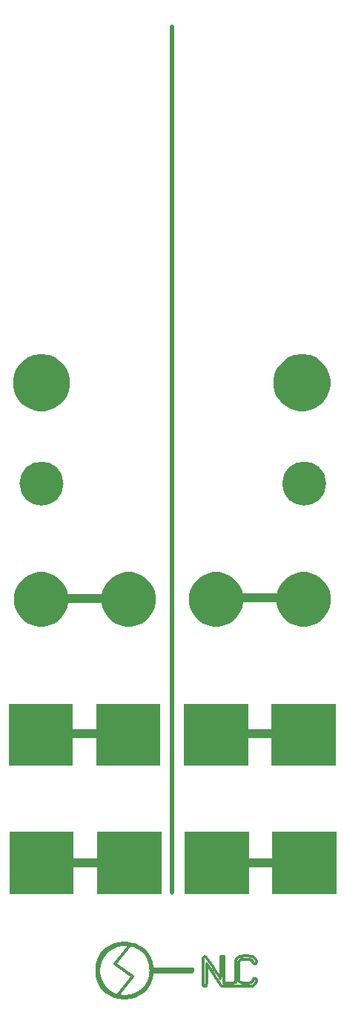
<source format=gbr>
G04 #@! TF.GenerationSoftware,KiCad,Pcbnew,(5.1.5-0)*
G04 #@! TF.CreationDate,2021-01-11T19:00:08-08:00*
G04 #@! TF.ProjectId,duallfovco,6475616c-6c66-46f7-9663-6f2e6b696361,rev?*
G04 #@! TF.SameCoordinates,Original*
G04 #@! TF.FileFunction,Soldermask,Top*
G04 #@! TF.FilePolarity,Negative*
%FSLAX46Y46*%
G04 Gerber Fmt 4.6, Leading zero omitted, Abs format (unit mm)*
G04 Created by KiCad (PCBNEW (5.1.5-0)) date 2021-01-11 19:00:08*
%MOMM*%
%LPD*%
G04 APERTURE LIST*
%ADD10C,0.500000*%
%ADD11C,1.000000*%
%ADD12C,0.100000*%
%ADD13C,0.300000*%
%ADD14C,0.000800*%
G04 APERTURE END LIST*
D10*
X19900000Y-13900000D02*
X19900000Y-112600000D01*
D11*
X14600000Y-79100000D02*
X4600000Y-79100000D01*
X34800000Y-79000000D02*
X24800000Y-79000000D01*
D12*
G36*
X28600000Y-112700000D02*
G01*
X21350000Y-112700000D01*
X21350000Y-105700000D01*
X28600000Y-105700000D01*
X28600000Y-112700000D01*
G37*
X28600000Y-112700000D02*
X21350000Y-112700000D01*
X21350000Y-105700000D01*
X28600000Y-105700000D01*
X28600000Y-112700000D01*
G36*
X18600000Y-112700000D02*
G01*
X11350000Y-112700000D01*
X11350000Y-105700000D01*
X18600000Y-105700000D01*
X18600000Y-112700000D01*
G37*
X18600000Y-112700000D02*
X11350000Y-112700000D01*
X11350000Y-105700000D01*
X18600000Y-105700000D01*
X18600000Y-112700000D01*
G36*
X8600000Y-112700000D02*
G01*
X1350000Y-112700000D01*
X1350000Y-105700000D01*
X8600000Y-105700000D01*
X8600000Y-112700000D01*
G37*
X8600000Y-112700000D02*
X1350000Y-112700000D01*
X1350000Y-105700000D01*
X8600000Y-105700000D01*
X8600000Y-112700000D01*
G36*
X38600000Y-112700000D02*
G01*
X31350000Y-112700000D01*
X31350000Y-105700000D01*
X38600000Y-105700000D01*
X38600000Y-112700000D01*
G37*
X38600000Y-112700000D02*
X31350000Y-112700000D01*
X31350000Y-105700000D01*
X38600000Y-105700000D01*
X38600000Y-112700000D01*
D11*
X35250000Y-109250000D02*
X25250000Y-109250000D01*
X15000000Y-109250000D02*
X5000000Y-109250000D01*
X15250000Y-94500000D02*
X5250000Y-94500000D01*
X35000000Y-94500000D02*
X25000000Y-94500000D01*
D12*
G36*
X8500000Y-98100000D02*
G01*
X1250000Y-98100000D01*
X1250000Y-91100000D01*
X8500000Y-91100000D01*
X8500000Y-98100000D01*
G37*
X8500000Y-98100000D02*
X1250000Y-98100000D01*
X1250000Y-91100000D01*
X8500000Y-91100000D01*
X8500000Y-98100000D01*
G36*
X18500000Y-98100000D02*
G01*
X11250000Y-98100000D01*
X11250000Y-91100000D01*
X18500000Y-91100000D01*
X18500000Y-98100000D01*
G37*
X18500000Y-98100000D02*
X11250000Y-98100000D01*
X11250000Y-91100000D01*
X18500000Y-91100000D01*
X18500000Y-98100000D01*
G36*
X28500000Y-98100000D02*
G01*
X21250000Y-98100000D01*
X21250000Y-91100000D01*
X28500000Y-91100000D01*
X28500000Y-98100000D01*
G37*
X28500000Y-98100000D02*
X21250000Y-98100000D01*
X21250000Y-91100000D01*
X28500000Y-91100000D01*
X28500000Y-98100000D01*
G36*
X38500000Y-98100000D02*
G01*
X31250000Y-98100000D01*
X31250000Y-91100000D01*
X38500000Y-91100000D01*
X38500000Y-98100000D01*
G37*
X38500000Y-98100000D02*
X31250000Y-98100000D01*
X31250000Y-91100000D01*
X38500000Y-91100000D01*
X38500000Y-98100000D01*
D11*
X7000000Y-66000000D02*
G75*
G03X7000000Y-66000000I-2000000J0D01*
G01*
X37000000Y-66000000D02*
G75*
G03X37000000Y-66000000I-2000000J0D01*
G01*
D13*
X15400000Y-122225000D02*
X13725000Y-124300000D01*
X13350000Y-120800000D02*
X15400000Y-122225000D01*
X15125000Y-118600000D02*
X13350000Y-120800000D01*
X17500000Y-121500000D02*
G75*
G03X17500000Y-121500000I-3000000J0D01*
G01*
X17641228Y-121525000D02*
G75*
G03X17641228Y-121525000I-3166228J0D01*
G01*
D14*
X14399872Y-121583982D02*
X14396064Y-121581424D01*
X14396064Y-121581424D02*
X14388471Y-121576323D01*
X14388471Y-121576323D02*
X14377128Y-121568701D01*
X14377128Y-121568701D02*
X14362096Y-121558596D01*
X14362096Y-121558596D02*
X14347166Y-121548555D01*
X14347166Y-121548555D02*
X14336038Y-121541068D01*
X14336038Y-121541068D02*
X14328649Y-121536094D01*
X14328649Y-121536094D02*
X14321286Y-121531138D01*
X14321286Y-121531138D02*
X14313948Y-121526198D01*
X14313948Y-121526198D02*
X14306636Y-121521273D01*
X14306636Y-121521273D02*
X14299350Y-121516365D01*
X14299350Y-121516365D02*
X14288466Y-121509032D01*
X14288466Y-121509032D02*
X14277645Y-121501739D01*
X14277645Y-121501739D02*
X14270462Y-121496894D01*
X14270462Y-121496894D02*
X14263304Y-121492066D01*
X14263304Y-121492066D02*
X14256171Y-121487256D01*
X14256171Y-121487256D02*
X14245520Y-121480068D01*
X14245520Y-121480068D02*
X14234931Y-121472920D01*
X14234931Y-121472920D02*
X14227904Y-121468175D01*
X14227904Y-121468175D02*
X14220901Y-121463446D01*
X14220901Y-121463446D02*
X14213924Y-121458733D01*
X14213924Y-121458733D02*
X14203506Y-121451693D01*
X14203506Y-121451693D02*
X14193151Y-121444693D01*
X14193151Y-121444693D02*
X14186280Y-121440046D01*
X14186280Y-121440046D02*
X14176019Y-121433105D01*
X14176019Y-121433105D02*
X14162431Y-121423908D01*
X14162431Y-121423908D02*
X14152311Y-121417056D01*
X14152311Y-121417056D02*
X14145597Y-121412508D01*
X14145597Y-121412508D02*
X14138908Y-121407977D01*
X14138908Y-121407977D02*
X14132246Y-121403462D01*
X14132246Y-121403462D02*
X14125610Y-121398963D01*
X14125610Y-121398963D02*
X14119001Y-121394483D01*
X14119001Y-121394483D02*
X14109133Y-121387790D01*
X14109133Y-121387790D02*
X14099331Y-121381138D01*
X14099331Y-121381138D02*
X14092828Y-121376724D01*
X14092828Y-121376724D02*
X14083120Y-121370131D01*
X14083120Y-121370131D02*
X14073477Y-121363581D01*
X14073477Y-121363581D02*
X14067081Y-121359234D01*
X14067081Y-121359234D02*
X14060711Y-121354903D01*
X14060711Y-121354903D02*
X14054367Y-121350589D01*
X14054367Y-121350589D02*
X14048049Y-121346293D01*
X14048049Y-121346293D02*
X14041760Y-121342013D01*
X14041760Y-121342013D02*
X14035497Y-121337750D01*
X14035497Y-121337750D02*
X14029260Y-121333504D01*
X14029260Y-121333504D02*
X14023050Y-121329275D01*
X14023050Y-121329275D02*
X14016869Y-121325064D01*
X14016869Y-121325064D02*
X14010714Y-121320869D01*
X14010714Y-121320869D02*
X14004585Y-121316691D01*
X14004585Y-121316691D02*
X13998483Y-121312531D01*
X13998483Y-121312531D02*
X13992408Y-121308388D01*
X13992408Y-121308388D02*
X13986361Y-121304261D01*
X13986361Y-121304261D02*
X13981843Y-121301178D01*
X13981843Y-121301178D02*
X13978840Y-121299129D01*
X13978840Y-121299129D02*
X13974347Y-121296061D01*
X13974347Y-121296061D02*
X13968382Y-121291986D01*
X13968382Y-121291986D02*
X13962443Y-121287929D01*
X13962443Y-121287929D02*
X13956530Y-121283887D01*
X13956530Y-121283887D02*
X13950645Y-121279863D01*
X13950645Y-121279863D02*
X13944788Y-121275857D01*
X13944788Y-121275857D02*
X13938957Y-121271868D01*
X13938957Y-121271868D02*
X13933154Y-121267897D01*
X13933154Y-121267897D02*
X13927378Y-121263943D01*
X13927378Y-121263943D02*
X13921630Y-121260006D01*
X13921630Y-121260006D02*
X13915909Y-121256087D01*
X13915909Y-121256087D02*
X13910215Y-121252185D01*
X13910215Y-121252185D02*
X13904549Y-121248300D01*
X13904549Y-121248300D02*
X13898911Y-121244434D01*
X13898911Y-121244434D02*
X13893300Y-121240583D01*
X13893300Y-121240583D02*
X13887717Y-121236751D01*
X13887717Y-121236751D02*
X13879391Y-121231034D01*
X13879391Y-121231034D02*
X13871133Y-121225361D01*
X13871133Y-121225361D02*
X13865660Y-121221597D01*
X13865660Y-121221597D02*
X13860214Y-121217853D01*
X13860214Y-121217853D02*
X13854797Y-121214126D01*
X13854797Y-121214126D02*
X13849408Y-121210417D01*
X13849408Y-121210417D02*
X13844046Y-121206725D01*
X13844046Y-121206725D02*
X13838712Y-121203051D01*
X13838712Y-121203051D02*
X13833406Y-121199395D01*
X13833406Y-121199395D02*
X13828128Y-121195758D01*
X13828128Y-121195758D02*
X13822877Y-121192136D01*
X13822877Y-121192136D02*
X13817655Y-121188533D01*
X13817655Y-121188533D02*
X13812461Y-121184948D01*
X13812461Y-121184948D02*
X13808585Y-121182271D01*
X13808585Y-121182271D02*
X13806008Y-121180492D01*
X13806008Y-121180492D02*
X13802156Y-121177831D01*
X13802156Y-121177831D02*
X13797046Y-121174300D01*
X13797046Y-121174300D02*
X13791965Y-121170787D01*
X13791965Y-121170787D02*
X13786911Y-121167290D01*
X13786911Y-121167290D02*
X13781885Y-121163812D01*
X13781885Y-121163812D02*
X13776887Y-121160351D01*
X13776887Y-121160351D02*
X13771918Y-121156909D01*
X13771918Y-121156909D02*
X13766977Y-121153484D01*
X13766977Y-121153484D02*
X13762063Y-121150078D01*
X13762063Y-121150078D02*
X13757179Y-121146690D01*
X13757179Y-121146690D02*
X13752323Y-121143321D01*
X13752323Y-121143321D02*
X13747495Y-121139968D01*
X13747495Y-121139968D02*
X13742695Y-121136634D01*
X13742695Y-121136634D02*
X13737925Y-121133318D01*
X13737925Y-121133318D02*
X13733183Y-121130021D01*
X13733183Y-121130021D02*
X13728468Y-121126741D01*
X13728468Y-121126741D02*
X13723782Y-121123480D01*
X13723782Y-121123480D02*
X13719126Y-121120237D01*
X13719126Y-121120237D02*
X13714498Y-121117012D01*
X13714498Y-121117012D02*
X13709898Y-121113805D01*
X13709898Y-121113805D02*
X13705327Y-121110616D01*
X13705327Y-121110616D02*
X13700785Y-121107445D01*
X13700785Y-121107445D02*
X13696271Y-121104292D01*
X13696271Y-121104292D02*
X13691786Y-121101158D01*
X13691786Y-121101158D02*
X13687330Y-121098042D01*
X13687330Y-121098042D02*
X13682902Y-121094946D01*
X13682902Y-121094946D02*
X13678504Y-121091868D01*
X13678504Y-121091868D02*
X13674135Y-121088807D01*
X13674135Y-121088807D02*
X13669794Y-121085765D01*
X13669794Y-121085765D02*
X13665482Y-121082741D01*
X13665482Y-121082741D02*
X13661200Y-121079736D01*
X13661200Y-121079736D02*
X13656946Y-121076749D01*
X13656946Y-121076749D02*
X13652720Y-121073782D01*
X13652720Y-121073782D02*
X13648525Y-121070833D01*
X13648525Y-121070833D02*
X13644359Y-121067902D01*
X13644359Y-121067902D02*
X13640220Y-121064990D01*
X13640220Y-121064990D02*
X13636111Y-121062095D01*
X13636111Y-121062095D02*
X13632031Y-121059219D01*
X13632031Y-121059219D02*
X13627980Y-121056362D01*
X13627980Y-121056362D02*
X13623959Y-121053524D01*
X13623959Y-121053524D02*
X13619967Y-121050704D01*
X13619967Y-121050704D02*
X13616005Y-121047904D01*
X13616005Y-121047904D02*
X13612072Y-121045123D01*
X13612072Y-121045123D02*
X13608167Y-121042359D01*
X13608167Y-121042359D02*
X13604292Y-121039614D01*
X13604292Y-121039614D02*
X13600446Y-121036887D01*
X13600446Y-121036887D02*
X13596631Y-121034181D01*
X13596631Y-121034181D02*
X13592845Y-121031493D01*
X13592845Y-121031493D02*
X13589087Y-121028823D01*
X13589087Y-121028823D02*
X13585361Y-121026173D01*
X13585361Y-121026173D02*
X13581663Y-121023542D01*
X13581663Y-121023542D02*
X13577996Y-121020930D01*
X13577996Y-121020930D02*
X13574357Y-121018335D01*
X13574357Y-121018335D02*
X13570748Y-121015760D01*
X13570748Y-121015760D02*
X13567169Y-121013204D01*
X13567169Y-121013204D02*
X13563618Y-121010667D01*
X13563618Y-121010667D02*
X13560098Y-121008150D01*
X13560098Y-121008150D02*
X13556609Y-121005651D01*
X13556609Y-121005651D02*
X13553149Y-121003171D01*
X13553149Y-121003171D02*
X13549718Y-121000710D01*
X13549718Y-121000710D02*
X13546317Y-120998268D01*
X13546317Y-120998268D02*
X13542945Y-120995846D01*
X13542945Y-120995846D02*
X13539605Y-120993443D01*
X13539605Y-120993443D02*
X13536294Y-120991059D01*
X13536294Y-120991059D02*
X13533014Y-120988694D01*
X13533014Y-120988694D02*
X13529763Y-120986348D01*
X13529763Y-120986348D02*
X13526543Y-120984023D01*
X13526543Y-120984023D02*
X13523352Y-120981715D01*
X13523352Y-120981715D02*
X13520191Y-120979426D01*
X13520191Y-120979426D02*
X13517841Y-120977723D01*
X13517841Y-120977723D02*
X13516283Y-120976593D01*
X13516283Y-120976593D02*
X13513960Y-120974908D01*
X13513960Y-120974908D02*
X13510889Y-120972678D01*
X13510889Y-120972678D02*
X13507849Y-120970467D01*
X13507849Y-120970467D02*
X13505590Y-120968822D01*
X13505590Y-120968822D02*
X13504093Y-120967732D01*
X13504093Y-120967732D02*
X13501861Y-120966104D01*
X13501861Y-120966104D02*
X13498911Y-120963951D01*
X13498911Y-120963951D02*
X13495992Y-120961818D01*
X13495992Y-120961818D02*
X13493103Y-120959704D01*
X13493103Y-120959704D02*
X13490244Y-120957610D01*
X13490244Y-120957610D02*
X13487417Y-120955536D01*
X13487417Y-120955536D02*
X13484619Y-120953481D01*
X13484619Y-120953481D02*
X13481853Y-120951445D01*
X13481853Y-120951445D02*
X13479117Y-120949429D01*
X13479117Y-120949429D02*
X13476412Y-120947433D01*
X13476412Y-120947433D02*
X13473736Y-120945456D01*
X13473736Y-120945456D02*
X13471091Y-120943498D01*
X13471091Y-120943498D02*
X13468478Y-120941560D01*
X13468478Y-120941560D02*
X13465895Y-120939642D01*
X13465895Y-120939642D02*
X13463342Y-120937743D01*
X13463342Y-120937743D02*
X13461447Y-120936333D01*
X13461447Y-120936333D02*
X13460195Y-120935399D01*
X13460195Y-120935399D02*
X13458950Y-120934469D01*
X13458950Y-120934469D02*
X13457712Y-120933545D01*
X13457712Y-120933545D02*
X13456482Y-120932626D01*
X13456482Y-120932626D02*
X13455260Y-120931711D01*
X13455260Y-120931711D02*
X13454045Y-120930801D01*
X13454045Y-120930801D02*
X13452837Y-120929897D01*
X13452837Y-120929897D02*
X13451339Y-120928772D01*
X13451339Y-120928772D02*
X13450744Y-120928324D01*
X13450744Y-120928324D02*
X13450150Y-120927878D01*
X13450150Y-120927878D02*
X13448674Y-120926768D01*
X13448674Y-120926768D02*
X13446337Y-120925008D01*
X13446337Y-120925008D02*
X13444892Y-120923919D01*
X13444892Y-120923919D02*
X13444317Y-120923484D01*
X13444317Y-120923484D02*
X13443459Y-120922836D01*
X13443459Y-120922836D02*
X13442322Y-120921977D01*
X13442322Y-120921977D02*
X13441192Y-120921122D01*
X13441192Y-120921122D02*
X13440350Y-120920484D01*
X13440350Y-120920484D02*
X13439791Y-120920060D01*
X13439791Y-120920060D02*
X13439234Y-120919638D01*
X13439234Y-120919638D02*
X13438680Y-120919218D01*
X13438680Y-120919218D02*
X13437299Y-120918168D01*
X13437299Y-120918168D02*
X13435660Y-120916921D01*
X13435660Y-120916921D02*
X13434577Y-120916096D01*
X13434577Y-120916096D02*
X13432966Y-120914867D01*
X13432966Y-120914867D02*
X13430846Y-120913246D01*
X13430846Y-120913246D02*
X13429538Y-120912244D01*
X13429538Y-120912244D02*
X13428241Y-120911249D01*
X13428241Y-120911249D02*
X13427212Y-120910458D01*
X13427212Y-120910458D02*
X13426445Y-120909869D01*
X13426445Y-120909869D02*
X13425936Y-120909479D01*
X13425936Y-120909479D02*
X13425430Y-120909089D01*
X13425430Y-120909089D02*
X13424926Y-120908699D01*
X13424926Y-120908699D02*
X13424423Y-120908311D01*
X13424423Y-120908311D02*
X13423923Y-120907925D01*
X13423923Y-120907925D02*
X13423175Y-120907348D01*
X13423175Y-120907348D02*
X13422432Y-120906774D01*
X13422432Y-120906774D02*
X13421940Y-120906393D01*
X13421940Y-120906393D02*
X13421204Y-120905823D01*
X13421204Y-120905823D02*
X13420472Y-120905256D01*
X13420472Y-120905256D02*
X13418782Y-120903944D01*
X13418782Y-120903944D02*
X13417591Y-120903017D01*
X13417591Y-120903017D02*
X13417117Y-120902648D01*
X13417117Y-120902648D02*
X13416411Y-120902097D01*
X13416411Y-120902097D02*
X13415710Y-120901549D01*
X13415710Y-120901549D02*
X13415244Y-120901185D01*
X13415244Y-120901185D02*
X13414781Y-120900823D01*
X13414781Y-120900823D02*
X13414319Y-120900463D01*
X13414319Y-120900463D02*
X13413173Y-120899564D01*
X13413173Y-120899564D02*
X13411365Y-120898145D01*
X13411365Y-120898145D02*
X13410031Y-120897093D01*
X13410031Y-120897093D02*
X13409371Y-120896571D01*
X13409371Y-120896571D02*
X13408280Y-120895709D01*
X13408280Y-120895709D02*
X13407632Y-120895196D01*
X13407632Y-120895196D02*
X13406561Y-120894347D01*
X13406561Y-120894347D02*
X13405712Y-120893672D01*
X13405712Y-120893672D02*
X13404453Y-120892669D01*
X13404453Y-120892669D02*
X13403214Y-120891679D01*
X13403214Y-120891679D02*
X13402396Y-120891024D01*
X13402396Y-120891024D02*
X13401789Y-120890538D01*
X13401789Y-120890538D02*
X13400986Y-120889892D01*
X13400986Y-120889892D02*
X13400192Y-120889252D01*
X13400192Y-120889252D02*
X13399209Y-120888459D01*
X13399209Y-120888459D02*
X13398432Y-120887830D01*
X13398432Y-120887830D02*
X13397854Y-120887362D01*
X13397854Y-120887362D02*
X13396712Y-120886434D01*
X13396712Y-120886434D02*
X13396148Y-120885975D01*
X13396148Y-120885975D02*
X13395402Y-120885368D01*
X13395402Y-120885368D02*
X13394848Y-120884916D01*
X13394848Y-120884916D02*
X13393935Y-120884167D01*
X13393935Y-120884167D02*
X13393213Y-120883574D01*
X13393213Y-120883574D02*
X13392499Y-120882986D01*
X13392499Y-120882986D02*
X13391793Y-120882403D01*
X13391793Y-120882403D02*
X13390749Y-120881539D01*
X13390749Y-120881539D02*
X13389724Y-120880686D01*
X13389724Y-120880686D02*
X13389050Y-120880124D01*
X13389050Y-120880124D02*
X13388384Y-120879567D01*
X13388384Y-120879567D02*
X13387726Y-120879014D01*
X13387726Y-120879014D02*
X13387237Y-120878604D01*
X13387237Y-120878604D02*
X13386434Y-120877926D01*
X13386434Y-120877926D02*
X13385958Y-120877524D01*
X13385958Y-120877524D02*
X13385174Y-120876859D01*
X13385174Y-120876859D02*
X13384710Y-120876464D01*
X13384710Y-120876464D02*
X13383947Y-120875813D01*
X13383947Y-120875813D02*
X13383495Y-120875427D01*
X13383495Y-120875427D02*
X13382603Y-120874659D01*
X13382603Y-120874659D02*
X13382164Y-120874280D01*
X13382164Y-120874280D02*
X13381729Y-120873904D01*
X13381729Y-120873904D02*
X13381015Y-120873284D01*
X13381015Y-120873284D02*
X13380453Y-120872794D01*
X13380453Y-120872794D02*
X13379898Y-120872309D01*
X13379898Y-120872309D02*
X13379218Y-120871711D01*
X13379218Y-120871711D02*
X13378285Y-120870885D01*
X13378285Y-120870885D02*
X13377763Y-120870421D01*
X13377763Y-120870421D02*
X13377249Y-120869962D01*
X13377249Y-120869962D02*
X13376743Y-120869507D01*
X13376743Y-120869507D02*
X13376122Y-120868948D01*
X13376122Y-120868948D02*
X13375394Y-120868286D01*
X13375394Y-120868286D02*
X13374801Y-120867745D01*
X13374801Y-120867745D02*
X13374220Y-120867210D01*
X13374220Y-120867210D02*
X13373428Y-120866476D01*
X13373428Y-120866476D02*
X13372987Y-120866063D01*
X13372987Y-120866063D02*
X13372553Y-120865657D01*
X13372553Y-120865657D02*
X13372128Y-120865255D01*
X13372128Y-120865255D02*
X13371711Y-120864859D01*
X13371711Y-120864859D02*
X13371302Y-120864468D01*
X13371302Y-120864468D02*
X13370802Y-120863986D01*
X13370802Y-120863986D02*
X13370123Y-120863325D01*
X13370123Y-120863325D02*
X13369469Y-120862680D01*
X13369469Y-120862680D02*
X13368929Y-120862140D01*
X13368929Y-120862140D02*
X13368408Y-120861613D01*
X13368408Y-120861613D02*
X13367986Y-120861180D01*
X13367986Y-120861180D02*
X13367577Y-120860757D01*
X13367577Y-120860757D02*
X13367026Y-120860178D01*
X13367026Y-120860178D02*
X13366500Y-120859616D01*
X13366500Y-120859616D02*
X13365862Y-120858917D01*
X13365862Y-120858917D02*
X13365392Y-120858391D01*
X13365392Y-120858391D02*
X13364826Y-120857739D01*
X13364826Y-120857739D02*
X13364415Y-120857251D01*
X13364415Y-120857251D02*
X13363976Y-120856712D01*
X13363976Y-120856712D02*
X13363568Y-120856194D01*
X13363568Y-120856194D02*
X13363194Y-120855697D01*
X13363194Y-120855697D02*
X13362852Y-120855221D01*
X13362852Y-120855221D02*
X13362473Y-120854656D01*
X13362473Y-120854656D02*
X13362143Y-120854126D01*
X13362143Y-120854126D02*
X13361816Y-120853532D01*
X13361816Y-120853532D02*
X13361662Y-120853210D01*
X15409320Y-122280773D02*
X15409127Y-122280130D01*
X15409127Y-122280130D02*
X15408777Y-122279654D01*
X15408777Y-122279654D02*
X15408301Y-122279109D01*
X15408301Y-122279109D02*
X15407586Y-122278376D01*
X15407586Y-122278376D02*
X15407133Y-122277937D01*
X15407133Y-122277937D02*
X15406688Y-122277519D01*
X15406688Y-122277519D02*
X15406266Y-122277132D01*
X15406266Y-122277132D02*
X15405746Y-122276664D01*
X15405746Y-122276664D02*
X15405257Y-122276232D01*
X15405257Y-122276232D02*
X15404662Y-122275714D01*
X15404662Y-122275714D02*
X15403943Y-122275099D01*
X15403943Y-122275099D02*
X15403262Y-122274524D01*
X15403262Y-122274524D02*
X15402542Y-122273922D01*
X15402542Y-122273922D02*
X15401783Y-122273295D01*
X15401783Y-122273295D02*
X15400983Y-122272641D01*
X15400983Y-122272641D02*
X15400144Y-122271961D01*
X15400144Y-122271961D02*
X15399267Y-122271256D01*
X15399267Y-122271256D02*
X15398815Y-122270894D01*
X15398815Y-122270894D02*
X15398352Y-122270524D01*
X15398352Y-122270524D02*
X15397878Y-122270148D01*
X15397878Y-122270148D02*
X15397395Y-122269765D01*
X15397395Y-122269765D02*
X15396903Y-122269377D01*
X15396903Y-122269377D02*
X15396148Y-122268784D01*
X15396148Y-122268784D02*
X15395368Y-122268173D01*
X15395368Y-122268173D02*
X15394839Y-122267759D01*
X15394839Y-122267759D02*
X15394299Y-122267338D01*
X15394299Y-122267338D02*
X15393748Y-122266910D01*
X15393748Y-122266910D02*
X15393189Y-122266477D01*
X15393189Y-122266477D02*
X15392620Y-122266037D01*
X15392620Y-122266037D02*
X15391750Y-122265368D01*
X15391750Y-122265368D02*
X15390556Y-122264451D01*
X15390556Y-122264451D02*
X15389322Y-122263508D01*
X15389322Y-122263508D02*
X15388050Y-122262540D01*
X15388050Y-122262540D02*
X15386741Y-122261547D01*
X15386741Y-122261547D02*
X15385734Y-122260783D01*
X15385734Y-122260783D02*
X15385051Y-122260269D01*
X15385051Y-122260269D02*
X15384011Y-122259486D01*
X15384011Y-122259486D02*
X15382947Y-122258686D01*
X15382947Y-122258686D02*
X15382227Y-122258146D01*
X15382227Y-122258146D02*
X15381131Y-122257326D01*
X15381131Y-122257326D02*
X15379636Y-122256209D01*
X15379636Y-122256209D02*
X15378489Y-122255354D01*
X15378489Y-122255354D02*
X15377714Y-122254776D01*
X15377714Y-122254776D02*
X15376534Y-122253901D01*
X15376534Y-122253901D02*
X15374928Y-122252710D01*
X15374928Y-122252710D02*
X15373285Y-122251496D01*
X15373285Y-122251496D02*
X15371607Y-122250257D01*
X15371607Y-122250257D02*
X15370322Y-122249311D01*
X15370322Y-122249311D02*
X15369456Y-122248673D01*
X15369456Y-122248673D02*
X15368140Y-122247707D01*
X15368140Y-122247707D02*
X15366353Y-122246397D01*
X15366353Y-122246397D02*
X15364531Y-122245063D01*
X15364531Y-122245063D02*
X15362671Y-122243704D01*
X15362671Y-122243704D02*
X15360776Y-122242321D01*
X15360776Y-122242321D02*
X15359330Y-122241267D01*
X15359330Y-122241267D02*
X15358357Y-122240559D01*
X15358357Y-122240559D02*
X15356880Y-122239486D01*
X15356880Y-122239486D02*
X15354879Y-122238034D01*
X15354879Y-122238034D02*
X15352843Y-122236558D01*
X15352843Y-122236558D02*
X15351292Y-122235434D01*
X15351292Y-122235434D02*
X15350248Y-122234679D01*
X15350248Y-122234679D02*
X15349195Y-122233918D01*
X15349195Y-122233918D02*
X15348133Y-122233150D01*
X15348133Y-122233150D02*
X15346525Y-122231990D01*
X15346525Y-122231990D02*
X15344895Y-122230815D01*
X15344895Y-122230815D02*
X15343798Y-122230026D01*
X15343798Y-122230026D02*
X15342140Y-122228832D01*
X15342140Y-122228832D02*
X15339895Y-122227218D01*
X15339895Y-122227218D02*
X15338187Y-122225991D01*
X15338187Y-122225991D02*
X15337040Y-122225166D01*
X15337040Y-122225166D02*
X15335303Y-122223921D01*
X15335303Y-122223921D02*
X15332957Y-122222240D01*
X15332957Y-122222240D02*
X15330576Y-122220535D01*
X15330576Y-122220535D02*
X15328160Y-122218807D01*
X15328160Y-122218807D02*
X15325712Y-122217058D01*
X15325712Y-122217058D02*
X15323229Y-122215287D01*
X15323229Y-122215287D02*
X15320714Y-122213493D01*
X15320714Y-122213493D02*
X15318164Y-122211677D01*
X15318164Y-122211677D02*
X15315583Y-122209840D01*
X15315583Y-122209840D02*
X15312968Y-122207981D01*
X15312968Y-122207981D02*
X15310321Y-122206100D01*
X15310321Y-122206100D02*
X15307640Y-122204197D01*
X15307640Y-122204197D02*
X15304927Y-122202272D01*
X15304927Y-122202272D02*
X15302182Y-122200327D01*
X15302182Y-122200327D02*
X15299404Y-122198360D01*
X15299404Y-122198360D02*
X15296594Y-122196371D01*
X15296594Y-122196371D02*
X15293751Y-122194361D01*
X15293751Y-122194361D02*
X15290877Y-122192332D01*
X15290877Y-122192332D02*
X15287971Y-122190281D01*
X15287971Y-122190281D02*
X15285033Y-122188208D01*
X15285033Y-122188208D02*
X15282063Y-122186114D01*
X15282063Y-122186114D02*
X15279062Y-122183999D01*
X15279062Y-122183999D02*
X15276029Y-122181863D01*
X15276029Y-122181863D02*
X15272965Y-122179707D01*
X15272965Y-122179707D02*
X15269870Y-122177530D01*
X15269870Y-122177530D02*
X15266745Y-122175334D01*
X15266745Y-122175334D02*
X15262002Y-122172004D01*
X15262002Y-122172004D02*
X15257182Y-122168621D01*
X15257182Y-122168621D02*
X15253934Y-122166344D01*
X15253934Y-122166344D02*
X15250655Y-122164046D01*
X15250655Y-122164046D02*
X15247346Y-122161728D01*
X15247346Y-122161728D02*
X15244007Y-122159391D01*
X15244007Y-122159391D02*
X15240638Y-122157035D01*
X15240638Y-122157035D02*
X15237238Y-122154658D01*
X15237238Y-122154658D02*
X15233809Y-122152261D01*
X15233809Y-122152261D02*
X15230350Y-122149844D01*
X15230350Y-122149844D02*
X15226861Y-122147409D01*
X15226861Y-122147409D02*
X15223344Y-122144954D01*
X15223344Y-122144954D02*
X15219797Y-122142480D01*
X15219797Y-122142480D02*
X15216221Y-122139987D01*
X15216221Y-122139987D02*
X15212617Y-122137475D01*
X15212617Y-122137475D02*
X15208983Y-122134944D01*
X15208983Y-122134944D02*
X15205320Y-122132393D01*
X15205320Y-122132393D02*
X15201629Y-122129825D01*
X15201629Y-122129825D02*
X15197910Y-122127237D01*
X15197910Y-122127237D02*
X15192281Y-122123325D01*
X15192281Y-122123325D02*
X15184674Y-122118040D01*
X15184674Y-122118040D02*
X15178891Y-122114024D01*
X15178891Y-122114024D02*
X15175002Y-122111326D01*
X15175002Y-122111326D02*
X15171087Y-122108610D01*
X15171087Y-122108610D02*
X15167144Y-122105877D01*
X15167144Y-122105877D02*
X15164168Y-122103814D01*
X15164168Y-122103814D02*
X15162175Y-122102432D01*
X15162175Y-122102432D02*
X15159176Y-122100355D01*
X15159176Y-122100355D02*
X15155153Y-122097568D01*
X15155153Y-122097568D02*
X15152116Y-122095465D01*
X15152116Y-122095465D02*
X15150084Y-122094058D01*
X15150084Y-122094058D02*
X15147024Y-122091941D01*
X15147024Y-122091941D02*
X15143946Y-122089811D01*
X15143946Y-122089811D02*
X15141887Y-122088386D01*
X15141887Y-122088386D02*
X15136716Y-122084810D01*
X15136716Y-122084810D02*
X15130446Y-122080476D01*
X15130446Y-122080476D02*
X15127289Y-122078295D01*
X15127289Y-122078295D02*
X15125178Y-122076835D01*
X15125178Y-122076835D02*
X15119875Y-122073174D01*
X15119875Y-122073174D02*
X15113450Y-122068739D01*
X15113450Y-122068739D02*
X15109135Y-122065761D01*
X15109135Y-122065761D02*
X15102620Y-122061267D01*
X15102620Y-122061267D02*
X15093839Y-122055213D01*
X15093839Y-122055213D02*
X15084958Y-122049095D01*
X15084958Y-122049095D02*
X15078229Y-122044461D01*
X15078229Y-122044461D02*
X15073713Y-122041352D01*
X15073713Y-122041352D02*
X15069174Y-122038228D01*
X15069174Y-122038228D02*
X15064610Y-122035088D01*
X15064610Y-122035088D02*
X15057722Y-122030351D01*
X15057722Y-122030351D02*
X15048449Y-122023977D01*
X15048449Y-122023977D02*
X15041429Y-122019154D01*
X15041429Y-122019154D02*
X15036720Y-122015920D01*
X15036720Y-122015920D02*
X15031989Y-122012671D01*
X15031989Y-122012671D02*
X15027234Y-122009407D01*
X15027234Y-122009407D02*
X15022456Y-122006128D01*
X15022456Y-122006128D02*
X15017655Y-122002834D01*
X15017655Y-122002834D02*
X15012831Y-121999525D01*
X15012831Y-121999525D02*
X15009196Y-121997032D01*
X15009196Y-121997032D02*
X15006768Y-121995367D01*
X15006768Y-121995367D02*
X15000674Y-121991190D01*
X15000674Y-121991190D02*
X14993307Y-121986140D01*
X14993307Y-121986140D02*
X14988369Y-121982758D01*
X14988369Y-121982758D02*
X14980924Y-121977660D01*
X14980924Y-121977660D02*
X14970917Y-121970809D01*
X14970917Y-121970809D02*
X14960821Y-121963902D01*
X14960821Y-121963902D02*
X14950639Y-121956938D01*
X14950639Y-121956938D02*
X14940371Y-121949919D01*
X14940371Y-121949919D02*
X14930021Y-121942846D01*
X14930021Y-121942846D02*
X14922199Y-121937504D01*
X14922199Y-121937504D02*
X14916961Y-121933927D01*
X14916961Y-121933927D02*
X14911702Y-121930337D01*
X14911702Y-121930337D02*
X14906423Y-121926735D01*
X14906423Y-121926735D02*
X14901124Y-121923119D01*
X14901124Y-121923119D02*
X14895805Y-121919490D01*
X14895805Y-121919490D02*
X14890465Y-121915849D01*
X14890465Y-121915849D02*
X14885107Y-121912195D01*
X14885107Y-121912195D02*
X14877034Y-121906691D01*
X14877034Y-121906691D02*
X14866197Y-121899306D01*
X14866197Y-121899306D02*
X14855283Y-121891872D01*
X14855283Y-121891872D02*
X14844294Y-121884389D01*
X14844294Y-121884389D02*
X14836000Y-121878743D01*
X14836000Y-121878743D02*
X14830448Y-121874965D01*
X14830448Y-121874965D02*
X14824879Y-121871176D01*
X14824879Y-121871176D02*
X14819291Y-121867375D01*
X14819291Y-121867375D02*
X14810878Y-121861654D01*
X14810878Y-121861654D02*
X14802419Y-121855904D01*
X14802419Y-121855904D02*
X14796759Y-121852058D01*
X14796759Y-121852058D02*
X14788238Y-121846267D01*
X14788238Y-121846267D02*
X14776812Y-121838505D01*
X14776812Y-121838505D02*
X14768194Y-121832653D01*
X14768194Y-121832653D02*
X14762429Y-121828740D01*
X14762429Y-121828740D02*
X14753753Y-121822851D01*
X14753753Y-121822851D02*
X14745035Y-121816935D01*
X14745035Y-121816935D02*
X14739203Y-121812979D01*
X14739203Y-121812979D02*
X14730427Y-121807027D01*
X14730427Y-121807027D02*
X14721609Y-121801049D01*
X14721609Y-121801049D02*
X14715713Y-121797052D01*
X14715713Y-121797052D02*
X14709800Y-121793045D01*
X14709800Y-121793045D02*
X14703871Y-121789029D01*
X14703871Y-121789029D02*
X14697927Y-121785002D01*
X14697927Y-121785002D02*
X14691966Y-121780964D01*
X14691966Y-121780964D02*
X14685990Y-121776917D01*
X14685990Y-121776917D02*
X14679999Y-121772861D01*
X14679999Y-121772861D02*
X14673993Y-121768795D01*
X14673993Y-121768795D02*
X14667972Y-121764720D01*
X14667972Y-121764720D02*
X14658915Y-121758592D01*
X14658915Y-121758592D02*
X14646784Y-121750386D01*
X14646784Y-121750386D02*
X14634595Y-121742143D01*
X14634595Y-121742143D02*
X14622349Y-121733866D01*
X14622349Y-121733866D02*
X14614664Y-121728673D01*
X14614664Y-121728673D02*
X14611584Y-121726592D01*
X14611584Y-121726592D02*
X14606961Y-121723469D01*
X14606961Y-121723469D02*
X14597689Y-121717207D01*
X14597689Y-121717207D02*
X14588383Y-121710922D01*
X14588383Y-121710922D02*
X14582164Y-121706724D01*
X14582164Y-121706724D02*
X14575932Y-121702517D01*
X14575932Y-121702517D02*
X14571248Y-121699355D01*
X14571248Y-121699355D02*
X14564995Y-121695135D01*
X14564995Y-121695135D02*
X14561862Y-121693022D01*
X14561862Y-121693022D02*
X14557159Y-121689849D01*
X14557159Y-121689849D02*
X14550875Y-121685611D01*
X14550875Y-121685611D02*
X14544579Y-121681365D01*
X14544579Y-121681365D02*
X14538270Y-121677111D01*
X14538270Y-121677111D02*
X14533531Y-121673915D01*
X14533531Y-121673915D02*
X14530367Y-121671784D01*
X14530367Y-121671784D02*
X14525617Y-121668582D01*
X14525617Y-121668582D02*
X14519272Y-121664306D01*
X14519272Y-121664306D02*
X14509734Y-121657881D01*
X14509734Y-121657881D02*
X14496973Y-121649286D01*
X14496973Y-121649286D02*
X14484166Y-121640662D01*
X14484166Y-121640662D02*
X14471314Y-121632012D01*
X14471314Y-121632012D02*
X14461644Y-121625505D01*
X14461644Y-121625505D02*
X14455186Y-121621161D01*
X14455186Y-121621161D02*
X14445480Y-121614633D01*
X14445480Y-121614633D02*
X14432499Y-121605904D01*
X14432499Y-121605904D02*
X14422736Y-121599342D01*
X14422736Y-121599342D02*
X14416215Y-121594960D01*
X14416215Y-121594960D02*
X14409685Y-121590573D01*
X14409685Y-121590573D02*
X14403145Y-121586180D01*
X14403145Y-121586180D02*
X14399872Y-121583982D01*
X14591496Y-123279998D02*
X14601940Y-123267311D01*
X14601940Y-123267311D02*
X14617540Y-123248360D01*
X14617540Y-123248360D02*
X14627906Y-123235768D01*
X14627906Y-123235768D02*
X14643399Y-123216945D01*
X14643399Y-123216945D02*
X14663936Y-123191991D01*
X14663936Y-123191991D02*
X14684335Y-123167201D01*
X14684335Y-123167201D02*
X14697006Y-123151799D01*
X14697006Y-123151799D02*
X14702059Y-123145655D01*
X14702059Y-123145655D02*
X14709626Y-123136459D01*
X14709626Y-123136459D02*
X14724696Y-123118140D01*
X14724696Y-123118140D02*
X14739668Y-123099937D01*
X14739668Y-123099937D02*
X14749601Y-123087859D01*
X14749601Y-123087859D02*
X14759494Y-123075830D01*
X14759494Y-123075830D02*
X14769344Y-123063849D01*
X14769344Y-123063849D02*
X14784044Y-123045970D01*
X14784044Y-123045970D02*
X14803482Y-123022325D01*
X14803482Y-123022325D02*
X14817935Y-123004741D01*
X14817935Y-123004741D02*
X14827517Y-122993085D01*
X14827517Y-122993085D02*
X14837049Y-122981485D01*
X14837049Y-122981485D02*
X14846533Y-122969943D01*
X14846533Y-122969943D02*
X14855968Y-122958462D01*
X14855968Y-122958462D02*
X14863009Y-122949891D01*
X14863009Y-122949891D02*
X14867689Y-122944196D01*
X14867689Y-122944196D02*
X14879340Y-122930014D01*
X14879340Y-122930014D02*
X14897798Y-122907544D01*
X14897798Y-122907544D02*
X14916040Y-122885334D01*
X14916040Y-122885334D02*
X14934058Y-122863389D01*
X14934058Y-122863389D02*
X14947415Y-122847119D01*
X14947415Y-122847119D02*
X14956251Y-122836354D01*
X14956251Y-122836354D02*
X14962838Y-122828330D01*
X14962838Y-122828330D02*
X14967211Y-122823001D01*
X14967211Y-122823001D02*
X14973746Y-122815041D01*
X14973746Y-122815041D02*
X14982402Y-122804493D01*
X14982402Y-122804493D02*
X14990997Y-122794018D01*
X14990997Y-122794018D02*
X15003779Y-122778440D01*
X15003779Y-122778440D02*
X15016401Y-122763055D01*
X15016401Y-122763055D02*
X15024740Y-122752888D01*
X15024740Y-122752888D02*
X15037135Y-122737778D01*
X15037135Y-122737778D02*
X15053414Y-122717926D01*
X15053414Y-122717926D02*
X15065433Y-122703264D01*
X15065433Y-122703264D02*
X15073365Y-122693588D01*
X15073365Y-122693588D02*
X15085140Y-122679223D01*
X15085140Y-122679223D02*
X15100575Y-122660389D01*
X15100575Y-122660389D02*
X15115715Y-122641911D01*
X15115715Y-122641911D02*
X15130554Y-122623794D01*
X15130554Y-122623794D02*
X15139660Y-122612674D01*
X15139660Y-122612674D02*
X15143273Y-122608260D01*
X15143273Y-122608260D02*
X15148659Y-122601683D01*
X15148659Y-122601683D02*
X15159303Y-122588684D01*
X15159303Y-122588684D02*
X15169747Y-122575926D01*
X15169747Y-122575926D02*
X15176613Y-122567533D01*
X15176613Y-122567533D02*
X15186769Y-122555120D01*
X15186769Y-122555120D02*
X15196716Y-122542960D01*
X15196716Y-122542960D02*
X15203249Y-122534971D01*
X15203249Y-122534971D02*
X15209696Y-122527086D01*
X15209696Y-122527086D02*
X15216059Y-122519306D01*
X15216059Y-122519306D02*
X15225448Y-122507819D01*
X15225448Y-122507819D02*
X15234616Y-122496599D01*
X15234616Y-122496599D02*
X15240624Y-122489245D01*
X15240624Y-122489245D02*
X15249478Y-122478407D01*
X15249478Y-122478407D02*
X15260946Y-122464361D01*
X15260946Y-122464361D02*
X15272041Y-122450767D01*
X15272041Y-122450767D02*
X15278768Y-122442520D01*
X15278768Y-122442520D02*
X15281422Y-122439265D01*
X15281422Y-122439265D02*
X15285363Y-122434434D01*
X15285363Y-122434434D02*
X15290527Y-122428100D01*
X15290527Y-122428100D02*
X15295594Y-122421884D01*
X15295594Y-122421884D02*
X15300562Y-122415788D01*
X15300562Y-122415788D02*
X15305431Y-122409812D01*
X15305431Y-122409812D02*
X15310200Y-122403957D01*
X15310200Y-122403957D02*
X15314867Y-122398224D01*
X15314867Y-122398224D02*
X15318298Y-122394009D01*
X15318298Y-122394009D02*
X15320555Y-122391234D01*
X15320555Y-122391234D02*
X15323896Y-122387129D01*
X15323896Y-122387129D02*
X15328256Y-122381770D01*
X15328256Y-122381770D02*
X15332511Y-122376536D01*
X15332511Y-122376536D02*
X15336662Y-122371430D01*
X15336662Y-122371430D02*
X15340706Y-122366452D01*
X15340706Y-122366452D02*
X15344644Y-122361603D01*
X15344644Y-122361603D02*
X15348472Y-122356884D01*
X15348472Y-122356884D02*
X15352194Y-122352297D01*
X15352194Y-122352297D02*
X15355806Y-122347842D01*
X15355806Y-122347842D02*
X15359308Y-122343521D01*
X15359308Y-122343521D02*
X15361857Y-122340371D01*
X15361857Y-122340371D02*
X15363525Y-122338311D01*
X15363525Y-122338311D02*
X15365978Y-122335281D01*
X15365978Y-122335281D02*
X15369145Y-122331366D01*
X15369145Y-122331366D02*
X15372198Y-122327587D01*
X15372198Y-122327587D02*
X15375137Y-122323948D01*
X15375137Y-122323948D02*
X15377962Y-122320447D01*
X15377962Y-122320447D02*
X15380671Y-122317086D01*
X15380671Y-122317086D02*
X15383263Y-122313867D01*
X15383263Y-122313867D02*
X15385737Y-122310790D01*
X15385737Y-122310790D02*
X15388094Y-122307856D01*
X15388094Y-122307856D02*
X15389780Y-122305754D01*
X15389780Y-122305754D02*
X15390869Y-122304397D01*
X15390869Y-122304397D02*
X15392448Y-122302423D01*
X15392448Y-122302423D02*
X15393953Y-122300540D01*
X15393953Y-122300540D02*
X15394921Y-122299328D01*
X15394921Y-122299328D02*
X15396320Y-122297573D01*
X15396320Y-122297573D02*
X15397641Y-122295912D01*
X15397641Y-122295912D02*
X15398487Y-122294850D01*
X15398487Y-122294850D02*
X15399702Y-122293319D01*
X15399702Y-122293319D02*
X15400652Y-122292117D01*
X15400652Y-122292117D02*
X15401020Y-122291651D01*
X15401020Y-122291651D02*
X15401380Y-122291194D01*
X15401380Y-122291194D02*
X15401734Y-122290747D01*
X15401734Y-122290747D02*
X15402250Y-122290093D01*
X15402250Y-122290093D02*
X15402908Y-122289255D01*
X15402908Y-122289255D02*
X15403536Y-122288456D01*
X15403536Y-122288456D02*
X15404133Y-122287695D01*
X15404133Y-122287695D02*
X15404559Y-122287150D01*
X15404559Y-122287150D02*
X15405230Y-122286287D01*
X15405230Y-122286287D02*
X15405607Y-122285800D01*
X15405607Y-122285800D02*
X15406199Y-122285034D01*
X15406199Y-122285034D02*
X15406636Y-122284465D01*
X15406636Y-122284465D02*
X15407040Y-122283936D01*
X15407040Y-122283936D02*
X15407412Y-122283447D01*
X15407412Y-122283447D02*
X15407985Y-122282686D01*
X15407985Y-122282686D02*
X15408397Y-122282128D01*
X15408397Y-122282128D02*
X15408735Y-122281659D01*
X15408735Y-122281659D02*
X15409072Y-122281175D01*
X15409072Y-122281175D02*
X15409320Y-122280773D01*
D13*
X22200660Y-121685001D02*
X19945021Y-121685001D01*
D14*
X12318867Y-123766906D02*
X12318154Y-123766217D01*
X12318154Y-123766217D02*
X12316729Y-123764839D01*
X12316729Y-123764839D02*
X12314596Y-123762774D01*
X12314596Y-123762774D02*
X12312286Y-123760534D01*
X12312286Y-123760534D02*
X12309627Y-123757952D01*
X12309627Y-123757952D02*
X12308211Y-123756575D01*
X12308211Y-123756575D02*
X12305381Y-123753818D01*
X12305381Y-123753818D02*
X12301146Y-123749682D01*
X12301146Y-123749682D02*
X12299559Y-123748129D01*
X12299559Y-123748129D02*
X12297625Y-123746234D01*
X12297625Y-123746234D02*
X12295515Y-123744166D01*
X12295515Y-123744166D02*
X12289202Y-123737953D01*
X12289202Y-123737953D02*
X12287103Y-123735882D01*
X12287103Y-123735882D02*
X12285705Y-123734501D01*
X12285705Y-123734501D02*
X12284309Y-123733119D01*
X12284309Y-123733119D02*
X12282913Y-123731737D01*
X12282913Y-123731737D02*
X12280823Y-123729664D01*
X12280823Y-123729664D02*
X12278039Y-123726900D01*
X12278039Y-123726900D02*
X12274567Y-123723444D01*
X12274567Y-123723444D02*
X12272486Y-123721368D01*
X12272486Y-123721368D02*
X12266950Y-123715832D01*
X12266950Y-123715832D02*
X12262122Y-123710986D01*
X12262122Y-123710986D02*
X12260745Y-123709600D01*
X12260745Y-123709600D02*
X12259370Y-123708214D01*
X12259370Y-123708214D02*
X12256623Y-123705444D01*
X12256623Y-123705444D02*
X12253195Y-123701978D01*
X12253195Y-123701978D02*
X12251142Y-123699897D01*
X12251142Y-123699897D02*
X12250116Y-123698856D01*
X12250116Y-123698856D02*
X12249432Y-123698162D01*
X12249432Y-123698162D02*
X12248407Y-123697121D01*
X12248407Y-123697121D02*
X12247042Y-123695734D01*
X12247042Y-123695734D02*
X12244315Y-123692958D01*
X12244315Y-123692958D02*
X12242953Y-123691569D01*
X12242953Y-123691569D02*
X12241594Y-123690182D01*
X12241594Y-123690182D02*
X12240235Y-123688793D01*
X12240235Y-123688793D02*
X12238876Y-123687403D01*
X12238876Y-123687403D02*
X12236842Y-123685320D01*
X12236842Y-123685320D02*
X12234133Y-123682540D01*
X12234133Y-123682540D02*
X12232441Y-123680802D01*
X12232441Y-123680802D02*
X12231766Y-123680107D01*
X12231766Y-123680107D02*
X12228729Y-123676979D01*
X12228729Y-123676979D02*
X12225696Y-123673847D01*
X12225696Y-123673847D02*
X12225024Y-123673152D01*
X12225024Y-123673152D02*
X12220656Y-123668627D01*
X12220656Y-123668627D02*
X12217974Y-123665841D01*
X12217974Y-123665841D02*
X12215296Y-123663054D01*
X12215296Y-123663054D02*
X12213291Y-123660963D01*
X12213291Y-123660963D02*
X12210623Y-123658174D01*
X12210623Y-123658174D02*
X12209624Y-123657129D01*
X12209624Y-123657129D02*
X12208958Y-123656432D01*
X12208958Y-123656432D02*
X12207960Y-123655386D01*
X12207960Y-123655386D02*
X12206628Y-123653989D01*
X12206628Y-123653989D02*
X12205298Y-123652594D01*
X12205298Y-123652594D02*
X12203970Y-123651198D01*
X12203970Y-123651198D02*
X12202643Y-123649802D01*
X12202643Y-123649802D02*
X12201317Y-123648405D01*
X12201317Y-123648405D02*
X12198669Y-123645613D01*
X12198669Y-123645613D02*
X12193387Y-123640024D01*
X12193387Y-123640024D02*
X12192399Y-123638976D01*
X12192399Y-123638976D02*
X12191739Y-123638275D01*
X12191739Y-123638275D02*
X12190752Y-123637227D01*
X12190752Y-123637227D02*
X12189437Y-123635829D01*
X12189437Y-123635829D02*
X12188123Y-123634431D01*
X12188123Y-123634431D02*
X12185497Y-123631631D01*
X12185497Y-123631631D02*
X12181568Y-123627431D01*
X12181568Y-123627431D02*
X12180260Y-123626030D01*
X12180260Y-123626030D02*
X12178953Y-123624629D01*
X12178953Y-123624629D02*
X12177648Y-123623228D01*
X12177648Y-123623228D02*
X12173739Y-123619022D01*
X12173739Y-123619022D02*
X12171138Y-123616218D01*
X12171138Y-123616218D02*
X12170163Y-123615165D01*
X12170163Y-123615165D02*
X12169515Y-123614464D01*
X12169515Y-123614464D02*
X12167895Y-123612710D01*
X12167895Y-123612710D02*
X12165952Y-123610605D01*
X12165952Y-123610605D02*
X12160782Y-123604986D01*
X12160782Y-123604986D02*
X12159492Y-123603581D01*
X12159492Y-123603581D02*
X12157561Y-123601473D01*
X12157561Y-123601473D02*
X12151780Y-123595145D01*
X12151780Y-123595145D02*
X12150499Y-123593738D01*
X12150499Y-123593738D02*
X12149218Y-123592329D01*
X12149218Y-123592329D02*
X12147301Y-123590219D01*
X12147301Y-123590219D02*
X12144109Y-123586698D01*
X12144109Y-123586698D02*
X12141561Y-123583879D01*
X12141561Y-123583879D02*
X12140765Y-123582998D01*
X12140765Y-123582998D02*
X12139016Y-123581058D01*
X12139016Y-123581058D02*
X12137745Y-123579648D01*
X12137745Y-123579648D02*
X12136476Y-123578238D01*
X12136476Y-123578238D02*
X12129516Y-123570474D01*
X12129516Y-123570474D02*
X12126679Y-123567295D01*
X12126679Y-123567295D02*
X12126049Y-123566588D01*
X12126049Y-123566588D02*
X12122590Y-123562700D01*
X12122590Y-123562700D02*
X12118669Y-123558278D01*
X12118669Y-123558278D02*
X12117574Y-123557040D01*
X12117574Y-123557040D02*
X12116635Y-123555978D01*
X12116635Y-123555978D02*
X12116011Y-123555271D01*
X12116011Y-123555271D02*
X12115073Y-123554209D01*
X12115073Y-123554209D02*
X12109462Y-123547834D01*
X12109462Y-123547834D02*
X12106976Y-123544999D01*
X12106976Y-123544999D02*
X12105115Y-123542872D01*
X12105115Y-123542872D02*
X12102016Y-123539324D01*
X12102016Y-123539324D02*
X12100160Y-123537194D01*
X12100160Y-123537194D02*
X12098924Y-123535773D01*
X12098924Y-123535773D02*
X12097689Y-123534353D01*
X12097689Y-123534353D02*
X12096456Y-123532932D01*
X12096456Y-123532932D02*
X12090613Y-123526179D01*
X12090613Y-123526179D02*
X12089999Y-123525466D01*
X12089999Y-123525466D02*
X12089079Y-123524400D01*
X12089079Y-123524400D02*
X12088313Y-123523510D01*
X12088313Y-123523510D02*
X12086630Y-123521555D01*
X12086630Y-123521555D02*
X12084795Y-123519419D01*
X12084795Y-123519419D02*
X12080826Y-123514789D01*
X12080826Y-123514789D02*
X12080217Y-123514076D01*
X12080217Y-123514076D02*
X12079304Y-123513006D01*
X12079304Y-123513006D02*
X12077934Y-123511401D01*
X12077934Y-123511401D02*
X12076872Y-123510155D01*
X12076872Y-123510155D02*
X12074445Y-123507302D01*
X12074445Y-123507302D02*
X12071114Y-123503376D01*
X12071114Y-123503376D02*
X12070508Y-123502661D01*
X12070508Y-123502661D02*
X12069602Y-123501590D01*
X12069602Y-123501590D02*
X12068395Y-123500162D01*
X12068395Y-123500162D02*
X12067189Y-123498734D01*
X12067189Y-123498734D02*
X12065079Y-123496231D01*
X12065079Y-123496231D02*
X12064476Y-123495516D01*
X12064476Y-123495516D02*
X12061470Y-123491940D01*
X12061470Y-123491940D02*
X12060870Y-123491225D01*
X12060870Y-123491225D02*
X12058172Y-123488005D01*
X12058172Y-123488005D02*
X12055478Y-123484781D01*
X12055478Y-123484781D02*
X12054880Y-123484065D01*
X12054880Y-123484065D02*
X12051003Y-123479407D01*
X12051003Y-123479407D02*
X12048623Y-123476539D01*
X12048623Y-123476539D02*
X12046840Y-123474386D01*
X12046840Y-123474386D02*
X12045949Y-123473309D01*
X12045949Y-123473309D02*
X12045355Y-123472590D01*
X12045355Y-123472590D02*
X12044465Y-123471513D01*
X12044465Y-123471513D02*
X12041505Y-123467923D01*
X12041505Y-123467923D02*
X12039142Y-123465049D01*
X12039142Y-123465049D02*
X12037372Y-123462892D01*
X12037372Y-123462892D02*
X12036487Y-123461812D01*
X12036487Y-123461812D02*
X12035899Y-123461093D01*
X12035899Y-123461093D02*
X12035016Y-123460014D01*
X12035016Y-123460014D02*
X12033840Y-123458575D01*
X12033840Y-123458575D02*
X12032078Y-123456417D01*
X12032078Y-123456417D02*
X12029733Y-123453537D01*
X12029733Y-123453537D02*
X12027977Y-123451375D01*
X12027977Y-123451375D02*
X12026807Y-123449933D01*
X12026807Y-123449933D02*
X12025637Y-123448490D01*
X12025637Y-123448490D02*
X12024470Y-123447049D01*
X12024470Y-123447049D02*
X12018068Y-123439111D01*
X12018068Y-123439111D02*
X12016327Y-123436944D01*
X12016327Y-123436944D02*
X12015169Y-123435499D01*
X12015169Y-123435499D02*
X12011122Y-123430439D01*
X12011122Y-123430439D02*
X12009391Y-123428268D01*
X12009391Y-123428268D02*
X12008239Y-123426820D01*
X12008239Y-123426820D02*
X12005936Y-123423924D01*
X12005936Y-123423924D02*
X12004213Y-123421751D01*
X12004213Y-123421751D02*
X12002492Y-123419577D01*
X12002492Y-123419577D02*
X12001346Y-123418127D01*
X12001346Y-123418127D02*
X12000202Y-123416677D01*
X12000202Y-123416677D02*
X11999058Y-123415226D01*
X11999058Y-123415226D02*
X11996774Y-123412323D01*
X11996774Y-123412323D02*
X11995064Y-123410146D01*
X11995064Y-123410146D02*
X11992788Y-123407242D01*
X11992788Y-123407242D02*
X11990372Y-123404153D01*
X11990372Y-123404153D02*
X11988245Y-123401426D01*
X11988245Y-123401426D02*
X11985415Y-123397786D01*
X11985415Y-123397786D02*
X11984568Y-123396694D01*
X11984568Y-123396694D02*
X11984004Y-123395967D01*
X11984004Y-123395967D02*
X11980761Y-123391779D01*
X11980761Y-123391779D02*
X11979214Y-123389775D01*
X11979214Y-123389775D02*
X11975565Y-123385034D01*
X11975565Y-123385034D02*
X11975005Y-123384304D01*
X11975005Y-123384304D02*
X11973046Y-123381751D01*
X11973046Y-123381751D02*
X11971927Y-123380290D01*
X11971927Y-123380290D02*
X11970810Y-123378829D01*
X11970810Y-123378829D02*
X11969694Y-123377368D01*
X11969694Y-123377368D02*
X11968022Y-123375175D01*
X11968022Y-123375175D02*
X11965797Y-123372250D01*
X11965797Y-123372250D02*
X11963576Y-123369324D01*
X11963576Y-123369324D02*
X11962188Y-123367494D01*
X11962188Y-123367494D02*
X11961634Y-123366761D01*
X11961634Y-123366761D02*
X11955145Y-123358150D01*
X11955145Y-123358150D02*
X11953355Y-123355765D01*
X11953355Y-123355765D02*
X11952805Y-123355031D01*
X11952805Y-123355031D02*
X11947869Y-123348420D01*
X11947869Y-123348420D02*
X11947323Y-123347687D01*
X11947323Y-123347687D02*
X11946502Y-123346584D01*
X11946502Y-123346584D02*
X11939961Y-123337753D01*
X11939961Y-123337753D02*
X11939146Y-123336649D01*
X11939146Y-123336649D02*
X11938603Y-123335913D01*
X11938603Y-123335913D02*
X11937247Y-123334071D01*
X11937247Y-123334071D02*
X11934808Y-123330752D01*
X11934808Y-123330752D02*
X11934268Y-123330015D01*
X11934268Y-123330015D02*
X11933457Y-123328909D01*
X11933457Y-123328909D02*
X11932377Y-123327433D01*
X11932377Y-123327433D02*
X11930760Y-123325219D01*
X11930760Y-123325219D02*
X11928471Y-123322079D01*
X11928471Y-123322079D02*
X11926992Y-123320046D01*
X11926992Y-123320046D02*
X11926186Y-123318938D01*
X11926186Y-123318938D02*
X11925649Y-123318199D01*
X11925649Y-123318199D02*
X11922970Y-123314500D01*
X11922970Y-123314500D02*
X11922436Y-123313761D01*
X11922436Y-123313761D02*
X11920032Y-123310430D01*
X11920032Y-123310430D02*
X11917898Y-123307466D01*
X11917898Y-123307466D02*
X11913644Y-123301533D01*
X11913644Y-123301533D02*
X11911919Y-123299120D01*
X11911919Y-123299120D02*
X11910198Y-123296706D01*
X11910198Y-123296706D02*
X11909670Y-123295963D01*
X11909670Y-123295963D02*
X11907294Y-123292620D01*
X11907294Y-123292620D02*
X11904922Y-123289274D01*
X11904922Y-123289274D02*
X11904397Y-123288531D01*
X11904397Y-123288531D02*
X11900982Y-123283691D01*
X11900982Y-123283691D02*
X11899409Y-123281456D01*
X11899409Y-123281456D02*
X11896795Y-123277730D01*
X11896795Y-123277730D02*
X11894054Y-123273812D01*
X11894054Y-123273812D02*
X11892362Y-123271385D01*
X11892362Y-123271385D02*
X11891843Y-123270640D01*
X11891843Y-123270640D02*
X11890544Y-123268773D01*
X11890544Y-123268773D02*
X11889246Y-123266905D01*
X11889246Y-123266905D02*
X11888728Y-123266157D01*
X11888728Y-123266157D02*
X11886399Y-123262793D01*
X11886399Y-123262793D02*
X11884331Y-123259799D01*
X11884331Y-123259799D02*
X11880209Y-123253806D01*
X11880209Y-123253806D02*
X11879053Y-123252120D01*
X11879053Y-123252120D02*
X11876871Y-123248932D01*
X11876871Y-123248932D02*
X11876359Y-123248181D01*
X11876359Y-123248181D02*
X11871761Y-123241423D01*
X11871761Y-123241423D02*
X11871251Y-123240672D01*
X11871251Y-123240672D02*
X11869978Y-123238792D01*
X11869978Y-123238792D02*
X11867688Y-123235405D01*
X11867688Y-123235405D02*
X11867181Y-123234654D01*
X11867181Y-123234654D02*
X11866420Y-123233525D01*
X11866420Y-123233525D02*
X11865406Y-123232019D01*
X11865406Y-123232019D02*
X11864646Y-123230889D01*
X11864646Y-123230889D02*
X11864140Y-123230135D01*
X11864140Y-123230135D02*
X11861738Y-123226555D01*
X11861738Y-123226555D02*
X11859596Y-123223350D01*
X11859596Y-123223350D02*
X11859092Y-123222596D01*
X11859092Y-123222596D02*
X11856578Y-123218822D01*
X11856578Y-123218822D02*
X11856076Y-123218067D01*
X11856076Y-123218067D02*
X11854698Y-123215990D01*
X11854698Y-123215990D02*
X11852567Y-123212776D01*
X11852567Y-123212776D02*
X11852067Y-123212019D01*
X11852067Y-123212019D02*
X11847577Y-123205206D01*
X11847577Y-123205206D02*
X11847079Y-123204449D01*
X11847079Y-123204449D02*
X11845837Y-123202554D01*
X11845837Y-123202554D02*
X11842365Y-123197246D01*
X11842365Y-123197246D02*
X11841375Y-123195728D01*
X11841375Y-123195728D02*
X11840633Y-123194589D01*
X11840633Y-123194589D02*
X11840139Y-123193829D01*
X11840139Y-123193829D02*
X11839399Y-123192691D01*
X11839399Y-123192691D02*
X11837795Y-123190220D01*
X11837795Y-123190220D02*
X11835950Y-123187370D01*
X11835950Y-123187370D02*
X11833984Y-123184326D01*
X11833984Y-123184326D02*
X11832023Y-123181281D01*
X11832023Y-123181281D02*
X11830922Y-123179568D01*
X11830922Y-123179568D02*
X11829577Y-123177471D01*
X11829577Y-123177471D02*
X11828844Y-123176327D01*
X11828844Y-123176327D02*
X11828356Y-123175564D01*
X11828356Y-123175564D02*
X11827625Y-123174421D01*
X11827625Y-123174421D02*
X11825678Y-123171369D01*
X11825678Y-123171369D02*
X11823977Y-123168697D01*
X11823977Y-123168697D02*
X11823491Y-123167934D01*
X11823491Y-123167934D02*
X11822764Y-123166788D01*
X11822764Y-123166788D02*
X11821794Y-123165259D01*
X11821794Y-123165259D02*
X11819858Y-123162200D01*
X11819858Y-123162200D02*
X11817925Y-123159139D01*
X11817925Y-123159139D02*
X11817201Y-123157991D01*
X11817201Y-123157991D02*
X11816719Y-123157224D01*
X11816719Y-123157224D02*
X11815997Y-123156077D01*
X11815997Y-123156077D02*
X11815035Y-123154545D01*
X11815035Y-123154545D02*
X11814072Y-123153011D01*
X11814072Y-123153011D02*
X11813112Y-123151478D01*
X11813112Y-123151478D02*
X11812152Y-123149944D01*
X11812152Y-123149944D02*
X11811194Y-123148410D01*
X11811194Y-123148410D02*
X11810236Y-123146875D01*
X11810236Y-123146875D02*
X11809280Y-123145340D01*
X11809280Y-123145340D02*
X11808326Y-123143805D01*
X11808326Y-123143805D02*
X11806894Y-123141500D01*
X11806894Y-123141500D02*
X11805463Y-123139193D01*
X11805463Y-123139193D02*
X11804512Y-123137656D01*
X11804512Y-123137656D02*
X11803561Y-123136117D01*
X11803561Y-123136117D02*
X11802611Y-123134577D01*
X11802611Y-123134577D02*
X11801663Y-123133038D01*
X11801663Y-123133038D02*
X11800715Y-123131498D01*
X11800715Y-123131498D02*
X11799296Y-123129187D01*
X11799296Y-123129187D02*
X11795522Y-123123017D01*
X11795522Y-123123017D02*
X11794110Y-123120701D01*
X11794110Y-123120701D02*
X11793522Y-123119735D01*
X11793522Y-123119735D02*
X11791764Y-123116839D01*
X11791764Y-123116839D02*
X11790357Y-123114519D01*
X11790357Y-123114519D02*
X11788720Y-123111812D01*
X11788720Y-123111812D02*
X11788252Y-123111037D01*
X11788252Y-123111037D02*
X11786619Y-123108328D01*
X11786619Y-123108328D02*
X11784757Y-123105229D01*
X11784757Y-123105229D02*
X11783827Y-123103679D01*
X11783827Y-123103679D02*
X11782434Y-123101353D01*
X11782434Y-123101353D02*
X11780580Y-123098249D01*
X11780580Y-123098249D02*
X11778152Y-123094172D01*
X11778152Y-123094172D02*
X11773892Y-123086978D01*
X11773892Y-123086978D02*
X11773433Y-123086199D01*
X11773433Y-123086199D02*
X11771712Y-123083278D01*
X11771712Y-123083278D02*
X11769310Y-123079188D01*
X11769310Y-123079188D02*
X11768854Y-123078409D01*
X11768854Y-123078409D02*
X11768169Y-123077239D01*
X11768169Y-123077239D02*
X11767257Y-123075679D01*
X11767257Y-123075679D02*
X11765435Y-123072556D01*
X11765435Y-123072556D02*
X11763619Y-123069432D01*
X11763619Y-123069432D02*
X11762258Y-123067086D01*
X11762258Y-123067086D02*
X11759994Y-123063174D01*
X11759994Y-123063174D02*
X11759091Y-123061609D01*
X11759091Y-123061609D02*
X11758188Y-123060042D01*
X11758188Y-123060042D02*
X11757624Y-123059062D01*
X11757624Y-123059062D02*
X11756387Y-123056908D01*
X11756387Y-123056908D02*
X11755038Y-123054556D01*
X11755038Y-123054556D02*
X11753690Y-123052202D01*
X11753690Y-123052202D02*
X11752793Y-123050632D01*
X11752793Y-123050632D02*
X11751897Y-123049062D01*
X11751897Y-123049062D02*
X11751003Y-123047491D01*
X11751003Y-123047491D02*
X11750109Y-123045920D01*
X11750109Y-123045920D02*
X11749217Y-123044349D01*
X11749217Y-123044349D02*
X11748325Y-123042775D01*
X11748325Y-123042775D02*
X11747434Y-123041202D01*
X11747434Y-123041202D02*
X11746544Y-123039627D01*
X11746544Y-123039627D02*
X11745656Y-123038054D01*
X11745656Y-123038054D02*
X11744768Y-123036479D01*
X11744768Y-123036479D02*
X11743880Y-123034902D01*
X11743880Y-123034902D02*
X11742552Y-123032538D01*
X11742552Y-123032538D02*
X11741225Y-123030173D01*
X11741225Y-123030173D02*
X11739460Y-123027016D01*
X11739460Y-123027016D02*
X11738578Y-123025437D01*
X11738578Y-123025437D02*
X11737698Y-123023857D01*
X11737698Y-123023857D02*
X11736819Y-123022277D01*
X11736819Y-123022277D02*
X11735503Y-123019906D01*
X11735503Y-123019906D02*
X11734188Y-123017533D01*
X11734188Y-123017533D02*
X11733312Y-123015950D01*
X11733312Y-123015950D02*
X11732000Y-123013574D01*
X11732000Y-123013574D02*
X11730144Y-123010205D01*
X11730144Y-123010205D02*
X11728295Y-123006835D01*
X11728295Y-123006835D02*
X11727861Y-123006042D01*
X11727861Y-123006042D02*
X11727210Y-123004852D01*
X11727210Y-123004852D02*
X11724824Y-123000482D01*
X11724824Y-123000482D02*
X11724392Y-122999689D01*
X11724392Y-122999689D02*
X11724067Y-122999092D01*
X11724067Y-122999092D02*
X11722231Y-122995713D01*
X11722231Y-122995713D02*
X11721799Y-122994916D01*
X11721799Y-122994916D02*
X11719431Y-122990538D01*
X11719431Y-122990538D02*
X11718786Y-122989343D01*
X11718786Y-122989343D02*
X11718357Y-122988546D01*
X11718357Y-122988546D02*
X11717714Y-122987351D01*
X11717714Y-122987351D02*
X11716000Y-122984162D01*
X11716000Y-122984162D02*
X11714718Y-122981768D01*
X11714718Y-122981768D02*
X11713437Y-122979372D01*
X11713437Y-122979372D02*
X11712585Y-122977775D01*
X11712585Y-122977775D02*
X11710882Y-122974578D01*
X11710882Y-122974578D02*
X11709925Y-122972778D01*
X11709925Y-122972778D02*
X11709183Y-122971378D01*
X11709183Y-122971378D02*
X11708336Y-122969778D01*
X11708336Y-122969778D02*
X11707490Y-122968177D01*
X11707490Y-122968177D02*
X11706644Y-122966575D01*
X11706644Y-122966575D02*
X11705798Y-122964972D01*
X11705798Y-122964972D02*
X11704953Y-122963368D01*
X11704953Y-122963368D02*
X11704425Y-122962365D01*
X11704425Y-122962365D02*
X11703268Y-122960160D01*
X11703268Y-122960160D02*
X11701587Y-122956949D01*
X11701587Y-122956949D02*
X11700747Y-122955342D01*
X11700747Y-122955342D02*
X11700119Y-122954138D01*
X11700119Y-122954138D02*
X11699699Y-122953333D01*
X11699699Y-122953333D02*
X11698234Y-122950519D01*
X11698234Y-122950519D02*
X11696564Y-122947300D01*
X11696564Y-122947300D02*
X11695938Y-122946092D01*
X11695938Y-122946092D02*
X11695521Y-122945287D01*
X11695521Y-122945287D02*
X11694482Y-122943274D01*
X11694482Y-122943274D02*
X11692611Y-122939645D01*
X11692611Y-122939645D02*
X11692197Y-122938839D01*
X11692197Y-122938839D02*
X11691575Y-122937629D01*
X11691575Y-122937629D02*
X11690643Y-122935813D01*
X11690643Y-122935813D02*
X11689093Y-122932785D01*
X11689093Y-122932785D02*
X11686209Y-122927126D01*
X11686209Y-122927126D02*
X11684155Y-122923079D01*
X11684155Y-122923079D02*
X11683336Y-122921459D01*
X11683336Y-122921459D02*
X11682517Y-122919838D01*
X11682517Y-122919838D02*
X11681292Y-122917406D01*
X11681292Y-122917406D02*
X11680068Y-122914973D01*
X11680068Y-122914973D02*
X11679252Y-122913348D01*
X11679252Y-122913348D02*
X11678335Y-122911521D01*
X11678335Y-122911521D02*
X11676811Y-122908476D01*
X11676811Y-122908476D02*
X11675999Y-122906849D01*
X11675999Y-122906849D02*
X11675189Y-122905222D01*
X11675189Y-122905222D02*
X11674379Y-122903595D01*
X11674379Y-122903595D02*
X11673167Y-122901153D01*
X11673167Y-122901153D02*
X11671956Y-122898709D01*
X11671956Y-122898709D02*
X11670346Y-122895449D01*
X11670346Y-122895449D02*
X11668339Y-122891370D01*
X11668339Y-122891370D02*
X11667136Y-122888920D01*
X11667136Y-122888920D02*
X11666635Y-122887898D01*
X11666635Y-122887898D02*
X11665536Y-122885651D01*
X11665536Y-122885651D02*
X11664738Y-122884017D01*
X11664738Y-122884017D02*
X11661751Y-122877878D01*
X11661751Y-122877878D02*
X11661355Y-122877060D01*
X11661355Y-122877060D02*
X11660363Y-122875011D01*
X11660363Y-122875011D02*
X11658581Y-122871321D01*
X11658581Y-122871321D02*
X11658185Y-122870501D01*
X11658185Y-122870501D02*
X11656016Y-122865986D01*
X11656016Y-122865986D02*
X11655230Y-122864343D01*
X11655230Y-122864343D02*
X11654738Y-122863316D01*
X11654738Y-122863316D02*
X11653657Y-122861054D01*
X11653657Y-122861054D02*
X11652872Y-122859408D01*
X11652872Y-122859408D02*
X11652089Y-122857763D01*
X11652089Y-122857763D02*
X11651306Y-122856116D01*
X11651306Y-122856116D02*
X11650523Y-122854467D01*
X11650523Y-122854467D02*
X11649353Y-122851995D01*
X11649353Y-122851995D02*
X11648184Y-122849522D01*
X11648184Y-122849522D02*
X11646628Y-122846220D01*
X11646628Y-122846220D02*
X11645852Y-122844569D01*
X11645852Y-122844569D02*
X11644689Y-122842091D01*
X11644689Y-122842091D02*
X11643430Y-122839403D01*
X11643430Y-122839403D02*
X11642177Y-122836717D01*
X11642177Y-122836717D02*
X11641791Y-122835888D01*
X11641791Y-122835888D02*
X11638330Y-122828431D01*
X11638330Y-122828431D02*
X11637946Y-122827602D01*
X11637946Y-122827602D02*
X11637275Y-122826150D01*
X11637275Y-122826150D02*
X11636606Y-122824698D01*
X11636606Y-122824698D02*
X11635268Y-122821791D01*
X11635268Y-122821791D02*
X11634887Y-122820961D01*
X11634887Y-122820961D02*
X11634316Y-122819715D01*
X11634316Y-122819715D02*
X11633554Y-122818052D01*
X11633554Y-122818052D02*
X11632793Y-122816388D01*
X11632793Y-122816388D02*
X11632033Y-122814725D01*
X11632033Y-122814725D02*
X11630517Y-122811396D01*
X11630517Y-122811396D02*
X11629759Y-122809730D01*
X11629759Y-122809730D02*
X11629003Y-122808063D01*
X11629003Y-122808063D02*
X11628247Y-122806395D01*
X11628247Y-122806395D02*
X11627491Y-122804726D01*
X11627491Y-122804726D02*
X11626737Y-122803056D01*
X11626737Y-122803056D02*
X11625984Y-122801387D01*
X11625984Y-122801387D02*
X11625232Y-122799716D01*
X11625232Y-122799716D02*
X11624482Y-122798046D01*
X11624482Y-122798046D02*
X11622233Y-122793028D01*
X11622233Y-122793028D02*
X11621486Y-122791355D01*
X11621486Y-122791355D02*
X11620272Y-122788631D01*
X11620272Y-122788631D02*
X11618691Y-122785070D01*
X11618691Y-122785070D02*
X11618319Y-122784232D01*
X11618319Y-122784232D02*
X11617020Y-122781295D01*
X11617020Y-122781295D02*
X11615723Y-122778356D01*
X11615723Y-122778356D02*
X11615354Y-122777517D01*
X11615354Y-122777517D02*
X11614430Y-122775415D01*
X11614430Y-122775415D02*
X11613323Y-122772892D01*
X11613323Y-122772892D02*
X11612587Y-122771211D01*
X11612587Y-122771211D02*
X11611484Y-122768685D01*
X11611484Y-122768685D02*
X11610382Y-122766158D01*
X11610382Y-122766158D02*
X11609650Y-122764473D01*
X11609650Y-122764473D02*
X11608918Y-122762787D01*
X11608918Y-122762787D02*
X11608186Y-122761100D01*
X11608186Y-122761100D02*
X11607455Y-122759412D01*
X11607455Y-122759412D02*
X11605634Y-122755190D01*
X11605634Y-122755190D02*
X11603725Y-122750750D01*
X11603725Y-122750750D02*
X11603092Y-122749271D01*
X11603092Y-122749271D02*
X11602366Y-122747578D01*
X11602366Y-122747578D02*
X11600379Y-122742919D01*
X11600379Y-122742919D02*
X11600019Y-122742071D01*
X11600019Y-122742071D02*
X11597949Y-122737193D01*
X11597949Y-122737193D02*
X11597501Y-122736133D01*
X11597501Y-122736133D02*
X11597141Y-122735282D01*
X11597141Y-122735282D02*
X11595888Y-122732309D01*
X11595888Y-122732309D02*
X11595174Y-122730610D01*
X11595174Y-122730610D02*
X11594637Y-122729334D01*
X11594637Y-122729334D02*
X11594280Y-122728483D01*
X11594280Y-122728483D02*
X11593745Y-122727206D01*
X11593745Y-122727206D02*
X11593032Y-122725504D01*
X11593032Y-122725504D02*
X11592321Y-122723801D01*
X11592321Y-122723801D02*
X11591610Y-122722097D01*
X11591610Y-122722097D02*
X11590899Y-122720392D01*
X11590899Y-122720392D02*
X11590190Y-122718686D01*
X11590190Y-122718686D02*
X11589659Y-122717407D01*
X11589659Y-122717407D02*
X11589305Y-122716554D01*
X11589305Y-122716554D02*
X11588775Y-122715274D01*
X11588775Y-122715274D02*
X11588067Y-122713565D01*
X11588067Y-122713565D02*
X11586833Y-122710574D01*
X11586833Y-122710574D02*
X11586481Y-122709721D01*
X11586481Y-122709721D02*
X11584549Y-122705017D01*
X11584549Y-122705017D02*
X11583059Y-122701378D01*
X11583059Y-122701378D02*
X11581225Y-122696878D01*
X11581225Y-122696878D02*
X11580877Y-122696021D01*
X11580877Y-122696021D02*
X11578962Y-122691298D01*
X11578962Y-122691298D02*
X11578268Y-122689581D01*
X11578268Y-122689581D02*
X11577487Y-122687646D01*
X11577487Y-122687646D02*
X11576881Y-122686141D01*
X11576881Y-122686141D02*
X11576190Y-122684421D01*
X11576190Y-122684421D02*
X11575500Y-122682700D01*
X11575500Y-122682700D02*
X11574810Y-122680978D01*
X11574810Y-122680978D02*
X11574120Y-122679255D01*
X11574120Y-122679255D02*
X11573431Y-122677531D01*
X11573431Y-122677531D02*
X11573001Y-122676453D01*
X11573001Y-122676453D02*
X11571542Y-122672786D01*
X11571542Y-122672786D02*
X11571200Y-122671923D01*
X11571200Y-122671923D02*
X11569491Y-122667604D01*
X11569491Y-122667604D02*
X11569149Y-122666739D01*
X11569149Y-122666739D02*
X11567531Y-122662632D01*
X11567531Y-122662632D02*
X11566767Y-122660685D01*
X11566767Y-122660685D02*
X11566427Y-122659819D01*
X11566427Y-122659819D02*
X11565919Y-122658520D01*
X11565919Y-122658520D02*
X11564056Y-122653753D01*
X11564056Y-122653753D02*
X11563718Y-122652884D01*
X11563718Y-122652884D02*
X11562537Y-122649848D01*
X11562537Y-122649848D02*
X11561865Y-122648113D01*
X11561865Y-122648113D02*
X11561192Y-122646375D01*
X11561192Y-122646375D02*
X11560520Y-122644636D01*
X11560520Y-122644636D02*
X11559848Y-122642897D01*
X11559848Y-122642897D02*
X11559178Y-122641158D01*
X11559178Y-122641158D02*
X11558091Y-122638327D01*
X11558091Y-122638327D02*
X11557173Y-122635932D01*
X11557173Y-122635932D02*
X11556507Y-122634190D01*
X11556507Y-122634190D02*
X11553848Y-122627210D01*
X11553848Y-122627210D02*
X11552771Y-122624369D01*
X11552771Y-122624369D02*
X11551369Y-122620655D01*
X11551369Y-122620655D02*
X11551039Y-122619780D01*
X11551039Y-122619780D02*
X11549887Y-122616717D01*
X11549887Y-122616717D02*
X11549230Y-122614965D01*
X11549230Y-122614965D02*
X11548574Y-122613212D01*
X11548574Y-122613212D02*
X11547918Y-122611458D01*
X11547918Y-122611458D02*
X11547264Y-122609705D01*
X11547264Y-122609705D02*
X11546610Y-122607950D01*
X11546610Y-122607950D02*
X11545305Y-122604438D01*
X11545305Y-122604438D02*
X11544653Y-122602681D01*
X11544653Y-122602681D02*
X11544245Y-122601581D01*
X11544245Y-122601581D02*
X11542705Y-122597404D01*
X11542705Y-122597404D02*
X11542057Y-122595644D01*
X11542057Y-122595644D02*
X11540280Y-122590800D01*
X11540280Y-122590800D02*
X11539956Y-122589917D01*
X11539956Y-122589917D02*
X11539473Y-122588594D01*
X11539473Y-122588594D02*
X11539071Y-122587491D01*
X11539071Y-122587491D02*
X11538188Y-122585064D01*
X11538188Y-122585064D02*
X11537546Y-122583297D01*
X11537546Y-122583297D02*
X11536904Y-122581529D01*
X11536904Y-122581529D02*
X11534985Y-122576225D01*
X11534985Y-122576225D02*
X11534346Y-122574454D01*
X11534346Y-122574454D02*
X11533233Y-122571353D01*
X11533233Y-122571353D02*
X11532915Y-122570467D01*
X11532915Y-122570467D02*
X11532439Y-122569138D01*
X11532439Y-122569138D02*
X11531803Y-122567364D01*
X11531803Y-122567364D02*
X11531170Y-122565591D01*
X11531170Y-122565591D02*
X11530695Y-122564259D01*
X11530695Y-122564259D02*
X11530380Y-122563372D01*
X11530380Y-122563372D02*
X11529906Y-122562040D01*
X11529906Y-122562040D02*
X11529275Y-122560263D01*
X11529275Y-122560263D02*
X11528172Y-122557150D01*
X11528172Y-122557150D02*
X11527858Y-122556261D01*
X11527858Y-122556261D02*
X11525662Y-122550029D01*
X11525662Y-122550029D02*
X11525350Y-122549139D01*
X11525350Y-122549139D02*
X11524880Y-122547801D01*
X11524880Y-122547801D02*
X11524256Y-122546018D01*
X11524256Y-122546018D02*
X11523632Y-122544233D01*
X11523632Y-122544233D02*
X11523010Y-122542449D01*
X11523010Y-122542449D02*
X11522388Y-122540663D01*
X11522388Y-122540663D02*
X11521767Y-122538876D01*
X11521767Y-122538876D02*
X11521147Y-122537089D01*
X11521147Y-122537089D02*
X11520529Y-122535302D01*
X11520529Y-122535302D02*
X11519910Y-122533512D01*
X11519910Y-122533512D02*
X11519292Y-122531722D01*
X11519292Y-122531722D02*
X11516981Y-122525000D01*
X11516981Y-122525000D02*
X11516675Y-122524104D01*
X11516675Y-122524104D02*
X11516444Y-122523431D01*
X11516444Y-122523431D02*
X11514991Y-122519168D01*
X11514991Y-122519168D02*
X11514379Y-122517370D01*
X11514379Y-122517370D02*
X11513769Y-122515573D01*
X11513769Y-122515573D02*
X11513160Y-122513774D01*
X11513160Y-122513774D02*
X11512552Y-122511976D01*
X11512552Y-122511976D02*
X11511944Y-122510175D01*
X11511944Y-122510175D02*
X11511338Y-122508374D01*
X11511338Y-122508374D02*
X11510732Y-122506573D01*
X11510732Y-122506573D02*
X11510127Y-122504771D01*
X11510127Y-122504771D02*
X11509521Y-122502966D01*
X11509521Y-122502966D02*
X11508465Y-122499807D01*
X11508465Y-122499807D02*
X11508165Y-122498906D01*
X11508165Y-122498906D02*
X11507713Y-122497551D01*
X11507713Y-122497551D02*
X11506062Y-122492580D01*
X11506062Y-122492580D02*
X11505762Y-122491676D01*
X11505762Y-122491676D02*
X11504716Y-122488509D01*
X11504716Y-122488509D02*
X11503671Y-122485339D01*
X11503671Y-122485339D02*
X11503374Y-122484434D01*
X11503374Y-122484434D02*
X11502928Y-122483073D01*
X11502928Y-122483073D02*
X11502334Y-122481260D01*
X11502334Y-122481260D02*
X11501740Y-122479445D01*
X11501740Y-122479445D02*
X11501148Y-122477631D01*
X11501148Y-122477631D02*
X11500556Y-122475815D01*
X11500556Y-122475815D02*
X11499373Y-122472178D01*
X11499373Y-122472178D02*
X11498195Y-122468539D01*
X11498195Y-122468539D02*
X11497607Y-122466719D01*
X11497607Y-122466719D02*
X11495994Y-122461709D01*
X11495994Y-122461709D02*
X11495700Y-122460796D01*
X11495700Y-122460796D02*
X11494896Y-122458287D01*
X11494896Y-122458287D02*
X11494096Y-122455778D01*
X11494096Y-122455778D02*
X11493514Y-122453951D01*
X11493514Y-122453951D02*
X11492932Y-122452123D01*
X11492932Y-122452123D02*
X11491772Y-122448467D01*
X11491772Y-122448467D02*
X11491193Y-122446637D01*
X11491193Y-122446637D02*
X11490830Y-122445491D01*
X11490830Y-122445491D02*
X11490037Y-122442973D01*
X11490037Y-122442973D02*
X11489461Y-122441141D01*
X11489461Y-122441141D02*
X11487734Y-122435637D01*
X11487734Y-122435637D02*
X11487304Y-122434260D01*
X11487304Y-122434260D02*
X11487018Y-122433343D01*
X11487018Y-122433343D02*
X11486231Y-122430815D01*
X11486231Y-122430815D02*
X11485447Y-122428288D01*
X11485447Y-122428288D02*
X11484877Y-122426448D01*
X11484877Y-122426448D02*
X11483171Y-122420925D01*
X11483171Y-122420925D02*
X11482605Y-122419082D01*
X11482605Y-122419082D02*
X11482039Y-122417238D01*
X11482039Y-122417238D02*
X11481473Y-122415392D01*
X11481473Y-122415392D02*
X11479782Y-122409852D01*
X11479782Y-122409852D02*
X11478307Y-122404997D01*
X11478307Y-122404997D02*
X11477678Y-122402915D01*
X11477678Y-122402915D02*
X11477398Y-122401989D01*
X11477398Y-122401989D02*
X11476980Y-122400600D01*
X11476980Y-122400600D02*
X11475308Y-122395038D01*
X11475308Y-122395038D02*
X11474752Y-122393183D01*
X11474752Y-122393183D02*
X11473644Y-122389470D01*
X11473644Y-122389470D02*
X11473090Y-122387612D01*
X11473090Y-122387612D02*
X11472538Y-122385753D01*
X11472538Y-122385753D02*
X11471986Y-122383892D01*
X11471986Y-122383892D02*
X11471434Y-122382031D01*
X11471434Y-122382031D02*
X11470884Y-122380169D01*
X11470884Y-122380169D02*
X11469923Y-122376908D01*
X11469923Y-122376908D02*
X11469649Y-122375976D01*
X11469649Y-122375976D02*
X11467601Y-122368979D01*
X11467601Y-122368979D02*
X11467057Y-122367112D01*
X11467057Y-122367112D02*
X11466444Y-122365008D01*
X11466444Y-122365008D02*
X11465428Y-122361502D01*
X11465428Y-122361502D02*
X11464888Y-122359631D01*
X11464888Y-122359631D02*
X11464347Y-122357758D01*
X11464347Y-122357758D02*
X11463807Y-122355885D01*
X11463807Y-122355885D02*
X11463199Y-122353775D01*
X11463199Y-122353775D02*
X11462191Y-122350258D01*
X11462191Y-122350258D02*
X11461788Y-122348849D01*
X11461788Y-122348849D02*
X11461520Y-122347911D01*
X11461520Y-122347911D02*
X11460183Y-122343213D01*
X11460183Y-122343213D02*
X11459916Y-122342272D01*
X11459916Y-122342272D02*
X11459516Y-122340861D01*
X11459516Y-122340861D02*
X11458916Y-122338743D01*
X11458916Y-122338743D02*
X11458452Y-122337097D01*
X11458452Y-122337097D02*
X11457921Y-122335214D01*
X11457921Y-122335214D02*
X11457390Y-122333329D01*
X11457390Y-122333329D02*
X11456861Y-122331443D01*
X11456861Y-122331443D02*
X11456333Y-122329558D01*
X11456333Y-122329558D02*
X11455211Y-122325544D01*
X11455211Y-122325544D02*
X11454750Y-122323892D01*
X11454750Y-122323892D02*
X11452782Y-122316799D01*
X11452782Y-122316799D02*
X11452521Y-122315852D01*
X11452521Y-122315852D02*
X11451608Y-122312538D01*
X11451608Y-122312538D02*
X11451086Y-122310641D01*
X11451086Y-122310641D02*
X11450695Y-122309218D01*
X11450695Y-122309218D02*
X11450435Y-122308269D01*
X11450435Y-122308269D02*
X11450046Y-122306847D01*
X11450046Y-122306847D02*
X11449528Y-122304949D01*
X11449528Y-122304949D02*
X11449010Y-122303049D01*
X11449010Y-122303049D02*
X11448494Y-122301150D01*
X11448494Y-122301150D02*
X11447913Y-122299011D01*
X11447913Y-122299011D02*
X11447076Y-122295918D01*
X11447076Y-122295918D02*
X11446818Y-122294966D01*
X11446818Y-122294966D02*
X11445920Y-122291633D01*
X11445920Y-122291633D02*
X11445023Y-122288296D01*
X11445023Y-122288296D02*
X11444768Y-122287343D01*
X11444768Y-122287343D02*
X11444386Y-122285913D01*
X11444386Y-122285913D02*
X11443876Y-122284004D01*
X11443876Y-122284004D02*
X11442857Y-122280183D01*
X11442857Y-122280183D02*
X11442350Y-122278272D01*
X11442350Y-122278272D02*
X11441843Y-122276359D01*
X11441843Y-122276359D02*
X11441337Y-122274447D01*
X11441337Y-122274447D02*
X11440831Y-122272532D01*
X11440831Y-122272532D02*
X11440327Y-122270617D01*
X11440327Y-122270617D02*
X11439949Y-122269180D01*
X11439949Y-122269180D02*
X11439697Y-122268222D01*
X11439697Y-122268222D02*
X11437814Y-122261026D01*
X11437814Y-122261026D02*
X11436815Y-122257183D01*
X11436815Y-122257183D02*
X11436317Y-122255260D01*
X11436317Y-122255260D02*
X11435819Y-122253336D01*
X11435819Y-122253336D02*
X11434825Y-122249486D01*
X11434825Y-122249486D02*
X11434330Y-122247559D01*
X11434330Y-122247559D02*
X11433835Y-122245632D01*
X11433835Y-122245632D02*
X11433464Y-122244186D01*
X11433464Y-122244186D02*
X11433218Y-122243221D01*
X11433218Y-122243221D02*
X11431006Y-122234530D01*
X11431006Y-122234530D02*
X11430760Y-122233563D01*
X11430760Y-122233563D02*
X11430394Y-122232112D01*
X11430394Y-122232112D02*
X11429905Y-122230176D01*
X11429905Y-122230176D02*
X11429417Y-122228240D01*
X11429417Y-122228240D02*
X11428931Y-122226303D01*
X11428931Y-122226303D02*
X11428445Y-122224364D01*
X11428445Y-122224364D02*
X11427959Y-122222425D01*
X11427959Y-122222425D02*
X11427475Y-122220485D01*
X11427475Y-122220485D02*
X11426989Y-122218543D01*
X11426989Y-122218543D02*
X11426506Y-122216602D01*
X11426506Y-122216602D02*
X11426144Y-122215144D01*
X11426144Y-122215144D02*
X11425904Y-122214173D01*
X11425904Y-122214173D02*
X11424222Y-122207364D01*
X11424222Y-122207364D02*
X11423982Y-122206391D01*
X11423982Y-122206391D02*
X11423084Y-122202736D01*
X11423084Y-122202736D02*
X11422667Y-122201030D01*
X11422667Y-122201030D02*
X11422190Y-122199079D01*
X11422190Y-122199079D02*
X11421714Y-122197127D01*
X11421714Y-122197127D02*
X11420766Y-122193221D01*
X11420766Y-122193221D02*
X11420292Y-122191266D01*
X11420292Y-122191266D02*
X11419938Y-122189800D01*
X11419938Y-122189800D02*
X11419701Y-122188821D01*
X11419701Y-122188821D02*
X11418054Y-122181968D01*
X11418054Y-122181968D02*
X11417820Y-122180988D01*
X11417820Y-122180988D02*
X11417469Y-122179518D01*
X11417469Y-122179518D02*
X11416533Y-122175595D01*
X11416533Y-122175595D02*
X11415599Y-122171666D01*
X11415599Y-122171666D02*
X11415134Y-122169701D01*
X11415134Y-122169701D02*
X11414785Y-122168225D01*
X11414785Y-122168225D02*
X11414553Y-122167242D01*
X11414553Y-122167242D02*
X11414379Y-122166505D01*
X11414379Y-122166505D02*
X11412934Y-122160351D01*
X11412934Y-122160351D02*
X11412704Y-122159366D01*
X11412704Y-122159366D02*
X11412359Y-122157887D01*
X11412359Y-122157887D02*
X11411899Y-122155914D01*
X11411899Y-122155914D02*
X11410982Y-122151967D01*
X11410982Y-122151967D02*
X11410524Y-122149991D01*
X11410524Y-122149991D02*
X11410068Y-122148015D01*
X11410068Y-122148015D02*
X11409612Y-122146038D01*
X11409612Y-122146038D02*
X11409156Y-122144059D01*
X11409156Y-122144059D02*
X11408702Y-122142081D01*
X11408702Y-122142081D02*
X11408246Y-122140100D01*
X11408246Y-122140100D02*
X11407510Y-122136879D01*
X11407510Y-122136879D02*
X11407001Y-122134648D01*
X11407001Y-122134648D02*
X11406775Y-122133656D01*
X11406775Y-122133656D02*
X11406438Y-122132168D01*
X11406438Y-122132168D02*
X11405538Y-122128197D01*
X11405538Y-122128197D02*
X11405090Y-122126209D01*
X11405090Y-122126209D02*
X11404642Y-122124221D01*
X11404642Y-122124221D02*
X11404195Y-122122232D01*
X11404195Y-122122232D02*
X11403748Y-122120241D01*
X11403748Y-122120241D02*
X11402081Y-122112769D01*
X11402081Y-122112769D02*
X11401859Y-122111772D01*
X11401859Y-122111772D02*
X11401750Y-122111274D01*
X11507099Y-120501714D02*
X11507322Y-120501025D01*
X11507322Y-120501025D02*
X11507772Y-120499649D01*
X11507772Y-120499649D02*
X11508222Y-120498273D01*
X11508222Y-120498273D02*
X11508672Y-120496899D01*
X11508672Y-120496899D02*
X11509010Y-120495867D01*
X11509010Y-120495867D02*
X11509235Y-120495180D01*
X11509235Y-120495180D02*
X11510255Y-120492089D01*
X11510255Y-120492089D02*
X11511163Y-120489341D01*
X11511163Y-120489341D02*
X11513675Y-120481789D01*
X11513675Y-120481789D02*
X11514134Y-120480418D01*
X11514134Y-120480418D02*
X11514594Y-120479046D01*
X11514594Y-120479046D02*
X11515053Y-120477674D01*
X11515053Y-120477674D02*
X11515745Y-120475618D01*
X11515745Y-120475618D02*
X11516669Y-120472876D01*
X11516669Y-120472876D02*
X11518528Y-120467395D01*
X11518528Y-120467395D02*
X11520161Y-120462603D01*
X11520161Y-120462603D02*
X11520629Y-120461235D01*
X11520629Y-120461235D02*
X11521333Y-120459183D01*
X11521333Y-120459183D02*
X11522274Y-120456447D01*
X11522274Y-120456447D02*
X11523333Y-120453369D01*
X11523333Y-120453369D02*
X11523570Y-120452685D01*
X11523570Y-120452685D02*
X11523925Y-120451660D01*
X11523925Y-120451660D02*
X11524399Y-120450292D01*
X11524399Y-120450292D02*
X11525111Y-120448243D01*
X11525111Y-120448243D02*
X11526062Y-120445511D01*
X11526062Y-120445511D02*
X11527015Y-120442781D01*
X11527015Y-120442781D02*
X11527971Y-120440051D01*
X11527971Y-120440051D02*
X11528931Y-120437322D01*
X11528931Y-120437322D02*
X11530013Y-120434252D01*
X11530013Y-120434252D02*
X11530253Y-120433571D01*
X11530253Y-120433571D02*
X11530857Y-120431867D01*
X11530857Y-120431867D02*
X11531581Y-120429822D01*
X11531581Y-120429822D02*
X11532065Y-120428460D01*
X11532065Y-120428460D02*
X11533766Y-120423693D01*
X11533766Y-120423693D02*
X11534496Y-120421650D01*
X11534496Y-120421650D02*
X11534985Y-120420288D01*
X11534985Y-120420288D02*
X11535719Y-120418247D01*
X11535719Y-120418247D02*
X11536331Y-120416546D01*
X11536331Y-120416546D02*
X11536577Y-120415866D01*
X11536577Y-120415866D02*
X11537683Y-120412807D01*
X11537683Y-120412807D02*
X11538421Y-120410766D01*
X11538421Y-120410766D02*
X11538913Y-120409407D01*
X11538913Y-120409407D02*
X11539655Y-120407369D01*
X11539655Y-120407369D02*
X11540646Y-120404651D01*
X11540646Y-120404651D02*
X11541390Y-120402614D01*
X11541390Y-120402614D02*
X11541888Y-120401256D01*
X11541888Y-120401256D02*
X11542386Y-120399898D01*
X11542386Y-120399898D02*
X11542884Y-120398542D01*
X11542884Y-120398542D02*
X11543259Y-120397524D01*
X11543259Y-120397524D02*
X11543508Y-120396846D01*
X11543508Y-120396846D02*
X11544636Y-120393795D01*
X11544636Y-120393795D02*
X11545640Y-120391083D01*
X11545640Y-120391083D02*
X11546647Y-120388371D01*
X11546647Y-120388371D02*
X11547655Y-120385661D01*
X11547655Y-120385661D02*
X11548668Y-120382952D01*
X11548668Y-120382952D02*
X11549428Y-120380921D01*
X11549428Y-120380921D02*
X11549935Y-120379567D01*
X11549935Y-120379567D02*
X11550699Y-120377538D01*
X11550699Y-120377538D02*
X11551846Y-120374493D01*
X11551846Y-120374493D02*
X11552101Y-120373817D01*
X11552101Y-120373817D02*
X11552742Y-120372128D01*
X11552742Y-120372128D02*
X11553510Y-120370100D01*
X11553510Y-120370100D02*
X11554023Y-120368748D01*
X11554023Y-120368748D02*
X11554793Y-120366721D01*
X11554793Y-120366721D02*
X11557891Y-120358619D01*
X11557891Y-120358619D02*
X11558929Y-120355920D01*
X11558929Y-120355920D02*
X11559969Y-120353223D01*
X11559969Y-120353223D02*
X11560752Y-120351200D01*
X11560752Y-120351200D02*
X11561274Y-120349853D01*
X11561274Y-120349853D02*
X11561797Y-120348505D01*
X11561797Y-120348505D02*
X11562319Y-120347157D01*
X11562319Y-120347157D02*
X11563106Y-120345137D01*
X11563106Y-120345137D02*
X11566267Y-120337061D01*
X11566267Y-120337061D02*
X11566928Y-120335378D01*
X11566928Y-120335378D02*
X11567192Y-120334706D01*
X11567192Y-120334706D02*
X11568387Y-120331682D01*
X11568387Y-120331682D02*
X11569184Y-120329666D01*
X11569184Y-120329666D02*
X11569718Y-120328322D01*
X11569718Y-120328322D02*
X11570517Y-120326308D01*
X11570517Y-120326308D02*
X11571585Y-120323621D01*
X11571585Y-120323621D02*
X11572656Y-120320936D01*
X11572656Y-120320936D02*
X11573461Y-120318922D01*
X11573461Y-120318922D02*
X11573999Y-120317581D01*
X11573999Y-120317581D02*
X11574807Y-120315569D01*
X11574807Y-120315569D02*
X11576021Y-120312551D01*
X11576021Y-120312551D02*
X11576291Y-120311881D01*
X11576291Y-120311881D02*
X11576968Y-120310206D01*
X11576968Y-120310206D02*
X11577781Y-120308196D01*
X11577781Y-120308196D02*
X11578324Y-120306858D01*
X11578324Y-120306858D02*
X11579140Y-120304849D01*
X11579140Y-120304849D02*
X11581321Y-120299495D01*
X11581321Y-120299495D02*
X11582141Y-120297488D01*
X11582141Y-120297488D02*
X11582690Y-120296150D01*
X11582690Y-120296150D02*
X11583238Y-120294814D01*
X11583238Y-120294814D02*
X11583787Y-120293476D01*
X11583787Y-120293476D02*
X11584198Y-120292474D01*
X11584198Y-120292474D02*
X11584474Y-120291805D01*
X11584474Y-120291805D02*
X11585301Y-120289802D01*
X11585301Y-120289802D02*
X11585577Y-120289134D01*
X11585577Y-120289134D02*
X11586543Y-120286798D01*
X11586543Y-120286798D02*
X11587097Y-120285463D01*
X11587097Y-120285463D02*
X11590149Y-120278124D01*
X11590149Y-120278124D02*
X11590986Y-120276124D01*
X11590986Y-120276124D02*
X11591544Y-120274792D01*
X11591544Y-120274792D02*
X11592103Y-120273459D01*
X11592103Y-120273459D02*
X11592661Y-120272127D01*
X11592661Y-120272127D02*
X11593502Y-120270129D01*
X11593502Y-120270129D02*
X11594764Y-120267132D01*
X11594764Y-120267132D02*
X11595046Y-120266466D01*
X11595046Y-120266466D02*
X11596878Y-120262143D01*
X11596878Y-120262143D02*
X11599140Y-120256824D01*
X11599140Y-120256824D02*
X11599990Y-120254830D01*
X11599990Y-120254830D02*
X11600560Y-120253502D01*
X11600560Y-120253502D02*
X11601129Y-120252174D01*
X11601129Y-120252174D02*
X11601699Y-120250846D01*
X11601699Y-120250846D02*
X11602554Y-120248855D01*
X11602554Y-120248855D02*
X11603268Y-120247195D01*
X11603268Y-120247195D02*
X11603554Y-120246532D01*
X11603554Y-120246532D02*
X11604844Y-120243549D01*
X11604844Y-120243549D02*
X11605992Y-120240897D01*
X11605992Y-120240897D02*
X11606854Y-120238908D01*
X11606854Y-120238908D02*
X11607430Y-120237582D01*
X11607430Y-120237582D02*
X11608294Y-120235595D01*
X11608294Y-120235595D02*
X11609451Y-120232946D01*
X11609451Y-120232946D02*
X11610609Y-120230298D01*
X11610609Y-120230298D02*
X11611768Y-120227652D01*
X11611768Y-120227652D02*
X11612932Y-120225006D01*
X11612932Y-120225006D02*
X11614097Y-120222363D01*
X11614097Y-120222363D02*
X11615265Y-120219720D01*
X11615265Y-120219720D02*
X11616142Y-120217737D01*
X11616142Y-120217737D02*
X11616728Y-120216417D01*
X11616728Y-120216417D02*
X11617608Y-120214437D01*
X11617608Y-120214437D02*
X11621143Y-120206521D01*
X11621143Y-120206521D02*
X11622030Y-120204543D01*
X11622030Y-120204543D02*
X11622622Y-120203226D01*
X11622622Y-120203226D02*
X11623513Y-120201251D01*
X11623513Y-120201251D02*
X11625593Y-120196641D01*
X11625593Y-120196641D02*
X11626189Y-120195324D01*
X11626189Y-120195324D02*
X11627084Y-120193351D01*
X11627084Y-120193351D02*
X11630678Y-120185463D01*
X11630678Y-120185463D02*
X11631580Y-120183492D01*
X11631580Y-120183492D02*
X11632182Y-120182178D01*
X11632182Y-120182178D02*
X11632785Y-120180866D01*
X11632785Y-120180866D02*
X11633389Y-120179554D01*
X11633389Y-120179554D02*
X11634295Y-120177586D01*
X11634295Y-120177586D02*
X11635506Y-120174962D01*
X11635506Y-120174962D02*
X11636718Y-120172340D01*
X11636718Y-120172340D02*
X11639153Y-120167099D01*
X11639153Y-120167099D02*
X11641290Y-120162517D01*
X11641290Y-120162517D02*
X11641902Y-120161209D01*
X11641902Y-120161209D02*
X11642515Y-120159901D01*
X11642515Y-120159901D02*
X11643129Y-120158593D01*
X11643129Y-120158593D02*
X11644050Y-120156632D01*
X11644050Y-120156632D02*
X11645433Y-120153689D01*
X11645433Y-120153689D02*
X11645741Y-120153035D01*
X11645741Y-120153035D02*
X11646512Y-120151403D01*
X11646512Y-120151403D02*
X11647748Y-120148792D01*
X11647748Y-120148792D02*
X11648676Y-120146833D01*
X11648676Y-120146833D02*
X11649294Y-120145528D01*
X11649294Y-120145528D02*
X11649914Y-120144223D01*
X11649914Y-120144223D02*
X11650535Y-120142918D01*
X11650535Y-120142918D02*
X11653960Y-120135749D01*
X11653960Y-120135749D02*
X11656147Y-120131191D01*
X11656147Y-120131191D02*
X11656774Y-120129889D01*
X11656774Y-120129889D02*
X11658973Y-120125338D01*
X11658973Y-120125338D02*
X11659918Y-120123387D01*
X11659918Y-120123387D02*
X11660548Y-120122087D01*
X11660548Y-120122087D02*
X11661495Y-120120139D01*
X11661495Y-120120139D02*
X11665296Y-120112349D01*
X11665296Y-120112349D02*
X11666250Y-120110403D01*
X11666250Y-120110403D02*
X11666886Y-120109107D01*
X11666886Y-120109107D02*
X11667842Y-120107163D01*
X11667842Y-120107163D02*
X11669119Y-120104571D01*
X11669119Y-120104571D02*
X11671680Y-120099391D01*
X11671680Y-120099391D02*
X11672964Y-120096804D01*
X11672964Y-120096804D02*
X11673929Y-120094863D01*
X11673929Y-120094863D02*
X11674571Y-120093570D01*
X11674571Y-120093570D02*
X11676830Y-120089047D01*
X11676830Y-120089047D02*
X11678125Y-120086464D01*
X11678125Y-120086464D02*
X11679097Y-120084527D01*
X11679097Y-120084527D02*
X11679745Y-120083237D01*
X11679745Y-120083237D02*
X11680719Y-120081302D01*
X11680719Y-120081302D02*
X11682021Y-120078722D01*
X11682021Y-120078722D02*
X11682834Y-120077111D01*
X11682834Y-120077111D02*
X11683160Y-120076466D01*
X11683160Y-120076466D02*
X11684630Y-120073569D01*
X11684630Y-120073569D02*
X11685611Y-120071636D01*
X11685611Y-120071636D02*
X11686265Y-120070348D01*
X11686265Y-120070348D02*
X11692184Y-120058774D01*
X11692184Y-120058774D02*
X11692844Y-120057490D01*
X11692844Y-120057490D02*
X11693505Y-120056206D01*
X11693505Y-120056206D02*
X11694168Y-120054922D01*
X11694168Y-120054922D02*
X11695162Y-120052997D01*
X11695162Y-120052997D02*
X11697319Y-120048827D01*
X11697319Y-120048827D02*
X11697652Y-120048185D01*
X11697652Y-120048185D02*
X11699151Y-120045304D01*
X11699151Y-120045304D02*
X11703162Y-120037620D01*
X11703162Y-120037620D02*
X11704505Y-120035063D01*
X11704505Y-120035063D02*
X11705850Y-120032506D01*
X11705850Y-120032506D02*
X11707195Y-120029950D01*
X11707195Y-120029950D02*
X11708206Y-120028033D01*
X11708206Y-120028033D02*
X11708881Y-120026755D01*
X11708881Y-120026755D02*
X11709387Y-120025798D01*
X11709387Y-120025798D02*
X11709725Y-120025159D01*
X11709725Y-120025159D02*
X11710741Y-120023246D01*
X11710741Y-120023246D02*
X11711079Y-120022607D01*
X11711079Y-120022607D02*
X11712605Y-120019739D01*
X11712605Y-120019739D02*
X11713623Y-120017826D01*
X11713623Y-120017826D02*
X11714303Y-120016552D01*
X11714303Y-120016552D02*
X11715325Y-120014642D01*
X11715325Y-120014642D02*
X11716688Y-120012095D01*
X11716688Y-120012095D02*
X11719421Y-120007005D01*
X11719421Y-120007005D02*
X11720791Y-120004462D01*
X11720791Y-120004462D02*
X11722164Y-120001921D01*
X11722164Y-120001921D02*
X11723194Y-120000015D01*
X11723194Y-120000015D02*
X11723882Y-119998745D01*
X11723882Y-119998745D02*
X11724916Y-119996842D01*
X11724916Y-119996842D02*
X11726468Y-119993986D01*
X11726468Y-119993986D02*
X11726814Y-119993353D01*
X11726814Y-119993353D02*
X11727678Y-119991768D01*
X11727678Y-119991768D02*
X11729062Y-119989231D01*
X11729062Y-119989231D02*
X11730101Y-119987330D01*
X11730101Y-119987330D02*
X11730795Y-119986064D01*
X11730795Y-119986064D02*
X11731838Y-119984165D01*
X11731838Y-119984165D02*
X11733229Y-119981633D01*
X11733229Y-119981633D02*
X11738817Y-119971521D01*
X11738817Y-119971521D02*
X11740395Y-119968678D01*
X11740395Y-119968678D02*
X11740746Y-119968048D01*
X11740746Y-119968048D02*
X11741625Y-119966471D01*
X11741625Y-119966471D02*
X11743034Y-119963949D01*
X11743034Y-119963949D02*
X11744444Y-119961428D01*
X11744444Y-119961428D02*
X11745501Y-119959538D01*
X11745501Y-119959538D02*
X11746209Y-119958278D01*
X11746209Y-119958278D02*
X11751529Y-119948842D01*
X11751529Y-119948842D02*
X11754379Y-119943817D01*
X11754379Y-119943817D02*
X11755808Y-119941306D01*
X11755808Y-119941306D02*
X11757238Y-119938797D01*
X11757238Y-119938797D02*
X11758672Y-119936289D01*
X11758672Y-119936289D02*
X11760107Y-119933784D01*
X11760107Y-119933784D02*
X11761545Y-119931279D01*
X11761545Y-119931279D02*
X11762625Y-119929400D01*
X11762625Y-119929400D02*
X11763345Y-119928148D01*
X11763345Y-119928148D02*
X11764427Y-119926272D01*
X11764427Y-119926272D02*
X11765873Y-119923771D01*
X11765873Y-119923771D02*
X11770222Y-119916276D01*
X11770222Y-119916276D02*
X11771312Y-119914404D01*
X11771312Y-119914404D02*
X11772040Y-119913156D01*
X11772040Y-119913156D02*
X11772768Y-119911910D01*
X11772768Y-119911910D02*
X11773496Y-119910662D01*
X11773496Y-119910662D02*
X11774590Y-119908792D01*
X11774590Y-119908792D02*
X11775502Y-119907234D01*
X11775502Y-119907234D02*
X11775868Y-119906610D01*
X11775868Y-119906610D02*
X11777698Y-119903498D01*
X11777698Y-119903498D02*
X11778064Y-119902876D01*
X11778064Y-119902876D02*
X11778980Y-119901321D01*
X11778980Y-119901321D02*
X11780448Y-119898832D01*
X11780448Y-119898832D02*
X11781550Y-119896967D01*
X11781550Y-119896967D02*
X11782285Y-119895725D01*
X11782285Y-119895725D02*
X11783390Y-119893862D01*
X11783390Y-119893862D02*
X11784865Y-119891378D01*
X11784865Y-119891378D02*
X11786341Y-119888895D01*
X11786341Y-119888895D02*
X11787820Y-119886414D01*
X11787820Y-119886414D02*
X11789302Y-119883935D01*
X11789302Y-119883935D02*
X11790785Y-119881457D01*
X11790785Y-119881457D02*
X11792272Y-119878979D01*
X11792272Y-119878979D02*
X11793760Y-119876504D01*
X11793760Y-119876504D02*
X11795252Y-119874031D01*
X11795252Y-119874031D02*
X11796185Y-119872485D01*
X11796185Y-119872485D02*
X11796557Y-119871867D01*
X11796557Y-119871867D02*
X11798425Y-119868777D01*
X11798425Y-119868777D02*
X11798800Y-119868159D01*
X11798800Y-119868159D02*
X11799736Y-119866616D01*
X11799736Y-119866616D02*
X11800861Y-119864764D01*
X11800861Y-119864764D02*
X11801611Y-119863530D01*
X11801611Y-119863530D02*
X11802362Y-119862296D01*
X11802362Y-119862296D02*
X11803112Y-119861063D01*
X11803112Y-119861063D02*
X11804242Y-119859214D01*
X11804242Y-119859214D02*
X11810281Y-119849364D01*
X11810281Y-119849364D02*
X11811417Y-119847519D01*
X11811417Y-119847519D02*
X11812176Y-119846289D01*
X11812176Y-119846289D02*
X11812935Y-119845061D01*
X11812935Y-119845061D02*
X11813694Y-119843833D01*
X11813694Y-119843833D02*
X11814454Y-119842605D01*
X11814454Y-119842605D02*
X11815214Y-119841378D01*
X11815214Y-119841378D02*
X11818071Y-119836777D01*
X11818071Y-119836777D02*
X11818453Y-119836165D01*
X11818453Y-119836165D02*
X11818835Y-119835551D01*
X11818835Y-119835551D02*
X11819217Y-119834939D01*
X11819217Y-119834939D02*
X11820938Y-119832183D01*
X11820938Y-119832183D02*
X11822085Y-119830345D01*
X11822085Y-119830345D02*
X11822851Y-119829121D01*
X11822851Y-119829121D02*
X11824001Y-119827285D01*
X11824001Y-119827285D02*
X11825537Y-119824838D01*
X11825537Y-119824838D02*
X11827074Y-119822393D01*
X11827074Y-119822393D02*
X11828614Y-119819950D01*
X11828614Y-119819950D02*
X11830156Y-119817508D01*
X11830156Y-119817508D02*
X11831700Y-119815067D01*
X11831700Y-119815067D02*
X11832860Y-119813237D01*
X11832860Y-119813237D02*
X11833634Y-119812017D01*
X11833634Y-119812017D02*
X11834408Y-119810797D01*
X11834408Y-119810797D02*
X11835182Y-119809579D01*
X11835182Y-119809579D02*
X11836346Y-119807752D01*
X11836346Y-119807752D02*
X11837900Y-119805317D01*
X11837900Y-119805317D02*
X11839649Y-119802578D01*
X11839649Y-119802578D02*
X11840039Y-119801970D01*
X11840039Y-119801970D02*
X11841014Y-119800450D01*
X11841014Y-119800450D02*
X11842574Y-119798020D01*
X11842574Y-119798020D02*
X11844137Y-119795591D01*
X11844137Y-119795591D02*
X11845310Y-119793770D01*
X11845310Y-119793770D02*
X11846093Y-119792556D01*
X11846093Y-119792556D02*
X11846876Y-119791342D01*
X11846876Y-119791342D02*
X11847659Y-119790130D01*
X11847659Y-119790130D02*
X11848836Y-119788311D01*
X11848836Y-119788311D02*
X11855134Y-119778625D01*
X11855134Y-119778625D02*
X11856318Y-119776811D01*
X11856318Y-119776811D02*
X11857110Y-119775603D01*
X11857110Y-119775603D02*
X11857900Y-119774395D01*
X11857900Y-119774395D02*
X11858692Y-119773187D01*
X11858692Y-119773187D02*
X11859880Y-119771376D01*
X11859880Y-119771376D02*
X11861466Y-119768962D01*
X11861466Y-119768962D02*
X11863253Y-119766248D01*
X11863253Y-119766248D02*
X11863651Y-119765645D01*
X11863651Y-119765645D02*
X11864844Y-119763837D01*
X11864844Y-119763837D02*
X11865243Y-119763235D01*
X11865243Y-119763235D02*
X11865641Y-119762633D01*
X11865641Y-119762633D02*
X11866039Y-119762030D01*
X11866039Y-119762030D02*
X11867835Y-119759323D01*
X11867835Y-119759323D02*
X11869032Y-119757518D01*
X11869032Y-119757518D02*
X11869832Y-119756315D01*
X11869832Y-119756315D02*
X11872633Y-119752107D01*
X11872633Y-119752107D02*
X11873835Y-119750305D01*
X11873835Y-119750305D02*
X11874637Y-119749105D01*
X11874637Y-119749105D02*
X11875843Y-119747305D01*
X11875843Y-119747305D02*
X11879061Y-119742508D01*
X11879061Y-119742508D02*
X11880675Y-119740112D01*
X11880675Y-119740112D02*
X11882290Y-119737718D01*
X11882290Y-119737718D02*
X11886741Y-119731139D01*
X11886741Y-119731139D02*
X11887551Y-119729945D01*
X11887551Y-119729945D02*
X11888363Y-119728751D01*
X11888363Y-119728751D02*
X11889176Y-119727557D01*
X11889176Y-119727557D02*
X11892023Y-119723380D01*
X11892023Y-119723380D02*
X11893042Y-119721889D01*
X11893042Y-119721889D02*
X11893450Y-119721293D01*
X11893450Y-119721293D02*
X11895490Y-119718315D01*
X11895490Y-119718315D02*
X11895898Y-119717721D01*
X11895898Y-119717721D02*
X11896920Y-119716233D01*
X11896920Y-119716233D02*
X11900195Y-119711473D01*
X11900195Y-119711473D02*
X11901424Y-119709690D01*
X11901424Y-119709690D02*
X11902246Y-119708502D01*
X11902246Y-119708502D02*
X11903478Y-119706721D01*
X11903478Y-119706721D02*
X11910071Y-119697235D01*
X11910071Y-119697235D02*
X11911724Y-119694866D01*
X11911724Y-119694866D02*
X11913380Y-119692500D01*
X11913380Y-119692500D02*
X11914622Y-119690727D01*
X11914622Y-119690727D02*
X11915452Y-119689545D01*
X11915452Y-119689545D02*
X11916698Y-119687773D01*
X11916698Y-119687773D02*
X11918360Y-119685410D01*
X11918360Y-119685410D02*
X11920025Y-119683050D01*
X11920025Y-119683050D02*
X11921900Y-119680396D01*
X11921900Y-119680396D02*
X11922317Y-119679808D01*
X11922317Y-119679808D02*
X11925030Y-119675978D01*
X11925030Y-119675978D02*
X11926075Y-119674505D01*
X11926075Y-119674505D02*
X11926493Y-119673917D01*
X11926493Y-119673917D02*
X11928586Y-119670977D01*
X11928586Y-119670977D02*
X11929006Y-119670389D01*
X11929006Y-119670389D02*
X11931733Y-119666569D01*
X11931733Y-119666569D02*
X11932994Y-119664807D01*
X11932994Y-119664807D02*
X11933834Y-119663634D01*
X11933834Y-119663634D02*
X11934676Y-119662461D01*
X11934676Y-119662461D02*
X11935519Y-119661288D01*
X11935519Y-119661288D02*
X11936783Y-119659530D01*
X11936783Y-119659530D02*
X11943545Y-119650164D01*
X11943545Y-119650164D02*
X11945242Y-119647825D01*
X11945242Y-119647825D02*
X11946515Y-119646073D01*
X11946515Y-119646073D02*
X11947365Y-119644906D01*
X11947365Y-119644906D02*
X11948215Y-119643739D01*
X11948215Y-119643739D02*
X11949067Y-119642572D01*
X11949067Y-119642572D02*
X11950343Y-119640823D01*
X11950343Y-119640823D02*
X11951621Y-119639072D01*
X11951621Y-119639072D02*
X11952473Y-119637908D01*
X11952473Y-119637908D02*
X11953753Y-119636161D01*
X11953753Y-119636161D02*
X11955675Y-119633542D01*
X11955675Y-119633542D02*
X11956103Y-119632960D01*
X11956103Y-119632960D02*
X11957386Y-119631215D01*
X11957386Y-119631215D02*
X11957814Y-119630633D01*
X11957814Y-119630633D02*
X11958242Y-119630053D01*
X11958242Y-119630053D02*
X11958670Y-119629471D01*
X11958670Y-119629471D02*
X11960601Y-119626858D01*
X11960601Y-119626858D02*
X11962318Y-119624536D01*
X11962318Y-119624536D02*
X11964037Y-119622215D01*
X11964037Y-119622215D02*
X11965758Y-119619896D01*
X11965758Y-119619896D02*
X11967049Y-119618158D01*
X11967049Y-119618158D02*
X11967911Y-119617000D01*
X11967911Y-119617000D02*
X11968774Y-119615842D01*
X11968774Y-119615842D02*
X11969638Y-119614684D01*
X11969638Y-119614684D02*
X11970501Y-119613527D01*
X11970501Y-119613527D02*
X11971365Y-119612369D01*
X11971365Y-119612369D02*
X11972662Y-119610635D01*
X11972662Y-119610635D02*
X11976128Y-119606015D01*
X11976128Y-119606015D02*
X11981341Y-119599095D01*
X11981341Y-119599095D02*
X11982646Y-119597367D01*
X11982646Y-119597367D02*
X11983518Y-119596215D01*
X11983518Y-119596215D02*
X11984390Y-119595065D01*
X11984390Y-119595065D02*
X11985262Y-119593913D01*
X11985262Y-119593913D02*
X11986135Y-119592763D01*
X11986135Y-119592763D02*
X11987008Y-119591614D01*
X11987008Y-119591614D02*
X11991823Y-119585298D01*
X11991823Y-119585298D02*
X11995332Y-119580713D01*
X11995332Y-119580713D02*
X11997090Y-119578422D01*
X11997090Y-119578422D02*
X12002378Y-119571560D01*
X12002378Y-119571560D02*
X12003482Y-119570130D01*
X12003482Y-119570130D02*
X12003923Y-119569560D01*
X12003923Y-119569560D02*
X12005914Y-119566993D01*
X12005914Y-119566993D02*
X12007684Y-119564712D01*
X12007684Y-119564712D02*
X12009456Y-119562432D01*
X12009456Y-119562432D02*
X12011231Y-119560154D01*
X12011231Y-119560154D02*
X12013007Y-119557878D01*
X12013007Y-119557878D02*
X12014340Y-119556171D01*
X12014340Y-119556171D02*
X12015230Y-119555034D01*
X12015230Y-119555034D02*
X12016120Y-119553898D01*
X12016120Y-119553898D02*
X12017011Y-119552762D01*
X12017011Y-119552762D02*
X12018349Y-119551059D01*
X12018349Y-119551059D02*
X12020134Y-119548789D01*
X12020134Y-119548789D02*
X12021921Y-119546521D01*
X12021921Y-119546521D02*
X12029088Y-119537464D01*
X12029088Y-119537464D02*
X12030885Y-119535204D01*
X12030885Y-119535204D02*
X12032685Y-119532947D01*
X12032685Y-119532947D02*
X12034036Y-119531254D01*
X12034036Y-119531254D02*
X12034936Y-119530126D01*
X12034936Y-119530126D02*
X12035837Y-119528998D01*
X12035837Y-119528998D02*
X12036739Y-119527870D01*
X12036739Y-119527870D02*
X12037641Y-119526743D01*
X12037641Y-119526743D02*
X12038544Y-119525615D01*
X12038544Y-119525615D02*
X12039899Y-119523928D01*
X12039899Y-119523928D02*
X12045331Y-119517182D01*
X12045331Y-119517182D02*
X12047147Y-119514937D01*
X12047147Y-119514937D02*
X12048964Y-119512693D01*
X12048964Y-119512693D02*
X12050782Y-119510450D01*
X12050782Y-119510450D02*
X12054654Y-119505689D01*
X12054654Y-119505689D02*
X12055110Y-119505131D01*
X12055110Y-119505131D02*
X12056251Y-119503733D01*
X12056251Y-119503733D02*
X12057392Y-119502333D01*
X12057392Y-119502333D02*
X12057848Y-119501775D01*
X12057848Y-119501775D02*
X12059907Y-119499263D01*
X12059907Y-119499263D02*
X12061738Y-119497031D01*
X12061738Y-119497031D02*
X12063571Y-119494800D01*
X12063571Y-119494800D02*
X12065406Y-119492570D01*
X12065406Y-119492570D02*
X12066783Y-119490899D01*
X12066783Y-119490899D02*
X12067701Y-119489786D01*
X12067701Y-119489786D02*
X12068621Y-119488673D01*
X12068621Y-119488673D02*
X12069541Y-119487560D01*
X12069541Y-119487560D02*
X12070461Y-119486448D01*
X12070461Y-119486448D02*
X12071382Y-119485336D01*
X12071382Y-119485336D02*
X12072303Y-119484225D01*
X12072303Y-119484225D02*
X12073225Y-119483115D01*
X12073225Y-119483115D02*
X12076456Y-119479231D01*
X12076456Y-119479231D02*
X12078305Y-119477014D01*
X12078305Y-119477014D02*
X12080155Y-119474799D01*
X12080155Y-119474799D02*
X12082008Y-119472585D01*
X12082008Y-119472585D02*
X12083862Y-119470372D01*
X12083862Y-119470372D02*
X12087578Y-119465952D01*
X12087578Y-119465952D02*
X12093165Y-119459336D01*
X12093165Y-119459336D02*
X12096899Y-119454932D01*
X12096899Y-119454932D02*
X12098770Y-119452733D01*
X12098770Y-119452733D02*
X12100642Y-119450536D01*
X12100642Y-119450536D02*
X12102515Y-119448340D01*
X12102515Y-119448340D02*
X12104391Y-119446146D01*
X12104391Y-119446146D02*
X12106269Y-119443955D01*
X12106269Y-119443955D02*
X12107679Y-119442311D01*
X12107679Y-119442311D02*
X12108619Y-119441216D01*
X12108619Y-119441216D02*
X12110031Y-119439575D01*
X12110031Y-119439575D02*
X12113800Y-119435203D01*
X12113800Y-119435203D02*
X12115688Y-119433019D01*
X12115688Y-119433019D02*
X12117105Y-119431381D01*
X12117105Y-119431381D02*
X12118050Y-119430291D01*
X12118050Y-119430291D02*
X12118996Y-119429201D01*
X12118996Y-119429201D02*
X12119942Y-119428112D01*
X12119942Y-119428112D02*
X12121364Y-119426479D01*
X12121364Y-119426479D02*
X12122785Y-119424846D01*
X12122785Y-119424846D02*
X12123733Y-119423757D01*
X12123733Y-119423757D02*
X12125156Y-119422126D01*
X12125156Y-119422126D02*
X12127055Y-119419953D01*
X12127055Y-119419953D02*
X12129193Y-119417509D01*
X12129193Y-119417509D02*
X12129669Y-119416967D01*
X12129669Y-119416967D02*
X12131096Y-119415339D01*
X12131096Y-119415339D02*
X12131572Y-119414797D01*
X12131572Y-119414797D02*
X12132763Y-119413444D01*
X12132763Y-119413444D02*
X12142318Y-119402629D01*
X12142318Y-119402629D02*
X12143515Y-119401279D01*
X12143515Y-119401279D02*
X12143995Y-119400739D01*
X12143995Y-119400739D02*
X12145434Y-119399123D01*
X12145434Y-119399123D02*
X12145914Y-119398583D01*
X12145914Y-119398583D02*
X12148314Y-119395891D01*
X12148314Y-119395891D02*
X12148794Y-119395353D01*
X12148794Y-119395353D02*
X12149996Y-119394008D01*
X12149996Y-119394008D02*
X12151921Y-119391858D01*
X12151921Y-119391858D02*
X12153847Y-119389709D01*
X12153847Y-119389709D02*
X12155774Y-119387561D01*
X12155774Y-119387561D02*
X12157221Y-119385951D01*
X12157221Y-119385951D02*
X12158187Y-119384877D01*
X12158187Y-119384877D02*
X12159153Y-119383805D01*
X12159153Y-119383805D02*
X12160119Y-119382734D01*
X12160119Y-119382734D02*
X12161569Y-119381128D01*
X12161569Y-119381128D02*
X12163504Y-119378987D01*
X12163504Y-119378987D02*
X12167381Y-119374711D01*
X12167381Y-119374711D02*
X12171265Y-119370441D01*
X12171265Y-119370441D02*
X12172723Y-119368842D01*
X12172723Y-119368842D02*
X12173695Y-119367777D01*
X12173695Y-119367777D02*
X12174669Y-119366712D01*
X12174669Y-119366712D02*
X12175643Y-119365647D01*
X12175643Y-119365647D02*
X12176617Y-119364583D01*
X12176617Y-119364583D02*
X12177592Y-119363519D01*
X12177592Y-119363519D02*
X12179055Y-119361926D01*
X12179055Y-119361926D02*
X12184919Y-119355557D01*
X12184919Y-119355557D02*
X12188836Y-119351320D01*
X12188836Y-119351320D02*
X12190307Y-119349731D01*
X12190307Y-119349731D02*
X12191288Y-119348675D01*
X12191288Y-119348675D02*
X12192270Y-119347617D01*
X12192270Y-119347617D02*
X12193252Y-119346561D01*
X12193252Y-119346561D02*
X12194234Y-119345505D01*
X12194234Y-119345505D02*
X12195218Y-119344449D01*
X12195218Y-119344449D02*
X12196694Y-119342866D01*
X12196694Y-119342866D02*
X12198663Y-119340758D01*
X12198663Y-119340758D02*
X12200634Y-119338651D01*
X12200634Y-119338651D02*
X12202607Y-119336545D01*
X12202607Y-119336545D02*
X12204581Y-119334442D01*
X12204581Y-119334442D02*
X12206558Y-119332341D01*
X12206558Y-119332341D02*
X12208042Y-119330766D01*
X12208042Y-119330766D02*
X12209032Y-119329716D01*
X12209032Y-119329716D02*
X12210022Y-119328667D01*
X12210022Y-119328667D02*
X12211012Y-119327619D01*
X12211012Y-119327619D02*
X12212500Y-119326048D01*
X12212500Y-119326048D02*
X12214485Y-119323954D01*
X12214485Y-119323954D02*
X12215973Y-119322384D01*
X12215973Y-119322384D02*
X12216966Y-119321337D01*
X12216966Y-119321337D02*
X12218457Y-119319769D01*
X12218457Y-119319769D02*
X12220446Y-119317680D01*
X12220446Y-119317680D02*
X12224430Y-119313507D01*
X12224430Y-119313507D02*
X12226425Y-119311424D01*
X12226425Y-119311424D02*
X12227922Y-119309862D01*
X12227922Y-119309862D02*
X12228921Y-119308821D01*
X12228921Y-119308821D02*
X12230421Y-119307262D01*
X12230421Y-119307262D02*
X12232421Y-119305184D01*
X12232421Y-119305184D02*
X12234424Y-119303107D01*
X12234424Y-119303107D02*
X12236428Y-119301032D01*
X12236428Y-119301032D02*
X12242452Y-119294819D01*
X12242452Y-119294819D02*
X12244463Y-119292752D01*
X12244463Y-119292752D02*
X12245973Y-119291203D01*
X12245973Y-119291203D02*
X12246981Y-119290171D01*
X12246981Y-119290171D02*
X12248492Y-119288624D01*
X12248492Y-119288624D02*
X12250508Y-119286561D01*
X12250508Y-119286561D02*
X12252526Y-119284501D01*
X12252526Y-119284501D02*
X12254547Y-119282443D01*
X12254547Y-119282443D02*
X12260620Y-119276280D01*
X12260620Y-119276280D02*
X12262648Y-119274229D01*
X12262648Y-119274229D02*
X12264677Y-119272180D01*
X12264677Y-119272180D02*
X12266708Y-119270133D01*
X12266708Y-119270133D02*
X12268232Y-119268598D01*
X12268232Y-119268598D02*
X12269249Y-119267576D01*
X12269249Y-119267576D02*
X12270776Y-119266044D01*
X12270776Y-119266044D02*
X12272813Y-119264003D01*
X12272813Y-119264003D02*
X12274852Y-119261963D01*
X12274852Y-119261963D02*
X12276892Y-119259925D01*
X12276892Y-119259925D02*
X12278935Y-119257890D01*
X12278935Y-119257890D02*
X12280979Y-119255855D01*
X12280979Y-119255855D02*
X12283024Y-119253822D01*
X12283024Y-119253822D02*
X12285071Y-119251791D01*
X12285071Y-119251791D02*
X12286607Y-119250269D01*
X12286607Y-119250269D02*
X12287633Y-119249255D01*
X12287633Y-119249255D02*
X12288658Y-119248242D01*
X12288658Y-119248242D02*
X12289684Y-119247228D01*
X12289684Y-119247228D02*
X12290710Y-119246216D01*
X12290710Y-119246216D02*
X12291736Y-119245204D01*
X12291736Y-119245204D02*
X12293278Y-119243687D01*
X12293278Y-119243687D02*
X12295335Y-119241665D01*
X12295335Y-119241665D02*
X12297393Y-119239645D01*
X12297393Y-119239645D02*
X12303060Y-119234100D01*
X12303060Y-119234100D02*
X12304092Y-119233094D01*
X12304092Y-119233094D02*
X12305125Y-119232088D01*
X12305125Y-119232088D02*
X12306157Y-119231083D01*
X12306157Y-119231083D02*
X12307191Y-119230078D01*
X12307191Y-119230078D02*
X12308225Y-119229073D01*
X12308225Y-119229073D02*
X12309777Y-119227568D01*
X12309777Y-119227568D02*
X12313402Y-119224059D01*
X12313402Y-119224059D02*
X12314438Y-119223057D01*
X12314438Y-119223057D02*
X12315993Y-119221555D01*
X12315993Y-119221555D02*
X12320146Y-119217555D01*
X12320146Y-119217555D02*
X12322225Y-119215558D01*
X12322225Y-119215558D02*
X12324306Y-119213563D01*
X12324306Y-119213563D02*
X12326388Y-119211571D01*
X12326388Y-119211571D02*
X12328473Y-119209580D01*
X12328473Y-119209580D02*
X12330038Y-119208088D01*
X12330038Y-119208088D02*
X12331082Y-119207092D01*
X12331082Y-119207092D02*
X12332648Y-119205603D01*
X12332648Y-119205603D02*
X12334998Y-119203368D01*
X12334998Y-119203368D02*
X12335520Y-119202872D01*
X12335520Y-119202872D02*
X12336044Y-119202376D01*
X12336044Y-119202376D02*
X12336566Y-119201880D01*
X12336566Y-119201880D02*
X12338137Y-119200394D01*
X12338137Y-119200394D02*
X12338659Y-119199899D01*
X12338659Y-119199899D02*
X12341017Y-119197672D01*
X12341017Y-119197672D02*
X12347313Y-119191744D01*
X12347313Y-119191744D02*
X12351517Y-119187801D01*
X12351517Y-119187801D02*
X12353884Y-119185587D01*
X12353884Y-119185587D02*
X12354412Y-119185095D01*
X12354412Y-119185095D02*
X12355991Y-119183620D01*
X12355991Y-119183620D02*
X12356519Y-119183128D01*
X12356519Y-119183128D02*
X12357045Y-119182638D01*
X12357045Y-119182638D02*
X12357573Y-119182146D01*
X12357573Y-119182146D02*
X12359948Y-119179939D01*
X12359948Y-119179939D02*
X12362060Y-119177978D01*
X12362060Y-119177978D02*
X12364174Y-119176019D01*
X12364174Y-119176019D02*
X12366289Y-119174062D01*
X12366289Y-119174062D02*
X12367876Y-119172595D01*
X12367876Y-119172595D02*
X12368935Y-119171617D01*
X12368935Y-119171617D02*
X12370525Y-119170154D01*
X12370525Y-119170154D02*
X12372646Y-119168203D01*
X12372646Y-119168203D02*
X12378486Y-119162848D01*
X12378486Y-119162848D02*
X12379550Y-119161876D01*
X12379550Y-119161876D02*
X12381146Y-119160419D01*
X12381146Y-119160419D02*
X12383275Y-119158477D01*
X12383275Y-119158477D02*
X12384872Y-119157022D01*
X12384872Y-119157022D02*
X12385937Y-119156053D01*
X12385937Y-119156053D02*
X12387003Y-119155084D01*
X12387003Y-119155084D02*
X12388071Y-119154116D01*
X12388071Y-119154116D02*
X12389138Y-119153148D01*
X12389138Y-119153148D02*
X12390206Y-119152180D01*
X12390206Y-119152180D02*
X12391808Y-119150731D01*
X12391808Y-119150731D02*
X12415417Y-119129590D01*
X12415417Y-119129590D02*
X12417572Y-119127679D01*
X12417572Y-119127679D02*
X12419729Y-119125771D01*
X12419729Y-119125771D02*
X12421889Y-119123864D01*
X12421889Y-119123864D02*
X12423510Y-119122435D01*
X12423510Y-119122435D02*
X12424590Y-119121483D01*
X12424590Y-119121483D02*
X12425671Y-119120532D01*
X12425671Y-119120532D02*
X12426753Y-119119581D01*
X12426753Y-119119581D02*
X12427835Y-119118631D01*
X12427835Y-119118631D02*
X12428918Y-119117681D01*
X12428918Y-119117681D02*
X12430543Y-119116259D01*
X12430543Y-119116259D02*
X12432168Y-119114836D01*
X12432168Y-119114836D02*
X12433252Y-119113888D01*
X12433252Y-119113888D02*
X12434879Y-119112467D01*
X12434879Y-119112467D02*
X12436235Y-119111284D01*
X12436235Y-119111284D02*
X12436778Y-119110810D01*
X12436778Y-119110810D02*
X12439223Y-119108685D01*
X12439223Y-119108685D02*
X12441668Y-119106559D01*
X12441668Y-119106559D02*
X12442212Y-119106088D01*
X12442212Y-119106088D02*
X12443574Y-119104910D01*
X12443574Y-119104910D02*
X12447931Y-119101143D01*
X12447931Y-119101143D02*
X12452295Y-119097384D01*
X12452295Y-119097384D02*
X12454479Y-119095507D01*
X12454479Y-119095507D02*
X12456664Y-119093633D01*
X12456664Y-119093633D02*
X12461040Y-119089890D01*
X12461040Y-119089890D02*
X12462683Y-119088488D01*
X12462683Y-119088488D02*
X12463779Y-119087555D01*
X12463779Y-119087555D02*
X12464875Y-119086622D01*
X12464875Y-119086622D02*
X12465973Y-119085689D01*
X12465973Y-119085689D02*
X12467069Y-119084757D01*
X12467069Y-119084757D02*
X12468167Y-119083825D01*
X12468167Y-119083825D02*
X12469265Y-119082893D01*
X12469265Y-119082893D02*
X12470363Y-119081963D01*
X12470363Y-119081963D02*
X12472011Y-119080568D01*
X12472011Y-119080568D02*
X12487438Y-119067601D01*
X12487438Y-119067601D02*
X12489095Y-119066217D01*
X12489095Y-119066217D02*
X12490199Y-119065296D01*
X12490199Y-119065296D02*
X12491860Y-119063915D01*
X12491860Y-119063915D02*
X12493519Y-119062534D01*
X12493519Y-119062534D02*
X12494626Y-119061614D01*
X12494626Y-119061614D02*
X12495733Y-119060695D01*
X12495733Y-119060695D02*
X12496841Y-119059777D01*
X12496841Y-119059777D02*
X12500723Y-119056565D01*
X12500723Y-119056565D02*
X12502109Y-119055420D01*
X12502109Y-119055420D02*
X12502664Y-119054961D01*
X12502664Y-119054961D02*
X12505163Y-119052903D01*
X12505163Y-119052903D02*
X12514064Y-119045603D01*
X12514064Y-119045603D02*
X12515457Y-119044466D01*
X12515457Y-119044466D02*
X12516015Y-119044010D01*
X12516015Y-119044010D02*
X12518805Y-119041738D01*
X12518805Y-119041738D02*
X12519363Y-119041285D01*
X12519363Y-119041285D02*
X12520759Y-119040150D01*
X12520759Y-119040150D02*
X12524668Y-119036978D01*
X12524668Y-119036978D02*
X12525787Y-119036072D01*
X12525787Y-119036072D02*
X12526906Y-119035167D01*
X12526906Y-119035167D02*
X12528025Y-119034263D01*
X12528025Y-119034263D02*
X12529705Y-119032908D01*
X12529705Y-119032908D02*
X12531383Y-119031553D01*
X12531383Y-119031553D02*
X12532505Y-119030651D01*
X12532505Y-119030651D02*
X12534187Y-119029299D01*
X12534187Y-119029299D02*
X12545422Y-119020313D01*
X12545422Y-119020313D02*
X12547673Y-119018522D01*
X12547673Y-119018522D02*
X12549362Y-119017180D01*
X12549362Y-119017180D02*
X12550490Y-119016286D01*
X12550490Y-119016286D02*
X12551617Y-119015393D01*
X12551617Y-119015393D02*
X12552745Y-119014499D01*
X12552745Y-119014499D02*
X12554438Y-119013162D01*
X12554438Y-119013162D02*
X12556132Y-119011824D01*
X12556132Y-119011824D02*
X12557260Y-119010933D01*
X12557260Y-119010933D02*
X12558390Y-119010042D01*
X12558390Y-119010042D02*
X12559520Y-119009152D01*
X12559520Y-119009152D02*
X12560368Y-119008484D01*
X12560368Y-119008484D02*
X12560932Y-119008040D01*
X12560932Y-119008040D02*
X12563760Y-119005820D01*
X12563760Y-119005820D02*
X12564326Y-119005376D01*
X12564326Y-119005376D02*
X12566023Y-119004045D01*
X12566023Y-119004045D02*
X12566590Y-119003601D01*
X12566590Y-119003601D02*
X12567156Y-119003159D01*
X12567156Y-119003159D02*
X12567722Y-119002715D01*
X12567722Y-119002715D02*
X12570273Y-119000725D01*
X12570273Y-119000725D02*
X12572542Y-118998956D01*
X12572542Y-118998956D02*
X12574245Y-118997631D01*
X12574245Y-118997631D02*
X12575379Y-118996749D01*
X12575379Y-118996749D02*
X12576515Y-118995867D01*
X12576515Y-118995867D02*
X12577651Y-118994985D01*
X12577651Y-118994985D02*
X12579357Y-118993663D01*
X12579357Y-118993663D02*
X12588466Y-118986637D01*
X12588466Y-118986637D02*
X12595312Y-118981389D01*
X12595312Y-118981389D02*
X12597598Y-118979643D01*
X12597598Y-118979643D02*
X12599885Y-118977901D01*
X12599885Y-118977901D02*
X12601601Y-118976595D01*
X12601601Y-118976595D02*
X12602745Y-118975725D01*
X12602745Y-118975725D02*
X12606756Y-118972685D01*
X12606756Y-118972685D02*
X12609049Y-118970951D01*
X12609049Y-118970951D02*
X12611629Y-118969001D01*
X12611629Y-118969001D02*
X12612203Y-118968569D01*
X12612203Y-118968569D02*
X12612777Y-118968136D01*
X12612777Y-118968136D02*
X12613350Y-118967704D01*
X12613350Y-118967704D02*
X12618235Y-118964033D01*
X12618235Y-118964033D02*
X12620536Y-118962310D01*
X12620536Y-118962310D02*
X12622839Y-118960588D01*
X12622839Y-118960588D02*
X12627448Y-118957152D01*
X12627448Y-118957152D02*
X12629754Y-118955437D01*
X12629754Y-118955437D02*
X12634371Y-118952011D01*
X12634371Y-118952011D02*
X12640730Y-118947316D01*
X12640730Y-118947316D02*
X12641888Y-118946464D01*
X12641888Y-118946464D02*
X12643625Y-118945187D01*
X12643625Y-118945187D02*
X12648260Y-118941790D01*
X12648260Y-118941790D02*
X12650579Y-118940093D01*
X12650579Y-118940093D02*
X12652901Y-118938399D01*
X12652901Y-118938399D02*
X12655224Y-118936707D01*
X12655224Y-118936707D02*
X12662204Y-118931645D01*
X12662204Y-118931645D02*
X12664533Y-118929963D01*
X12664533Y-118929963D02*
X12666281Y-118928702D01*
X12666281Y-118928702D02*
X12667445Y-118927862D01*
X12667445Y-118927862D02*
X12668611Y-118927022D01*
X12668611Y-118927022D02*
X12669777Y-118926182D01*
X12669777Y-118926182D02*
X12671528Y-118924925D01*
X12671528Y-118924925D02*
X12673863Y-118923251D01*
X12673863Y-118923251D02*
X12676200Y-118921578D01*
X12676200Y-118921578D02*
X12678537Y-118919909D01*
X12678537Y-118919909D02*
X12680877Y-118918241D01*
X12680877Y-118918241D02*
X12683218Y-118916575D01*
X12683218Y-118916575D02*
X12684975Y-118915327D01*
X12684975Y-118915327D02*
X12686145Y-118914496D01*
X12686145Y-118914496D02*
X12687317Y-118913665D01*
X12687317Y-118913665D02*
X12688489Y-118912834D01*
X12688489Y-118912834D02*
X12692888Y-118909726D01*
X12692888Y-118909726D02*
X12693476Y-118909312D01*
X12693476Y-118909312D02*
X12695236Y-118908071D01*
X12695236Y-118908071D02*
X12695824Y-118907657D01*
X12695824Y-118907657D02*
X12696410Y-118907245D01*
X12696410Y-118907245D02*
X12696998Y-118906831D01*
X12696998Y-118906831D02*
X12699644Y-118904976D01*
X12699644Y-118904976D02*
X12701997Y-118903328D01*
X12701997Y-118903328D02*
X12703763Y-118902093D01*
X12703763Y-118902093D02*
X12704939Y-118901271D01*
X12704939Y-118901271D02*
X12706706Y-118900038D01*
X12706706Y-118900038D02*
X12708472Y-118898806D01*
X12708472Y-118898806D02*
X12709651Y-118897984D01*
X12709651Y-118897984D02*
X12711420Y-118896756D01*
X12711420Y-118896756D02*
X12718503Y-118891850D01*
X12718503Y-118891850D02*
X12720276Y-118890626D01*
X12720276Y-118890626D02*
X12721458Y-118889812D01*
X12721458Y-118889812D02*
X12723232Y-118888591D01*
X12723232Y-118888591D02*
X12725598Y-118886964D01*
X12725598Y-118886964D02*
X12727373Y-118885745D01*
X12727373Y-118885745D02*
X12728558Y-118884933D01*
X12728558Y-118884933D02*
X12730336Y-118883718D01*
X12730336Y-118883718D02*
X12733003Y-118881895D01*
X12733003Y-118881895D02*
X12733597Y-118881490D01*
X12733597Y-118881490D02*
X12735080Y-118880480D01*
X12735080Y-118880480D02*
X12737454Y-118878866D01*
X12737454Y-118878866D02*
X12739830Y-118877253D01*
X12739830Y-118877253D02*
X12744584Y-118874033D01*
X12744584Y-118874033D02*
X12746368Y-118872828D01*
X12746368Y-118872828D02*
X12747558Y-118872024D01*
X12747558Y-118872024D02*
X12754110Y-118867620D01*
X12754110Y-118867620D02*
X12763957Y-118861044D01*
X12763957Y-118861044D02*
X12764554Y-118860648D01*
X12764554Y-118860648D02*
X12766049Y-118859655D01*
X12766049Y-118859655D02*
X12772631Y-118855298D01*
X12772631Y-118855298D02*
X12773829Y-118854508D01*
X12773829Y-118854508D02*
X12775627Y-118853324D01*
X12775627Y-118853324D02*
X12779825Y-118850565D01*
X12779825Y-118850565D02*
X12781025Y-118849777D01*
X12781025Y-118849777D02*
X12782825Y-118848598D01*
X12782825Y-118848598D02*
X12787629Y-118845459D01*
X12787629Y-118845459D02*
X12790034Y-118843893D01*
X12790034Y-118843893D02*
X12791838Y-118842718D01*
X12791838Y-118842718D02*
X12793041Y-118841938D01*
X12793041Y-118841938D02*
X12794245Y-118841157D01*
X12794245Y-118841157D02*
X12795449Y-118840377D01*
X12795449Y-118840377D02*
X12797256Y-118839208D01*
X12797256Y-118839208D02*
X12802077Y-118836096D01*
X12802077Y-118836096D02*
X12804790Y-118834348D01*
X12804790Y-118834348D02*
X12805394Y-118833961D01*
X12805394Y-118833961D02*
X12806904Y-118832994D01*
X12806904Y-118832994D02*
X12811737Y-118829899D01*
X12811737Y-118829899D02*
X12813550Y-118828741D01*
X12813550Y-118828741D02*
X12814760Y-118827970D01*
X12814760Y-118827970D02*
X12820812Y-118824123D01*
X12820812Y-118824123D02*
X12822024Y-118823355D01*
X12822024Y-118823355D02*
X12823842Y-118822204D01*
X12823842Y-118822204D02*
X12830211Y-118818186D01*
X12830211Y-118818186D02*
X12830817Y-118817804D01*
X12830817Y-118817804D02*
X12835982Y-118814567D01*
X12835982Y-118814567D02*
X12838414Y-118813047D01*
X12838414Y-118813047D02*
X12840238Y-118811907D01*
X12840238Y-118811907D02*
X12841456Y-118811148D01*
X12841456Y-118811148D02*
X12850595Y-118805478D01*
X12850595Y-118805478D02*
X12853035Y-118803972D01*
X12853035Y-118803972D02*
X12854866Y-118802842D01*
X12854866Y-118802842D02*
X12856087Y-118802092D01*
X12856087Y-118802092D02*
X12860667Y-118799276D01*
X12860667Y-118799276D02*
X12861279Y-118798901D01*
X12861279Y-118798901D02*
X12865254Y-118796471D01*
X12865254Y-118796471D02*
X12867702Y-118794978D01*
X12867702Y-118794978D02*
X12869538Y-118793858D01*
X12869538Y-118793858D02*
X12870762Y-118793114D01*
X12870762Y-118793114D02*
X12872600Y-118791998D01*
X12872600Y-118791998D02*
X12875053Y-118790512D01*
X12875053Y-118790512D02*
X12882416Y-118786067D01*
X12882416Y-118786067D02*
X12884258Y-118784960D01*
X12884258Y-118784960D02*
X12885488Y-118784222D01*
X12885488Y-118784222D02*
X12886717Y-118783485D01*
X12886717Y-118783485D02*
X12887947Y-118782747D01*
X12887947Y-118782747D02*
X12889792Y-118781644D01*
X12889792Y-118781644D02*
X12892559Y-118779989D01*
X12892559Y-118779989D02*
X12893175Y-118779623D01*
X12893175Y-118779623D02*
X12893791Y-118779256D01*
X12893791Y-118779256D02*
X12894406Y-118778890D01*
X12894406Y-118778890D02*
X12897179Y-118777242D01*
X12897179Y-118777242D02*
X12899644Y-118775778D01*
X12899644Y-118775778D02*
X12902110Y-118774317D01*
X12902110Y-118774317D02*
X12904577Y-118772859D01*
X12904577Y-118772859D02*
X12907046Y-118771402D01*
X12907046Y-118771402D02*
X12909515Y-118769949D01*
X12909515Y-118769949D02*
X12911987Y-118768497D01*
X12911987Y-118768497D02*
X12916316Y-118765964D01*
X12916316Y-118765964D02*
X12917552Y-118765241D01*
X12917552Y-118765241D02*
X12918481Y-118764698D01*
X12918481Y-118764698D02*
X12919099Y-118764338D01*
X12919099Y-118764338D02*
X12920957Y-118763257D01*
X12920957Y-118763257D02*
X12921575Y-118762897D01*
X12921575Y-118762897D02*
X12924364Y-118761278D01*
X12924364Y-118761278D02*
X12926843Y-118759841D01*
X12926843Y-118759841D02*
X12929323Y-118758406D01*
X12929323Y-118758406D02*
X12931184Y-118757331D01*
X12931184Y-118757331D02*
X12932426Y-118756615D01*
X12932426Y-118756615D02*
X12938637Y-118753046D01*
X12938637Y-118753046D02*
X12939879Y-118752334D01*
X12939879Y-118752334D02*
X12941744Y-118751267D01*
X12941744Y-118751267D02*
X12944233Y-118749846D01*
X12944233Y-118749846D02*
X12945788Y-118748959D01*
X12945788Y-118748959D02*
X12946410Y-118748605D01*
X12946410Y-118748605D02*
X12949522Y-118746835D01*
X12949522Y-118746835D02*
X12950146Y-118746481D01*
X12950146Y-118746481D02*
X12951704Y-118745598D01*
X12951704Y-118745598D02*
X12953574Y-118744540D01*
X12953574Y-118744540D02*
X12954822Y-118743835D01*
X12954822Y-118743835D02*
X12956068Y-118743131D01*
X12956068Y-118743131D02*
X12957316Y-118742426D01*
X12957316Y-118742426D02*
X12959188Y-118741372D01*
X12959188Y-118741372D02*
X12964183Y-118738566D01*
X12964183Y-118738566D02*
X12966682Y-118737167D01*
X12966682Y-118737167D02*
X12971059Y-118734724D01*
X12971059Y-118734724D02*
X12972310Y-118734028D01*
X12972310Y-118734028D02*
X12974189Y-118732984D01*
X12974189Y-118732984D02*
X12977005Y-118731420D01*
X12977005Y-118731420D02*
X12977632Y-118731072D01*
X12977632Y-118731072D02*
X12979198Y-118730207D01*
X12979198Y-118730207D02*
X12981706Y-118728821D01*
X12981706Y-118728821D02*
X12984214Y-118727440D01*
X12984214Y-118727440D02*
X12986723Y-118726060D01*
X12986723Y-118726060D02*
X12989233Y-118724681D01*
X12989233Y-118724681D02*
X12993630Y-118722275D01*
X12993630Y-118722275D02*
X12994887Y-118721591D01*
X12994887Y-118721591D02*
X12996774Y-118720563D01*
X12996774Y-118720563D02*
X12999602Y-118719024D01*
X12999602Y-118719024D02*
X13000232Y-118718682D01*
X13000232Y-118718682D02*
X13004324Y-118716466D01*
X13004324Y-118716466D02*
X13006213Y-118715445D01*
X13006213Y-118715445D02*
X13007473Y-118714765D01*
X13007473Y-118714765D02*
X13008733Y-118714086D01*
X13008733Y-118714086D02*
X13009993Y-118713408D01*
X13009993Y-118713408D02*
X13011885Y-118712391D01*
X13011885Y-118712391D02*
X13016933Y-118709687D01*
X13016933Y-118709687D02*
X13019458Y-118708337D01*
X13019458Y-118708337D02*
X13021352Y-118707326D01*
X13021352Y-118707326D02*
X13022615Y-118706654D01*
X13022615Y-118706654D02*
X13024512Y-118705646D01*
X13024512Y-118705646D02*
X13027041Y-118704304D01*
X13027041Y-118704304D02*
X13028937Y-118703299D01*
X13028937Y-118703299D02*
X13030203Y-118702630D01*
X13030203Y-118702630D02*
X13032102Y-118701628D01*
X13032102Y-118701628D02*
X13034634Y-118700295D01*
X13034634Y-118700295D02*
X13037168Y-118698963D01*
X13037168Y-118698963D02*
X13039703Y-118697632D01*
X13039703Y-118697632D02*
X13042239Y-118696306D01*
X13042239Y-118696306D02*
X13044142Y-118695311D01*
X13044142Y-118695311D02*
X13045411Y-118694651D01*
X13045411Y-118694651D02*
X13047316Y-118693659D01*
X13047316Y-118693659D02*
X13049855Y-118692339D01*
X13049855Y-118692339D02*
X13052396Y-118691022D01*
X13052396Y-118691022D02*
X13054939Y-118689708D01*
X13054939Y-118689708D02*
X13056846Y-118688724D01*
X13056846Y-118688724D02*
X13058118Y-118688068D01*
X13058118Y-118688068D02*
X13059390Y-118687413D01*
X13059390Y-118687413D02*
X13060662Y-118686759D01*
X13060662Y-118686759D02*
X13070216Y-118681869D01*
X13070216Y-118681869D02*
X13072128Y-118680896D01*
X13072128Y-118680896D02*
X13073404Y-118680248D01*
X13073404Y-118680248D02*
X13075319Y-118679277D01*
X13075319Y-118679277D02*
X13079786Y-118677016D01*
X13079786Y-118677016D02*
X13081064Y-118676371D01*
X13081064Y-118676371D02*
X13090653Y-118671558D01*
X13090653Y-118671558D02*
X13092572Y-118670599D01*
X13092572Y-118670599D02*
X13093853Y-118669961D01*
X13093853Y-118669961D02*
X13095134Y-118669324D01*
X13095134Y-118669324D02*
X13096415Y-118668688D01*
X13096415Y-118668688D02*
X13098338Y-118667733D01*
X13098338Y-118667733D02*
X13101219Y-118666302D01*
X13101219Y-118666302D02*
X13101861Y-118665984D01*
X13101861Y-118665984D02*
X13103464Y-118665193D01*
X13103464Y-118665193D02*
X13105388Y-118664243D01*
X13105388Y-118664243D02*
X13106672Y-118663611D01*
X13106672Y-118663611D02*
X13108597Y-118662664D01*
X13108597Y-118662664D02*
X13111165Y-118661403D01*
X13111165Y-118661403D02*
X13113733Y-118660145D01*
X13113733Y-118660145D02*
X13115661Y-118659203D01*
X13115661Y-118659203D02*
X13116947Y-118658576D01*
X13116947Y-118658576D02*
X13118876Y-118657637D01*
X13118876Y-118657637D02*
X13120483Y-118656853D01*
X13120483Y-118656853D02*
X13121125Y-118656541D01*
X13121125Y-118656541D02*
X13124021Y-118655137D01*
X13124021Y-118655137D02*
X13126596Y-118653891D01*
X13126596Y-118653891D02*
X13128528Y-118652958D01*
X13128528Y-118652958D02*
X13129816Y-118652337D01*
X13129816Y-118652337D02*
X13136908Y-118648935D01*
X13136908Y-118648935D02*
X13139489Y-118647701D01*
X13139489Y-118647701D02*
X13142391Y-118646315D01*
X13142391Y-118646315D02*
X13143036Y-118646009D01*
X13143036Y-118646009D02*
X13144651Y-118645241D01*
X13144651Y-118645241D02*
X13146588Y-118644322D01*
X13146588Y-118644322D02*
X13147881Y-118643710D01*
X13147881Y-118643710D02*
X13149173Y-118643099D01*
X13149173Y-118643099D02*
X13150466Y-118642487D01*
X13150466Y-118642487D02*
X13151759Y-118641876D01*
X13151759Y-118641876D02*
X13153052Y-118641267D01*
X13153052Y-118641267D02*
X13160172Y-118637926D01*
X13160172Y-118637926D02*
X13165355Y-118635507D01*
X13165355Y-118635507D02*
X13167947Y-118634302D01*
X13167947Y-118634302D02*
X13170541Y-118633099D01*
X13170541Y-118633099D02*
X13172487Y-118632198D01*
X13172487Y-118632198D02*
X13173785Y-118631598D01*
X13173785Y-118631598D02*
X13180930Y-118628313D01*
X13180930Y-118628313D02*
X13182878Y-118627418D01*
X13182878Y-118627418D02*
X13184177Y-118626824D01*
X13184177Y-118626824D02*
X13186128Y-118625933D01*
X13186128Y-118625933D02*
X13187753Y-118625191D01*
X13187753Y-118625191D02*
X13188404Y-118624894D01*
X13188404Y-118624894D02*
X13190356Y-118624007D01*
X13190356Y-118624007D02*
X13191007Y-118623711D01*
X13191007Y-118623711D02*
X13193937Y-118622383D01*
X13193937Y-118622383D02*
X13195890Y-118621500D01*
X13195890Y-118621500D02*
X13197192Y-118620912D01*
X13197192Y-118620912D02*
X13199148Y-118620031D01*
X13199148Y-118620031D02*
X13203710Y-118617980D01*
X13203710Y-118617980D02*
X13205014Y-118617395D01*
X13205014Y-118617395D02*
X13206972Y-118616520D01*
X13206972Y-118616520D02*
X13209908Y-118615210D01*
X13209908Y-118615210D02*
X13210562Y-118614919D01*
X13210562Y-118614919D02*
X13212519Y-118614047D01*
X13212519Y-118614047D02*
X13213173Y-118613757D01*
X13213173Y-118613757D02*
X13214806Y-118613033D01*
X13214806Y-118613033D02*
X13216766Y-118612164D01*
X13216766Y-118612164D02*
X13218074Y-118611586D01*
X13218074Y-118611586D02*
X13224613Y-118608705D01*
X13224613Y-118608705D02*
X13225921Y-118608131D01*
X13225921Y-118608131D02*
X13227230Y-118607557D01*
X13227230Y-118607557D02*
X13228538Y-118606984D01*
X13228538Y-118606984D02*
X13229521Y-118606554D01*
X13229521Y-118606554D02*
X13230175Y-118606268D01*
X13230175Y-118606268D02*
X13232141Y-118605412D01*
X13232141Y-118605412D02*
X13232795Y-118605127D01*
X13232795Y-118605127D02*
X13235745Y-118603845D01*
X13235745Y-118603845D02*
X13237711Y-118602992D01*
X13237711Y-118602992D02*
X13239022Y-118602425D01*
X13239022Y-118602425D02*
X13240991Y-118601575D01*
X13240991Y-118601575D02*
X13245583Y-118599596D01*
X13245583Y-118599596D02*
X13246897Y-118599032D01*
X13246897Y-118599032D02*
X13248210Y-118598469D01*
X13248210Y-118598469D02*
X13249524Y-118597905D01*
X13249524Y-118597905D02*
X13251495Y-118597064D01*
X13251495Y-118597064D02*
X13254124Y-118595942D01*
X13254124Y-118595942D02*
X13256753Y-118594823D01*
X13256753Y-118594823D02*
X13259384Y-118593707D01*
X13259384Y-118593707D02*
X13262017Y-118592594D01*
X13262017Y-118592594D02*
X13267283Y-118590373D01*
X13267283Y-118590373D02*
X13269258Y-118589543D01*
X13269258Y-118589543D02*
X13270576Y-118588991D01*
X13270576Y-118588991D02*
X13275191Y-118587063D01*
X13275191Y-118587063D02*
X13277168Y-118586239D01*
X13277168Y-118586239D02*
X13278488Y-118585690D01*
X13278488Y-118585690D02*
X13280468Y-118584869D01*
X13280468Y-118584869D02*
X13285750Y-118582686D01*
X13285750Y-118582686D02*
X13288391Y-118581598D01*
X13288391Y-118581598D02*
X13291034Y-118580512D01*
X13291034Y-118580512D02*
X13295662Y-118578621D01*
X13295662Y-118578621D02*
X13296985Y-118578081D01*
X13296985Y-118578081D02*
X13298308Y-118577542D01*
X13298308Y-118577542D02*
X13299631Y-118577004D01*
X13299631Y-118577004D02*
X13306916Y-118574058D01*
X13306916Y-118574058D02*
X13308902Y-118573257D01*
X13308902Y-118573257D02*
X13310228Y-118572723D01*
X13310228Y-118572723D02*
X13312217Y-118571926D01*
X13312217Y-118571926D02*
X13314869Y-118570865D01*
X13314869Y-118570865D02*
X13317522Y-118569806D01*
X13317522Y-118569806D02*
X13320176Y-118568749D01*
X13320176Y-118568749D02*
X13325489Y-118566645D01*
X13325489Y-118566645D02*
X13327481Y-118565858D01*
X13327481Y-118565858D02*
X13328810Y-118565334D01*
X13328810Y-118565334D02*
X13330139Y-118564811D01*
X13330139Y-118564811D02*
X13331468Y-118564289D01*
X13331468Y-118564289D02*
X13333795Y-118563375D01*
X13333795Y-118563375D02*
X13334461Y-118563115D01*
X13334461Y-118563115D02*
X13336124Y-118562467D01*
X13336124Y-118562467D02*
X13341449Y-118560392D01*
X13341449Y-118560392D02*
X13344113Y-118559360D01*
X13344113Y-118559360D02*
X13346111Y-118558587D01*
X13346111Y-118558587D02*
X13347443Y-118558074D01*
X13347443Y-118558074D02*
X13349443Y-118557304D01*
X13349443Y-118557304D02*
X13352108Y-118556278D01*
X13352108Y-118556278D02*
X13354775Y-118555256D01*
X13354775Y-118555256D02*
X13360113Y-118553220D01*
X13360113Y-118553220D02*
X13364786Y-118551445D01*
X13364786Y-118551445D02*
X13366122Y-118550941D01*
X13366122Y-118550941D02*
X13367458Y-118550437D01*
X13367458Y-118550437D02*
X13368796Y-118549933D01*
X13368796Y-118549933D02*
X13370801Y-118549178D01*
X13370801Y-118549178D02*
X13372471Y-118548550D01*
X13372471Y-118548550D02*
X13373139Y-118548298D01*
X13373139Y-118548298D02*
X13376150Y-118547172D01*
X13376150Y-118547172D02*
X13384181Y-118544187D01*
X13384181Y-118544187D02*
X13386860Y-118543197D01*
X13386860Y-118543197D02*
X13389541Y-118542210D01*
X13389541Y-118542210D02*
X13391216Y-118541594D01*
X13391216Y-118541594D02*
X13391885Y-118541348D01*
X13391885Y-118541348D02*
X13394903Y-118540242D01*
X13394903Y-118540242D02*
X13396914Y-118539507D01*
X13396914Y-118539507D02*
X13398256Y-118539018D01*
X13398256Y-118539018D02*
X13400270Y-118538286D01*
X13400270Y-118538286D02*
X13402955Y-118537312D01*
X13402955Y-118537312D02*
X13404968Y-118536583D01*
X13404968Y-118536583D02*
X13406312Y-118536097D01*
X13406312Y-118536097D02*
X13408328Y-118535371D01*
X13408328Y-118535371D02*
X13411352Y-118534284D01*
X13411352Y-118534284D02*
X13412024Y-118534044D01*
X13412024Y-118534044D02*
X13413705Y-118533441D01*
X13413705Y-118533441D02*
X13419084Y-118531522D01*
X13419084Y-118531522D02*
X13421102Y-118530806D01*
X13421102Y-118530806D02*
X13422449Y-118530329D01*
X13422449Y-118530329D02*
X13423795Y-118529853D01*
X13423795Y-118529853D02*
X13425141Y-118529377D01*
X13425141Y-118529377D02*
X13427162Y-118528665D01*
X13427162Y-118528665D02*
X13430192Y-118527598D01*
X13430192Y-118527598D02*
X13430866Y-118527362D01*
X13430866Y-118527362D02*
X13435248Y-118525832D01*
X13435248Y-118525832D02*
X13437944Y-118524891D01*
X13437944Y-118524891D02*
X13439966Y-118524189D01*
X13439966Y-118524189D02*
X13441316Y-118523721D01*
X13441316Y-118523721D02*
X13443341Y-118523021D01*
X13443341Y-118523021D02*
X13446041Y-118522090D01*
X13446041Y-118522090D02*
X13448741Y-118521161D01*
X13448741Y-118521161D02*
X13450767Y-118520466D01*
X13450767Y-118520466D02*
X13452117Y-118520004D01*
X13452117Y-118520004D02*
X13456849Y-118518392D01*
X13456849Y-118518392D02*
X13458876Y-118517703D01*
X13458876Y-118517703D02*
X13460229Y-118517245D01*
X13460229Y-118517245D02*
X13462259Y-118516559D01*
X13462259Y-118516559D02*
X13465303Y-118515533D01*
X13465303Y-118515533D02*
X13465981Y-118515305D01*
X13465981Y-118515305D02*
X13467673Y-118514738D01*
X13467673Y-118514738D02*
X13470381Y-118513831D01*
X13470381Y-118513831D02*
X13473090Y-118512927D01*
X13473090Y-118512927D02*
X13475801Y-118512027D01*
X13475801Y-118512027D02*
X13477833Y-118511353D01*
X13477833Y-118511353D02*
X13479189Y-118510903D01*
X13479189Y-118510903D02*
X13481223Y-118510232D01*
X13481223Y-118510232D02*
X13484274Y-118509226D01*
X13484274Y-118509226D02*
X13484952Y-118509004D01*
X13484952Y-118509004D02*
X13489364Y-118507561D01*
X13489364Y-118507561D02*
X13494116Y-118506014D01*
X13494116Y-118506014D02*
X13495475Y-118505573D01*
X13495475Y-118505573D02*
X13497514Y-118504915D01*
X13497514Y-118504915D02*
X13500232Y-118504038D01*
X13500232Y-118504038D02*
X13502270Y-118503381D01*
X13502270Y-118503381D02*
X13503629Y-118502945D01*
X13503629Y-118502945D02*
X13505670Y-118502293D01*
X13505670Y-118502293D02*
X13511113Y-118500560D01*
X13511113Y-118500560D02*
X13513836Y-118499696D01*
X13513836Y-118499696D02*
X13516560Y-118498836D01*
X13516560Y-118498836D02*
X13518603Y-118498192D01*
X13518603Y-118498192D02*
X13519965Y-118497766D01*
X13519965Y-118497766D02*
X13520648Y-118497553D01*
X14187113Y-124624661D02*
X14185330Y-124624473D01*
X14185330Y-124624473D02*
X14182805Y-124624206D01*
X14182805Y-124624206D02*
X14181174Y-124624034D01*
X14181174Y-124624034D02*
X14178801Y-124623781D01*
X14178801Y-124623781D02*
X14177022Y-124623590D01*
X14177022Y-124623590D02*
X14175836Y-124623462D01*
X14175836Y-124623462D02*
X14171689Y-124623014D01*
X14171689Y-124623014D02*
X14169322Y-124622756D01*
X14169322Y-124622756D02*
X14164590Y-124622235D01*
X14164590Y-124622235D02*
X14157501Y-124621443D01*
X14157501Y-124621443D02*
X14155140Y-124621176D01*
X14155140Y-124621176D02*
X14152782Y-124620909D01*
X14152782Y-124620909D02*
X14143944Y-124619891D01*
X14143944Y-124619891D02*
X14142768Y-124619754D01*
X14142768Y-124619754D02*
X14141004Y-124619548D01*
X14141004Y-124619548D02*
X14136888Y-124619062D01*
X14136888Y-124619062D02*
X14135712Y-124618923D01*
X14135712Y-124618923D02*
X14133950Y-124618714D01*
X14133950Y-124618714D02*
X14131603Y-124618433D01*
X14131603Y-124618433D02*
X14126910Y-124617868D01*
X14126910Y-124617868D02*
X14124270Y-124617546D01*
X14124270Y-124617546D02*
X14122806Y-124617367D01*
X14122806Y-124617367D02*
X14121636Y-124617224D01*
X14121636Y-124617224D02*
X14119879Y-124617008D01*
X14119879Y-124617008D02*
X14117538Y-124616719D01*
X14117538Y-124616719D02*
X14115198Y-124616428D01*
X14115198Y-124616428D02*
X14111106Y-124615917D01*
X14111106Y-124615917D02*
X14109936Y-124615768D01*
X14109936Y-124615768D02*
X14106432Y-124615325D01*
X14106432Y-124615325D02*
X14105265Y-124615176D01*
X14105265Y-124615176D02*
X14103515Y-124614952D01*
X14103515Y-124614952D02*
X14101182Y-124614653D01*
X14101182Y-124614653D02*
X14098849Y-124614352D01*
X14098849Y-124614352D02*
X14092733Y-124613556D01*
X14092733Y-124613556D02*
X14089532Y-124613135D01*
X14089532Y-124613135D02*
X14087205Y-124612827D01*
X14087205Y-124612827D02*
X14084880Y-124612518D01*
X14084880Y-124612518D02*
X14077911Y-124611582D01*
X14077911Y-124611582D02*
X14073272Y-124610951D01*
X14073272Y-124610951D02*
X14070953Y-124610633D01*
X14070953Y-124610633D02*
X14068636Y-124610313D01*
X14068636Y-124610313D02*
X14066320Y-124609992D01*
X14066320Y-124609992D02*
X14057066Y-124608694D01*
X14057066Y-124608694D02*
X14054755Y-124608366D01*
X14054755Y-124608366D02*
X14052445Y-124608036D01*
X14052445Y-124608036D02*
X14050713Y-124607788D01*
X14050713Y-124607788D02*
X14049559Y-124607621D01*
X14049559Y-124607621D02*
X14047829Y-124607374D01*
X14047829Y-124607374D02*
X14043217Y-124606705D01*
X14043217Y-124606705D02*
X14040913Y-124606368D01*
X14040913Y-124606368D02*
X14038610Y-124606031D01*
X14038610Y-124606031D02*
X14036308Y-124605691D01*
X14036308Y-124605691D02*
X14032136Y-124605069D01*
X14032136Y-124605069D02*
X14029407Y-124604663D01*
X14029407Y-124604663D02*
X14024523Y-124603925D01*
X14024523Y-124603925D02*
X14022515Y-124603621D01*
X14022515Y-124603621D02*
X14015634Y-124602567D01*
X14015634Y-124602567D02*
X14013342Y-124602212D01*
X14013342Y-124602212D02*
X14011051Y-124601857D01*
X14011051Y-124601857D02*
X14008762Y-124601500D01*
X14008762Y-124601500D02*
X14007045Y-124601230D01*
X14007045Y-124601230D02*
X14005901Y-124601051D01*
X14005901Y-124601051D02*
X14005043Y-124600916D01*
X14005043Y-124600916D02*
X14002471Y-124600510D01*
X14002471Y-124600510D02*
X14001328Y-124600329D01*
X14001328Y-124600329D02*
X13995045Y-124599325D01*
X13995045Y-124599325D02*
X13993617Y-124599094D01*
X13993617Y-124599094D02*
X13991050Y-124598681D01*
X13991050Y-124598681D02*
X13989910Y-124598496D01*
X13989910Y-124598496D02*
X13988200Y-124598218D01*
X13988200Y-124598218D02*
X13986490Y-124597939D01*
X13986490Y-124597939D02*
X13985350Y-124597752D01*
X13985350Y-124597752D02*
X13983642Y-124597473D01*
X13983642Y-124597473D02*
X13981079Y-124597050D01*
X13981079Y-124597050D02*
X13979656Y-124596814D01*
X13979656Y-124596814D02*
X13978518Y-124596627D01*
X13978518Y-124596627D02*
X13974538Y-124595964D01*
X13974538Y-124595964D02*
X13972264Y-124595583D01*
X13972264Y-124595583D02*
X13969705Y-124595151D01*
X13969705Y-124595151D02*
X13967719Y-124594817D01*
X13967719Y-124594817D02*
X13965449Y-124594432D01*
X13965449Y-124594432D02*
X13963179Y-124594046D01*
X13963179Y-124594046D02*
X13960910Y-124593657D01*
X13960910Y-124593657D02*
X13958642Y-124593267D01*
X13958642Y-124593267D02*
X13956941Y-124592973D01*
X13956941Y-124592973D02*
X13955807Y-124592777D01*
X13955807Y-124592777D02*
X13951843Y-124592088D01*
X13951843Y-124592088D02*
X13950427Y-124591841D01*
X13950427Y-124591841D02*
X13945619Y-124590997D01*
X13945619Y-124590997D02*
X13944488Y-124590797D01*
X13944488Y-124590797D02*
X13942649Y-124590470D01*
X13942649Y-124590470D02*
X13941096Y-124590196D01*
X13941096Y-124590196D02*
X13939966Y-124589993D01*
X13939966Y-124589993D02*
X13939118Y-124589842D01*
X13939118Y-124589842D02*
X13936014Y-124589287D01*
X13936014Y-124589287D02*
X13934320Y-124588981D01*
X13934320Y-124588981D02*
X13933192Y-124588778D01*
X13933192Y-124588778D02*
X13929244Y-124588065D01*
X13929244Y-124588065D02*
X13926990Y-124587655D01*
X13926990Y-124587655D02*
X13924735Y-124587242D01*
X13924735Y-124587242D02*
X13922482Y-124586828D01*
X13922482Y-124586828D02*
X13920651Y-124586489D01*
X13920651Y-124586489D02*
X13918541Y-124586100D01*
X13918541Y-124586100D02*
X13917416Y-124585891D01*
X13917416Y-124585891D02*
X13915729Y-124585577D01*
X13915729Y-124585577D02*
X13913479Y-124585158D01*
X13913479Y-124585158D02*
X13907298Y-124583996D01*
X13907298Y-124583996D02*
X13906176Y-124583785D01*
X13906176Y-124583785D02*
X13905333Y-124583625D01*
X13905333Y-124583625D02*
X13902248Y-124583038D01*
X13902248Y-124583038D02*
X13900004Y-124582609D01*
X13900004Y-124582609D02*
X13897058Y-124582042D01*
X13897058Y-124582042D02*
X13895517Y-124581747D01*
X13895517Y-124581747D02*
X13893276Y-124581315D01*
X13893276Y-124581315D02*
X13891036Y-124580881D01*
X13891036Y-124580881D02*
X13889355Y-124580552D01*
X13889355Y-124580552D02*
X13888235Y-124580335D01*
X13888235Y-124580335D02*
X13886557Y-124580006D01*
X13886557Y-124580006D02*
X13884878Y-124579676D01*
X13884878Y-124579676D02*
X13883759Y-124579456D01*
X13883759Y-124579456D02*
X13882082Y-124579126D01*
X13882082Y-124579126D02*
X13879564Y-124578626D01*
X13879564Y-124578626D02*
X13877609Y-124578239D01*
X13877609Y-124578239D02*
X13876351Y-124577987D01*
X13876351Y-124577987D02*
X13873140Y-124577347D01*
X13873140Y-124577347D02*
X13870907Y-124576898D01*
X13870907Y-124576898D02*
X13868675Y-124576448D01*
X13868675Y-124576448D02*
X13867001Y-124576109D01*
X13867001Y-124576109D02*
X13865885Y-124575883D01*
X13865885Y-124575883D02*
X13861983Y-124575089D01*
X13861983Y-124575089D02*
X13859754Y-124574633D01*
X13859754Y-124574633D02*
X13857527Y-124574176D01*
X13857527Y-124574176D02*
X13855856Y-124573831D01*
X13855856Y-124573831D02*
X13854742Y-124573601D01*
X13854742Y-124573601D02*
X13850847Y-124572792D01*
X13850847Y-124572792D02*
X13848622Y-124572329D01*
X13848622Y-124572329D02*
X13846119Y-124571804D01*
X13846119Y-124571804D02*
X13844175Y-124571397D01*
X13844175Y-124571397D02*
X13839732Y-124570460D01*
X13839732Y-124570460D02*
X13837511Y-124569988D01*
X13837511Y-124569988D02*
X13833626Y-124569158D01*
X13833626Y-124569158D02*
X13832516Y-124568919D01*
X13832516Y-124568919D02*
X13830853Y-124568564D01*
X13830853Y-124568564D02*
X13827941Y-124567936D01*
X13827941Y-124567936D02*
X13826418Y-124567608D01*
X13826418Y-124567608D02*
X13825032Y-124567307D01*
X13825032Y-124567307D02*
X13821988Y-124566646D01*
X13821988Y-124566646D02*
X13819773Y-124566162D01*
X13819773Y-124566162D02*
X13815898Y-124565311D01*
X13815898Y-124565311D02*
X13814791Y-124565066D01*
X13814791Y-124565066D02*
X13810921Y-124564210D01*
X13810921Y-124564210D02*
X13807465Y-124563440D01*
X13807465Y-124563440D02*
X13804291Y-124562732D01*
X13804291Y-124562732D02*
X13802082Y-124562236D01*
X13802082Y-124562236D02*
X13797666Y-124561238D01*
X13797666Y-124561238D02*
X13791050Y-124559731D01*
X13791050Y-124559731D02*
X13789673Y-124559415D01*
X13789673Y-124559415D02*
X13786644Y-124558720D01*
X13786644Y-124558720D02*
X13784853Y-124558306D01*
X13784853Y-124558306D02*
X13782239Y-124557701D01*
X13782239Y-124557701D02*
X13777835Y-124556675D01*
X13777835Y-124556675D02*
X13775635Y-124556161D01*
X13775635Y-124556161D02*
X13771237Y-124555127D01*
X13771237Y-124555127D02*
X13767667Y-124554283D01*
X13767667Y-124554283D02*
X13764647Y-124553564D01*
X13764647Y-124553564D02*
X13760255Y-124552514D01*
X13760255Y-124552514D02*
X13758610Y-124552120D01*
X13758610Y-124552120D02*
X13757512Y-124551855D01*
X13757512Y-124551855D02*
X13755868Y-124551459D01*
X13755868Y-124551459D02*
X13751483Y-124550397D01*
X13751483Y-124550397D02*
X13749291Y-124549864D01*
X13749291Y-124549864D02*
X13744909Y-124548792D01*
X13744909Y-124548792D02*
X13742444Y-124548184D01*
X13742444Y-124548184D02*
X13740530Y-124547713D01*
X13740530Y-124547713D02*
X13738887Y-124547307D01*
X13738887Y-124547307D02*
X13737793Y-124547036D01*
X13737793Y-124547036D02*
X13736153Y-124546629D01*
X13736153Y-124546629D02*
X13734512Y-124546219D01*
X13734512Y-124546219D02*
X13733420Y-124545948D01*
X13733420Y-124545948D02*
X13729593Y-124544988D01*
X13729593Y-124544988D02*
X13727954Y-124544576D01*
X13727954Y-124544576D02*
X13726862Y-124544301D01*
X13726862Y-124544301D02*
X13725224Y-124543888D01*
X13725224Y-124543888D02*
X13723040Y-124543336D01*
X13723040Y-124543336D02*
X13721402Y-124542920D01*
X13721402Y-124542920D02*
X13720310Y-124542643D01*
X13720310Y-124542643D02*
X13718400Y-124542156D01*
X13718400Y-124542156D02*
X13716492Y-124541670D01*
X13716492Y-124541670D02*
X13714310Y-124541111D01*
X13714310Y-124541111D02*
X13709948Y-124539989D01*
X13709948Y-124539989D02*
X13707768Y-124539425D01*
X13707768Y-124539425D02*
X13705589Y-124538859D01*
X13705589Y-124538859D02*
X13701233Y-124537725D01*
X13701233Y-124537725D02*
X13699056Y-124537156D01*
X13699056Y-124537156D02*
X13696880Y-124536584D01*
X13696880Y-124536584D02*
X13694703Y-124536010D01*
X13694703Y-124536010D02*
X13690353Y-124534859D01*
X13690353Y-124534859D02*
X13686548Y-124533846D01*
X13686548Y-124533846D02*
X13685462Y-124533557D01*
X13685462Y-124533557D02*
X13680031Y-124532101D01*
X13680031Y-124532101D02*
X13678945Y-124531808D01*
X13678945Y-124531808D02*
X13677316Y-124531368D01*
X13677316Y-124531368D02*
X13675687Y-124530927D01*
X13675687Y-124530927D02*
X13674601Y-124530632D01*
X13674601Y-124530632D02*
X13672974Y-124530191D01*
X13672974Y-124530191D02*
X13670532Y-124529525D01*
X13670532Y-124529525D02*
X13668635Y-124529007D01*
X13668635Y-124529007D02*
X13666466Y-124528413D01*
X13666466Y-124528413D02*
X13664703Y-124527927D01*
X13664703Y-124527927D02*
X13662130Y-124527221D01*
X13662130Y-124527221D02*
X13657797Y-124526020D01*
X13657797Y-124526020D02*
X13655631Y-124525419D01*
X13655631Y-124525419D02*
X13653465Y-124524816D01*
X13653465Y-124524816D02*
X13651299Y-124524210D01*
X13651299Y-124524210D02*
X13649676Y-124523755D01*
X13649676Y-124523755D02*
X13648594Y-124523450D01*
X13648594Y-124523450D02*
X13646972Y-124522996D01*
X13646972Y-124522996D02*
X13644808Y-124522386D01*
X13644808Y-124522386D02*
X13636159Y-124519929D01*
X13636159Y-124519929D02*
X13633999Y-124519311D01*
X13633999Y-124519311D02*
X13629679Y-124518069D01*
X13629679Y-124518069D02*
X13627520Y-124517446D01*
X13627520Y-124517446D02*
X13625900Y-124516977D01*
X13625900Y-124516977D02*
X13624820Y-124516664D01*
X13624820Y-124516664D02*
X13623202Y-124516194D01*
X13623202Y-124516194D02*
X13618887Y-124514938D01*
X13618887Y-124514938D02*
X13616730Y-124514307D01*
X13616730Y-124514307D02*
X13612418Y-124513041D01*
X13612418Y-124513041D02*
X13608106Y-124511765D01*
X13608106Y-124511765D02*
X13605952Y-124511126D01*
X13605952Y-124511126D02*
X13603798Y-124510485D01*
X13603798Y-124510485D02*
X13597066Y-124508470D01*
X13597066Y-124508470D02*
X13595184Y-124507905D01*
X13595184Y-124507905D02*
X13593032Y-124507255D01*
X13593032Y-124507255D02*
X13590881Y-124506604D01*
X13590881Y-124506604D02*
X13586579Y-124505297D01*
X13586579Y-124505297D02*
X13582816Y-124504148D01*
X13582816Y-124504148D02*
X13581742Y-124503819D01*
X13581742Y-124503819D02*
X13580130Y-124503325D01*
X13580130Y-124503325D02*
X13576370Y-124502168D01*
X13576370Y-124502168D02*
X13575296Y-124501836D01*
X13575296Y-124501836D02*
X13573685Y-124501338D01*
X13573685Y-124501338D02*
X13571537Y-124500673D01*
X13571537Y-124500673D02*
X13569926Y-124500172D01*
X13569926Y-124500172D02*
X13568852Y-124499838D01*
X13568852Y-124499838D02*
X13567242Y-124499337D01*
X13567242Y-124499337D02*
X13564422Y-124498455D01*
X13564422Y-124498455D02*
X13562949Y-124497993D01*
X13562949Y-124497993D02*
X13560804Y-124497320D01*
X13560804Y-124497320D02*
X13558658Y-124496644D01*
X13558658Y-124496644D02*
X13554368Y-124495287D01*
X13554368Y-124495287D02*
X13545795Y-124492556D01*
X13545795Y-124492556D02*
X13541910Y-124491308D01*
X13541910Y-124491308D02*
X13539368Y-124490489D01*
X13539368Y-124490489D02*
X13534815Y-124489015D01*
X13534815Y-124489015D02*
X13532943Y-124488407D01*
X13532943Y-124488407D02*
X13530802Y-124487710D01*
X13530802Y-124487710D02*
X13526523Y-124486311D01*
X13526523Y-124486311D02*
X13524918Y-124485785D01*
X13524918Y-124485785D02*
X13523848Y-124485432D01*
X13523848Y-124485432D02*
X13520105Y-124484199D01*
X13520105Y-124484199D02*
X13518500Y-124483668D01*
X13518500Y-124483668D02*
X13517432Y-124483315D01*
X13517432Y-124483315D02*
X13512088Y-124481538D01*
X13512088Y-124481538D02*
X13511020Y-124481182D01*
X13511020Y-124481182D02*
X13509418Y-124480648D01*
X13509418Y-124480648D02*
X13507814Y-124480111D01*
X13507814Y-124480111D02*
X13506746Y-124479752D01*
X13506746Y-124479752D02*
X13505144Y-124479214D01*
X13505144Y-124479214D02*
X13498736Y-124477053D01*
X13498736Y-124477053D02*
X13496333Y-124476237D01*
X13496333Y-124476237D02*
X13492331Y-124474877D01*
X13492331Y-124474877D02*
X13490197Y-124474148D01*
X13490197Y-124474148D02*
X13486462Y-124472866D01*
X13486462Y-124472866D02*
X13485394Y-124472499D01*
X13485394Y-124472499D02*
X13483795Y-124471950D01*
X13483795Y-124471950D02*
X13481662Y-124471215D01*
X13481662Y-124471215D02*
X13477396Y-124469738D01*
X13477396Y-124469738D02*
X13475265Y-124468999D01*
X13475265Y-124468999D02*
X13473133Y-124468257D01*
X13473133Y-124468257D02*
X13471800Y-124467791D01*
X13471800Y-124467791D02*
X13465004Y-124465409D01*
X13465004Y-124465409D02*
X13462475Y-124464518D01*
X13462475Y-124464518D02*
X13460345Y-124463765D01*
X13460345Y-124463765D02*
X13458215Y-124463011D01*
X13458215Y-124463011D02*
X13456085Y-124462255D01*
X13456085Y-124462255D02*
X13451825Y-124460737D01*
X13451825Y-124460737D02*
X13445436Y-124458448D01*
X13445436Y-124458448D02*
X13443041Y-124457586D01*
X13443041Y-124457586D02*
X13441180Y-124456916D01*
X13441180Y-124456916D02*
X13439052Y-124456146D01*
X13439052Y-124456146D02*
X13436923Y-124455374D01*
X13436923Y-124455374D02*
X13434795Y-124454601D01*
X13434795Y-124454601D02*
X13432667Y-124453827D01*
X13432667Y-124453827D02*
X13430540Y-124453050D01*
X13430540Y-124453050D02*
X13428413Y-124452271D01*
X13428413Y-124452271D02*
X13426286Y-124451492D01*
X13426286Y-124451492D02*
X13422033Y-124449928D01*
X13422033Y-124449928D02*
X13417779Y-124448355D01*
X13417779Y-124448355D02*
X13416449Y-124447862D01*
X13416449Y-124447862D02*
X13410206Y-124445539D01*
X13410206Y-124445539D02*
X13405026Y-124443600D01*
X13405026Y-124443600D02*
X13402901Y-124442801D01*
X13402901Y-124442801D02*
X13401307Y-124442200D01*
X13401307Y-124442200D02*
X13400245Y-124441799D01*
X13400245Y-124441799D02*
X13398652Y-124441198D01*
X13398652Y-124441198D02*
X13394403Y-124439588D01*
X13394403Y-124439588D02*
X13392279Y-124438781D01*
X13392279Y-124438781D02*
X13390155Y-124437972D01*
X13390155Y-124437972D02*
X13383783Y-124435535D01*
X13383783Y-124435535D02*
X13381659Y-124434719D01*
X13381659Y-124434719D02*
X13379537Y-124433901D01*
X13379537Y-124433901D02*
X13377147Y-124432978D01*
X13377147Y-124432978D02*
X13371045Y-124430614D01*
X13371045Y-124430614D02*
X13366799Y-124428958D01*
X13366799Y-124428958D02*
X13364676Y-124428129D01*
X13364676Y-124428129D02*
X13358840Y-124425837D01*
X13358840Y-124425837D02*
X13357778Y-124425418D01*
X13357778Y-124425418D02*
X13356187Y-124424792D01*
X13356187Y-124424792D02*
X13354065Y-124423954D01*
X13354065Y-124423954D02*
X13351942Y-124423113D01*
X13351942Y-124423113D02*
X13349820Y-124422270D01*
X13349820Y-124422270D02*
X13346108Y-124420794D01*
X13346108Y-124420794D02*
X13345046Y-124420369D01*
X13345046Y-124420369D02*
X13343456Y-124419735D01*
X13343456Y-124419735D02*
X13341335Y-124418886D01*
X13341335Y-124418886D02*
X13339214Y-124418036D01*
X13339214Y-124418036D02*
X13332848Y-124415473D01*
X13332848Y-124415473D02*
X13328606Y-124413755D01*
X13328606Y-124413755D02*
X13326485Y-124412893D01*
X13326485Y-124412893D02*
X13320122Y-124410300D01*
X13320122Y-124410300D02*
X13318001Y-124409431D01*
X13318001Y-124409431D02*
X13315880Y-124408560D01*
X13315880Y-124408560D02*
X13313759Y-124407689D01*
X13313759Y-124407689D02*
X13307396Y-124405062D01*
X13307396Y-124405062D02*
X13306070Y-124404513D01*
X13306070Y-124404513D02*
X13303155Y-124403304D01*
X13303155Y-124403304D02*
X13301034Y-124402421D01*
X13301034Y-124402421D02*
X13296792Y-124400651D01*
X13296792Y-124400651D02*
X13294671Y-124399763D01*
X13294671Y-124399763D02*
X13292550Y-124398874D01*
X13292550Y-124398874D02*
X13290429Y-124397983D01*
X13290429Y-124397983D02*
X13288310Y-124397090D01*
X13288310Y-124397090D02*
X13277706Y-124392598D01*
X13277706Y-124392598D02*
X13275585Y-124391694D01*
X13275585Y-124391694D02*
X13271345Y-124389883D01*
X13271345Y-124389883D02*
X13269225Y-124388974D01*
X13269225Y-124388974D02*
X13264982Y-124387149D01*
X13264982Y-124387149D02*
X13262861Y-124386235D01*
X13262861Y-124386235D02*
X13252256Y-124381637D01*
X13252256Y-124381637D02*
X13250133Y-124380712D01*
X13250133Y-124380712D02*
X13248012Y-124379785D01*
X13248012Y-124379785D02*
X13245891Y-124378856D01*
X13245891Y-124378856D02*
X13243770Y-124377926D01*
X13243770Y-124377926D02*
X13239527Y-124376060D01*
X13239527Y-124376060D02*
X13237406Y-124375125D01*
X13237406Y-124375125D02*
X13235284Y-124374187D01*
X13235284Y-124374187D02*
X13233161Y-124373247D01*
X13233161Y-124373247D02*
X13231040Y-124372306D01*
X13231040Y-124372306D02*
X13228917Y-124371364D01*
X13228917Y-124371364D02*
X13226795Y-124370419D01*
X13226795Y-124370419D02*
X13224672Y-124369472D01*
X13224672Y-124369472D02*
X13222551Y-124368523D01*
X13222551Y-124368523D02*
X13220429Y-124367574D01*
X13220429Y-124367574D02*
X13209817Y-124362797D01*
X13209817Y-124362797D02*
X13207694Y-124361836D01*
X13207694Y-124361836D02*
X13203448Y-124359910D01*
X13203448Y-124359910D02*
X13197078Y-124357005D01*
X13197078Y-124357005D02*
X13192830Y-124355059D01*
X13192830Y-124355059D02*
X13190705Y-124354083D01*
X13190705Y-124354083D02*
X13186457Y-124352128D01*
X13186457Y-124352128D02*
X13184331Y-124351147D01*
X13184331Y-124351147D02*
X13180082Y-124349178D01*
X13180082Y-124349178D02*
X13177957Y-124348193D01*
X13177957Y-124348193D02*
X13171581Y-124345223D01*
X13171581Y-124345223D02*
X13167330Y-124343235D01*
X13167330Y-124343235D02*
X13165203Y-124342238D01*
X13165203Y-124342238D02*
X13163076Y-124341239D01*
X13163076Y-124341239D02*
X13160951Y-124340238D01*
X13160951Y-124340238D02*
X13154570Y-124337225D01*
X13154570Y-124337225D02*
X13150315Y-124335207D01*
X13150315Y-124335207D02*
X13148186Y-124334194D01*
X13148186Y-124334194D02*
X13146059Y-124333181D01*
X13146059Y-124333181D02*
X13143931Y-124332166D01*
X13143931Y-124332166D02*
X13141803Y-124331149D01*
X13141803Y-124331149D02*
X13137547Y-124329108D01*
X13137547Y-124329108D02*
X13135418Y-124328086D01*
X13135418Y-124328086D02*
X13133290Y-124327061D01*
X13133290Y-124327061D02*
X13131160Y-124326034D01*
X13131160Y-124326034D02*
X13126901Y-124323976D01*
X13126901Y-124323976D02*
X13124770Y-124322944D01*
X13124770Y-124322944D02*
X13120509Y-124320874D01*
X13120509Y-124320874D02*
X13118379Y-124319837D01*
X13118379Y-124319837D02*
X13116247Y-124318797D01*
X13116247Y-124318797D02*
X13114116Y-124317755D01*
X13114116Y-124317755D02*
X13109852Y-124315668D01*
X13109852Y-124315668D02*
X13107720Y-124314621D01*
X13107720Y-124314621D02*
X13105588Y-124313572D01*
X13105588Y-124313572D02*
X13103455Y-124312522D01*
X13103455Y-124312522D02*
X13101324Y-124311471D01*
X13101324Y-124311471D02*
X13099190Y-124310417D01*
X13099190Y-124310417D02*
X13097055Y-124309360D01*
X13097055Y-124309360D02*
X13094922Y-124308301D01*
X13094922Y-124308301D02*
X13092788Y-124307242D01*
X13092788Y-124307242D02*
X13090654Y-124306180D01*
X13090654Y-124306180D02*
X13088519Y-124305117D01*
X13088519Y-124305117D02*
X13086383Y-124304052D01*
X13086383Y-124304052D02*
X13084248Y-124302985D01*
X13084248Y-124302985D02*
X13073568Y-124297623D01*
X13073568Y-124297623D02*
X13071431Y-124296544D01*
X13071431Y-124296544D02*
X13069294Y-124295464D01*
X13069294Y-124295464D02*
X13067157Y-124294383D01*
X13067157Y-124294383D02*
X13066089Y-124293842D01*
X11401750Y-122111274D02*
X11401317Y-122109324D01*
X11401317Y-122109324D02*
X11400674Y-122106415D01*
X11400674Y-122106415D02*
X11400249Y-122104483D01*
X11400249Y-122104483D02*
X11399827Y-122102558D01*
X11399827Y-122102558D02*
X11399407Y-122100640D01*
X11399407Y-122100640D02*
X11398991Y-122098728D01*
X11398991Y-122098728D02*
X11398577Y-122096822D01*
X11398577Y-122096822D02*
X11398166Y-122094921D01*
X11398166Y-122094921D02*
X11397757Y-122093027D01*
X11397757Y-122093027D02*
X11397351Y-122091137D01*
X11397351Y-122091137D02*
X11396949Y-122089255D01*
X11396949Y-122089255D02*
X11396548Y-122087377D01*
X11396548Y-122087377D02*
X11396150Y-122085504D01*
X11396150Y-122085504D02*
X11395754Y-122083638D01*
X11395754Y-122083638D02*
X11395363Y-122081776D01*
X11395363Y-122081776D02*
X11394974Y-122079918D01*
X11394974Y-122079918D02*
X11394585Y-122078066D01*
X11394585Y-122078066D02*
X11394201Y-122076218D01*
X11394201Y-122076218D02*
X11393819Y-122074375D01*
X11393819Y-122074375D02*
X11393440Y-122072536D01*
X11393440Y-122072536D02*
X11393063Y-122070702D01*
X11393063Y-122070702D02*
X11392689Y-122068872D01*
X11392689Y-122068872D02*
X11392318Y-122067048D01*
X11392318Y-122067048D02*
X11391949Y-122065226D01*
X11391949Y-122065226D02*
X11391582Y-122063408D01*
X11391582Y-122063408D02*
X11391218Y-122061595D01*
X11391218Y-122061595D02*
X11390857Y-122059786D01*
X11390857Y-122059786D02*
X11390498Y-122057980D01*
X11390498Y-122057980D02*
X11390142Y-122056177D01*
X11390142Y-122056177D02*
X11389788Y-122054377D01*
X11389788Y-122054377D02*
X11389439Y-122052581D01*
X11389439Y-122052581D02*
X11389090Y-122050788D01*
X11389090Y-122050788D02*
X11388743Y-122048997D01*
X11388743Y-122048997D02*
X11388399Y-122047209D01*
X11388399Y-122047209D02*
X11388058Y-122045424D01*
X11388058Y-122045424D02*
X11387719Y-122043642D01*
X11387719Y-122043642D02*
X11387383Y-122041861D01*
X11387383Y-122041861D02*
X11387049Y-122040085D01*
X11387049Y-122040085D02*
X11386719Y-122038310D01*
X11386719Y-122038310D02*
X11386390Y-122036537D01*
X11386390Y-122036537D02*
X11386064Y-122034766D01*
X11386064Y-122034766D02*
X11385740Y-122032997D01*
X11385740Y-122032997D02*
X11385418Y-122031230D01*
X11385418Y-122031230D02*
X11385099Y-122029465D01*
X11385099Y-122029465D02*
X11384782Y-122027701D01*
X11384782Y-122027701D02*
X11384468Y-122025939D01*
X11384468Y-122025939D02*
X11384157Y-122024179D01*
X11384157Y-122024179D02*
X11383847Y-122022419D01*
X11383847Y-122022419D02*
X11383234Y-122018902D01*
X11383234Y-122018902D02*
X11382633Y-122015389D01*
X11382633Y-122015389D02*
X11382334Y-122013634D01*
X11382334Y-122013634D02*
X11382039Y-122011879D01*
X11382039Y-122011879D02*
X11381746Y-122010125D01*
X11381746Y-122010125D02*
X11381166Y-122006616D01*
X11381166Y-122006616D02*
X11380879Y-122004861D01*
X11380879Y-122004861D02*
X11380314Y-122001354D01*
X11380314Y-122001354D02*
X11380034Y-121999599D01*
X11380034Y-121999599D02*
X11379758Y-121997844D01*
X11379758Y-121997844D02*
X11379483Y-121996088D01*
X11379483Y-121996088D02*
X11378738Y-121991256D01*
X11378738Y-121991256D02*
X11378604Y-121990375D01*
X11378604Y-121990375D02*
X11378406Y-121989057D01*
X11378406Y-121989057D02*
X11378142Y-121987296D01*
X11378142Y-121987296D02*
X11377944Y-121985974D01*
X11377944Y-121985974D02*
X11377814Y-121985093D01*
X11377814Y-121985093D02*
X11377620Y-121983771D01*
X11377620Y-121983771D02*
X11377108Y-121980241D01*
X11377108Y-121980241D02*
X11376855Y-121978472D01*
X11376855Y-121978472D02*
X11376666Y-121977145D01*
X11376666Y-121977145D02*
X11376540Y-121976258D01*
X11376540Y-121976258D02*
X11376400Y-121975261D01*
X11376400Y-121975261D02*
X11375864Y-121971381D01*
X11375864Y-121971381D02*
X11375682Y-121970046D01*
X11375682Y-121970046D02*
X11375562Y-121969157D01*
X11375562Y-121969157D02*
X11375352Y-121967598D01*
X11375352Y-121967598D02*
X11375069Y-121965479D01*
X11375069Y-121965479D02*
X11374966Y-121964698D01*
X11374966Y-121964698D02*
X11374849Y-121963805D01*
X11374849Y-121963805D02*
X11374674Y-121962462D01*
X11374674Y-121962462D02*
X11374499Y-121961118D01*
X11374499Y-121961118D02*
X11374385Y-121960222D01*
X11374385Y-121960222D02*
X11374270Y-121959324D01*
X11374270Y-121959324D02*
X11374156Y-121958425D01*
X11374156Y-121958425D02*
X11373913Y-121956513D01*
X11373913Y-121956513D02*
X11373759Y-121955276D01*
X11373759Y-121955276D02*
X11373286Y-121951436D01*
X11373286Y-121951436D02*
X11373190Y-121950644D01*
X11373190Y-121950644D02*
X11372932Y-121948490D01*
X11372932Y-121948490D02*
X11372663Y-121946217D01*
X11372663Y-121946217D02*
X11372450Y-121944394D01*
X11372450Y-121944394D02*
X11372239Y-121942567D01*
X11372239Y-121942567D02*
X11372002Y-121940504D01*
X11372002Y-121940504D02*
X11371693Y-121937749D01*
X11371693Y-121937749D02*
X11371566Y-121936596D01*
X11371566Y-121936596D02*
X11371362Y-121934749D01*
X11371362Y-121934749D02*
X11371211Y-121933361D01*
X11371211Y-121933361D02*
X11371012Y-121931507D01*
X11371012Y-121931507D02*
X11370814Y-121929647D01*
X11370814Y-121929647D02*
X11370689Y-121928481D01*
X11370689Y-121928481D02*
X11370472Y-121926380D01*
X11370472Y-121926380D02*
X11370208Y-121923802D01*
X11370208Y-121923802D02*
X11369994Y-121921686D01*
X11369994Y-121921686D02*
X11369900Y-121920742D01*
X11369900Y-121920742D02*
X11369807Y-121919799D01*
X11369807Y-121919799D02*
X11369668Y-121918380D01*
X11369668Y-121918380D02*
X11369483Y-121916482D01*
X11369483Y-121916482D02*
X11369345Y-121915055D01*
X11369345Y-121915055D02*
X11369165Y-121913146D01*
X11369165Y-121913146D02*
X11369052Y-121911951D01*
X11369052Y-121911951D02*
X11368884Y-121910153D01*
X11368884Y-121910153D02*
X11368786Y-121909072D01*
X11368786Y-121909072D02*
X11368633Y-121907388D01*
X11368633Y-121907388D02*
X11368372Y-121904485D01*
X11368372Y-121904485D02*
X11368244Y-121903030D01*
X11368244Y-121903030D02*
X11368075Y-121901082D01*
X11368075Y-121901082D02*
X11367907Y-121899127D01*
X11367907Y-121899127D02*
X11367740Y-121897166D01*
X11367740Y-121897166D02*
X11367637Y-121895936D01*
X11367637Y-121895936D02*
X11367454Y-121893716D01*
X11367454Y-121893716D02*
X11367393Y-121892973D01*
X11367393Y-121892973D02*
X11367293Y-121891735D01*
X11367293Y-121891735D02*
X11367232Y-121890989D01*
X11367232Y-121890989D02*
X11367163Y-121890119D01*
X11367163Y-121890119D02*
X11367055Y-121888749D01*
X11367055Y-121888749D02*
X11366995Y-121887999D01*
X11366995Y-121887999D02*
X11366820Y-121885745D01*
X11366820Y-121885745D02*
X11366761Y-121884992D01*
X11366761Y-121884992D02*
X11366666Y-121883735D01*
X11366666Y-121883735D02*
X11366607Y-121882978D01*
X11366607Y-121882978D02*
X11366476Y-121881209D01*
X11366476Y-121881209D02*
X11366326Y-121879181D01*
X11366326Y-121879181D02*
X11366177Y-121877144D01*
X11366177Y-121877144D02*
X11366066Y-121875611D01*
X11366066Y-121875611D02*
X11365992Y-121874585D01*
X11365992Y-121874585D02*
X11365884Y-121873044D01*
X11365884Y-121873044D02*
X11365740Y-121870981D01*
X11365740Y-121870981D02*
X11365623Y-121869297D01*
X11365623Y-121869297D02*
X11365457Y-121866829D01*
X11365457Y-121866829D02*
X11365352Y-121865262D01*
X11365352Y-121865262D02*
X11365283Y-121864215D01*
X11365283Y-121864215D02*
X11365215Y-121863167D01*
X11365215Y-121863167D02*
X11365096Y-121861326D01*
X11365096Y-121861326D02*
X11365013Y-121860008D01*
X11365013Y-121860008D02*
X11364962Y-121859214D01*
X11364962Y-121859214D02*
X11364879Y-121857889D01*
X11364879Y-121857889D02*
X11364813Y-121856826D01*
X11364813Y-121856826D02*
X11364747Y-121855761D01*
X11364747Y-121855761D02*
X11364682Y-121854694D01*
X11364682Y-121854694D02*
X11364632Y-121853891D01*
X11364632Y-121853891D02*
X11364488Y-121851479D01*
X11364488Y-121851479D02*
X11364415Y-121850266D01*
X11364415Y-121850266D02*
X11364361Y-121849322D01*
X11364361Y-121849322D02*
X11364298Y-121848239D01*
X11364298Y-121848239D02*
X11364250Y-121847425D01*
X11364250Y-121847425D02*
X11364173Y-121846069D01*
X11364173Y-121846069D02*
X11364126Y-121845252D01*
X11364126Y-121845252D02*
X11364021Y-121843343D01*
X11364021Y-121843343D02*
X11363952Y-121842110D01*
X11363952Y-121842110D02*
X11363870Y-121840598D01*
X11363870Y-121840598D02*
X11363765Y-121838668D01*
X11363765Y-121838668D02*
X11363691Y-121837285D01*
X11363691Y-121837285D02*
X11363646Y-121836452D01*
X11363646Y-121836452D02*
X11363516Y-121833948D01*
X11363516Y-121833948D02*
X11363450Y-121832689D01*
X11363450Y-121832689D02*
X11363401Y-121831710D01*
X11363401Y-121831710D02*
X11363344Y-121830586D01*
X11363344Y-121830586D02*
X11363301Y-121829741D01*
X11363301Y-121829741D02*
X11363204Y-121827768D01*
X11363204Y-121827768D02*
X11363095Y-121825500D01*
X11363095Y-121825500D02*
X11363033Y-121824220D01*
X11363033Y-121824220D02*
X11362959Y-121822649D01*
X11362959Y-121822649D02*
X11362905Y-121821504D01*
X11362905Y-121821504D02*
X11362864Y-121820643D01*
X11362864Y-121820643D02*
X11362772Y-121818630D01*
X11362772Y-121818630D02*
X11362706Y-121817185D01*
X11362706Y-121817185D02*
X11362642Y-121815737D01*
X11362642Y-121815737D02*
X11362603Y-121814866D01*
X11362603Y-121814866D02*
X11362539Y-121813409D01*
X11362539Y-121813409D02*
X11362455Y-121811509D01*
X11362455Y-121811509D02*
X11362363Y-121809309D01*
X11362363Y-121809309D02*
X11362266Y-121806950D01*
X11362266Y-121806950D02*
X11362214Y-121805691D01*
X11362214Y-121805691D02*
X11362145Y-121803982D01*
X11362145Y-121803982D02*
X11362073Y-121802193D01*
X11362073Y-121802193D02*
X11362001Y-121800396D01*
X11362001Y-121800396D02*
X11361965Y-121799494D01*
X11361965Y-121799494D02*
X11361901Y-121797839D01*
X11361901Y-121797839D02*
X11361861Y-121796784D01*
X11361861Y-121796784D02*
X11361827Y-121795877D01*
X11361827Y-121795877D02*
X11361770Y-121794359D01*
X11361770Y-121794359D02*
X11361703Y-121792533D01*
X11361703Y-121792533D02*
X11361635Y-121790699D01*
X11361635Y-121790699D02*
X11361601Y-121789778D01*
X11361601Y-121789778D02*
X11361555Y-121788472D01*
X11361555Y-121788472D02*
X11361505Y-121787011D01*
X11361505Y-121787011D02*
X11361440Y-121785156D01*
X11361440Y-121785156D02*
X11361355Y-121782671D01*
X11361355Y-121782671D02*
X11361292Y-121780797D01*
X11361292Y-121780797D02*
X11361239Y-121779230D01*
X11361239Y-121779230D02*
X11361189Y-121777660D01*
X11361189Y-121777660D02*
X11361108Y-121775136D01*
X11361108Y-121775136D02*
X11361029Y-121772597D01*
X11361029Y-121772597D02*
X11360951Y-121770044D01*
X11360951Y-121770044D02*
X11360874Y-121767479D01*
X11360874Y-121767479D02*
X11360817Y-121765545D01*
X11360817Y-121765545D02*
X11360788Y-121764574D01*
X11360788Y-121764574D02*
X11360750Y-121763277D01*
X11360750Y-121763277D02*
X11360705Y-121761653D01*
X11360705Y-121761653D02*
X11360651Y-121759696D01*
X11360651Y-121759696D02*
X11360597Y-121757730D01*
X11360597Y-121757730D02*
X11360570Y-121756744D01*
X11360570Y-121756744D02*
X11360526Y-121755097D01*
X11360526Y-121755097D02*
X11360485Y-121753608D01*
X11360485Y-121753608D02*
X11360438Y-121751785D01*
X11360438Y-121751785D02*
X11360381Y-121749617D01*
X11360381Y-121749617D02*
X11360353Y-121748449D01*
X11360353Y-121748449D02*
X11360320Y-121747108D01*
X11360320Y-121747108D02*
X11360299Y-121746269D01*
X11360299Y-121746269D02*
X11360239Y-121743742D01*
X11360239Y-121743742D02*
X11360174Y-121741032D01*
X11360174Y-121741032D02*
X11360111Y-121738305D01*
X11360111Y-121738305D02*
X11360050Y-121735565D01*
X11360050Y-121735565D02*
X11360015Y-121734016D01*
X11360015Y-121734016D02*
X11359974Y-121732116D01*
X11359974Y-121732116D02*
X11359944Y-121730730D01*
X11359944Y-121730730D02*
X11359909Y-121729166D01*
X11359909Y-121729166D02*
X11359871Y-121727250D01*
X11359871Y-121727250D02*
X11359820Y-121724798D01*
X11359820Y-121724798D02*
X11359800Y-121723744D01*
X11359800Y-121723744D02*
X11359758Y-121721629D01*
X11359758Y-121721629D02*
X11359703Y-121718794D01*
X11359703Y-121718794D02*
X11359649Y-121715943D01*
X11359649Y-121715943D02*
X11359608Y-121713794D01*
X11359608Y-121713794D02*
X11359588Y-121712716D01*
X11359588Y-121712716D02*
X11359556Y-121710915D01*
X11359556Y-121710915D02*
X11359539Y-121710011D01*
X11359539Y-121710011D02*
X11359515Y-121708653D01*
X11359515Y-121708653D02*
X11359480Y-121706565D01*
X11359480Y-121706565D02*
X11359464Y-121705654D01*
X11359464Y-121705654D02*
X11359449Y-121704741D01*
X11359449Y-121704741D02*
X11359431Y-121703645D01*
X11359431Y-121703645D02*
X11359407Y-121702178D01*
X11359407Y-121702178D02*
X11359389Y-121701076D01*
X11359389Y-121701076D02*
X11359348Y-121698495D01*
X11359348Y-121698495D02*
X11359301Y-121695528D01*
X11359301Y-121695528D02*
X11359256Y-121692545D01*
X11359256Y-121692545D02*
X11359228Y-121690671D01*
X11359228Y-121690671D02*
X11359213Y-121689731D01*
X11359213Y-121689731D02*
X11359201Y-121688792D01*
X11359201Y-121688792D02*
X11359173Y-121686904D01*
X11359173Y-121686904D02*
X11359158Y-121685769D01*
X11359158Y-121685769D02*
X11359137Y-121684251D01*
X11359137Y-121684251D02*
X11359121Y-121683110D01*
X11359121Y-121683110D02*
X11359096Y-121681204D01*
X11359096Y-121681204D02*
X11359064Y-121678715D01*
X11359064Y-121678715D02*
X11359038Y-121676600D01*
X11359038Y-121676600D02*
X11359009Y-121674282D01*
X11359009Y-121674282D02*
X11358961Y-121670396D01*
X11358961Y-121670396D02*
X11358946Y-121669224D01*
X11358946Y-121669224D02*
X11358924Y-121667268D01*
X11358924Y-121667268D02*
X11358906Y-121665698D01*
X11358906Y-121665698D02*
X11358871Y-121662543D01*
X11358871Y-121662543D02*
X11358857Y-121661354D01*
X11358857Y-121661354D02*
X11358828Y-121658574D01*
X11358828Y-121658574D02*
X11358795Y-121655378D01*
X11358795Y-121655378D02*
X11358764Y-121652164D01*
X11358764Y-121652164D02*
X11358736Y-121649335D01*
X11358736Y-121649335D02*
X11358725Y-121648118D01*
X11358725Y-121648118D02*
X11358703Y-121645678D01*
X11358703Y-121645678D02*
X11358680Y-121643227D01*
X11358680Y-121643227D02*
X11358669Y-121641996D01*
X11358669Y-121641996D02*
X11358663Y-121641175D01*
X11358663Y-121641175D02*
X11358646Y-121639118D01*
X11358646Y-121639118D02*
X11358619Y-121635809D01*
X11358619Y-121635809D02*
X11358601Y-121633729D01*
X11358601Y-121633729D02*
X11358595Y-121632896D01*
X11358595Y-121632896D02*
X11358586Y-121631645D01*
X11358586Y-121631645D02*
X11358577Y-121630599D01*
X11358577Y-121630599D02*
X11358570Y-121629551D01*
X11358570Y-121629551D02*
X11358561Y-121628292D01*
X11358561Y-121628292D02*
X11358549Y-121626609D01*
X11358549Y-121626609D02*
X11358540Y-121625343D01*
X11358540Y-121625343D02*
X11358520Y-121622380D01*
X11358520Y-121622380D02*
X11358502Y-121619825D01*
X11358502Y-121619825D02*
X11358487Y-121617688D01*
X11358487Y-121617688D02*
X11358474Y-121615546D01*
X11358474Y-121615546D02*
X11358461Y-121613393D01*
X11358461Y-121613393D02*
X11358453Y-121612421D01*
X11358453Y-121612421D02*
X11358448Y-121611234D01*
X11358448Y-121611234D02*
X11358433Y-121608633D01*
X11358433Y-121608633D02*
X11358414Y-121605581D01*
X11358414Y-121605581D02*
X11358408Y-121604270D01*
X11358408Y-121604270D02*
X11358395Y-121601640D01*
X11358395Y-121601640D02*
X11358381Y-121598995D01*
X11358381Y-121598995D02*
X11358374Y-121597669D01*
X11358374Y-121597669D02*
X11358360Y-121594566D01*
X11358360Y-121594566D02*
X11358343Y-121590997D01*
X11358343Y-121590997D02*
X11358328Y-121587408D01*
X11358328Y-121587408D02*
X11358310Y-121582892D01*
X11358310Y-121582892D02*
X11358302Y-121581415D01*
X11358302Y-121581415D02*
X11358296Y-121579255D01*
X11358296Y-121579255D02*
X11358287Y-121576514D01*
X11358287Y-121576514D02*
X11358275Y-121572842D01*
X11358275Y-121572842D02*
X11358266Y-121570072D01*
X11358266Y-121570072D02*
X11358259Y-121567756D01*
X11358259Y-121567756D02*
X11358253Y-121565432D01*
X11358253Y-121565432D02*
X11358244Y-121562630D01*
X11358244Y-121562630D02*
X11358232Y-121557934D01*
X11358232Y-121557934D02*
X11358226Y-121555572D01*
X11358226Y-121555572D02*
X11358221Y-121553203D01*
X11358221Y-121553203D02*
X11358218Y-121551778D01*
X11358218Y-121551778D02*
X11358213Y-121549394D01*
X11358213Y-121549394D02*
X11358209Y-121546524D01*
X11358209Y-121546524D02*
X11358203Y-121542677D01*
X11358203Y-121542677D02*
X11358198Y-121539776D01*
X11358198Y-121539776D02*
X11358196Y-121538563D01*
X11358196Y-121538563D02*
X11358193Y-121534916D01*
X11358193Y-121534916D02*
X11358188Y-121531981D01*
X11358188Y-121531981D02*
X11358186Y-121530754D01*
X11358186Y-121530754D02*
X11358184Y-121527064D01*
X11358184Y-121527064D02*
X11358181Y-121524961D01*
X11358181Y-121524961D02*
X11358179Y-121519121D01*
X11358179Y-121519121D02*
X11358177Y-121516994D01*
X11358177Y-121516994D02*
X11358177Y-121505000D01*
X25614564Y-123327938D02*
X25614575Y-123327934D01*
D13*
X29547457Y-122743669D02*
X29469447Y-122965752D01*
X29469447Y-122965752D02*
X29341078Y-123137741D01*
X29341078Y-123137741D02*
X29161618Y-123264036D01*
X29161618Y-123264036D02*
X29115612Y-123283461D01*
X29537888Y-122541594D02*
X29547457Y-122743669D01*
X29224561Y-122483461D02*
X29510612Y-122497702D01*
X29510612Y-122497702D02*
X29537888Y-122541594D01*
X29166099Y-122610315D02*
X29224561Y-122483461D01*
X29005912Y-122887892D02*
X29141359Y-122719640D01*
X29141359Y-122719640D02*
X29166099Y-122610315D01*
X28350418Y-122924999D02*
X28650279Y-122924117D01*
X28650279Y-122924117D02*
X28937667Y-122910714D01*
X28937667Y-122910714D02*
X29005912Y-122887892D01*
X27603031Y-122790484D02*
X27783814Y-122910935D01*
X27783814Y-122910935D02*
X28070642Y-122924218D01*
X28070642Y-122924218D02*
X28350418Y-122924999D01*
D14*
X27739252Y-120285001D02*
X27654070Y-120373901D01*
D13*
X28339721Y-120285001D02*
X27739252Y-120285001D01*
X27556395Y-120548901D02*
X27549819Y-120846228D01*
X27549819Y-120846228D02*
X27548626Y-121149790D01*
X27548626Y-121149790D02*
X27549006Y-121457890D01*
X27549006Y-121457890D02*
X27550000Y-121675000D01*
X27654070Y-120373901D02*
X27556395Y-120548901D01*
X27156109Y-120435002D02*
X27219597Y-120300988D01*
X27150315Y-121562166D02*
X27156109Y-120435002D01*
X29006310Y-120330002D02*
X28748899Y-120286636D01*
X28748899Y-120286636D02*
X28449762Y-120285023D01*
X28449762Y-120285023D02*
X28339721Y-120285001D01*
X29158223Y-120555471D02*
X29050239Y-120363369D01*
X29050239Y-120363369D02*
X29006310Y-120330002D01*
X29269406Y-120756708D02*
X29159809Y-120566304D01*
X29159809Y-120566304D02*
X29158223Y-120555471D01*
X29490792Y-120726549D02*
X29269406Y-120756708D01*
X29554293Y-120541550D02*
X29490792Y-120726549D01*
X29161334Y-119948712D02*
X29337190Y-120076151D01*
X29337190Y-120076151D02*
X29467153Y-120246665D01*
X29467153Y-120246665D02*
X29547451Y-120466712D01*
X29547451Y-120466712D02*
X29554293Y-120541550D01*
X28249276Y-119868249D02*
X28548117Y-119866626D01*
X28548117Y-119866626D02*
X28839541Y-119875491D01*
X28839541Y-119875491D02*
X29094463Y-119920623D01*
X29094463Y-119920623D02*
X29161334Y-119948712D01*
X27582179Y-119928502D02*
X27830594Y-119876163D01*
X27830594Y-119876163D02*
X28124453Y-119869846D01*
X28124453Y-119869846D02*
X28249276Y-119868249D01*
X27219597Y-120300988D02*
X27337890Y-120118573D01*
X27337890Y-120118573D02*
X27499748Y-119974731D01*
X27499748Y-119974731D02*
X27582179Y-119928502D01*
X25866105Y-122924999D02*
X26536105Y-122924999D01*
X25866105Y-121465316D02*
X25866105Y-122924999D01*
X25866105Y-120005633D02*
X25866105Y-121465316D01*
D14*
X25809776Y-119942590D02*
X25866105Y-120005633D01*
D13*
X27175314Y-122795242D02*
X27151250Y-122517622D01*
X27151250Y-122517622D02*
X27148479Y-122218318D01*
X27148479Y-122218318D02*
X27148788Y-121916364D01*
X27148788Y-121916364D02*
X27150142Y-121595866D01*
X27150142Y-121595866D02*
X27150315Y-121562166D01*
D14*
X27206104Y-122913077D02*
X27206057Y-122912270D01*
X27206057Y-122912270D02*
X27205970Y-122911521D01*
X27205970Y-122911521D02*
X27205840Y-122910627D01*
X27205840Y-122910627D02*
X27205716Y-122909863D01*
X27205716Y-122909863D02*
X27205584Y-122909117D01*
X27205584Y-122909117D02*
X27205435Y-122908313D01*
X27205435Y-122908313D02*
X27205266Y-122907445D01*
X27205266Y-122907445D02*
X27205080Y-122906519D01*
X27205080Y-122906519D02*
X27204876Y-122905534D01*
X27204876Y-122905534D02*
X27204598Y-122904226D01*
X27204598Y-122904226D02*
X27204416Y-122903394D01*
X27204416Y-122903394D02*
X27204094Y-122901945D01*
X27204094Y-122901945D02*
X27203818Y-122900724D01*
X27203818Y-122900724D02*
X27203600Y-122899770D01*
X27203600Y-122899770D02*
X27203409Y-122898953D01*
X27203409Y-122898953D02*
X27203215Y-122898119D01*
X27203215Y-122898119D02*
X27202889Y-122896739D01*
X27202889Y-122896739D02*
X27202634Y-122895668D01*
X27202634Y-122895668D02*
X27202460Y-122894941D01*
X27202460Y-122894941D02*
X27202282Y-122894201D01*
X27202282Y-122894201D02*
X27202099Y-122893448D01*
X27202099Y-122893448D02*
X27201913Y-122892683D01*
X27201913Y-122892683D02*
X27201724Y-122891908D01*
X27201724Y-122891908D02*
X27201530Y-122891120D01*
X27201530Y-122891120D02*
X27201333Y-122890320D01*
X27201333Y-122890320D02*
X27201031Y-122889101D01*
X27201031Y-122889101D02*
X27200720Y-122887852D01*
X27200720Y-122887852D02*
X27200507Y-122887006D01*
X27200507Y-122887006D02*
X27200292Y-122886148D01*
X27200292Y-122886148D02*
X27200073Y-122885280D01*
X27200073Y-122885280D02*
X27199851Y-122884401D01*
X27199851Y-122884401D02*
X27199625Y-122883510D01*
X27199625Y-122883510D02*
X27199396Y-122882610D01*
X27199396Y-122882610D02*
X27199165Y-122881699D01*
X27199165Y-122881699D02*
X27198929Y-122880777D01*
X27198929Y-122880777D02*
X27198690Y-122879846D01*
X27198690Y-122879846D02*
X27198447Y-122878904D01*
X27198447Y-122878904D02*
X27198263Y-122878189D01*
X27198263Y-122878189D02*
X27197829Y-122876506D01*
X27197829Y-122876506D02*
X27197319Y-122874543D01*
X27197319Y-122874543D02*
X27196795Y-122872541D01*
X27196795Y-122872541D02*
X27196259Y-122870501D01*
X27196259Y-122870501D02*
X27195711Y-122868425D01*
X27195711Y-122868425D02*
X27195292Y-122866843D01*
X27195292Y-122866843D02*
X27195010Y-122865778D01*
X27195010Y-122865778D02*
X27194581Y-122864166D01*
X27194581Y-122864166D02*
X27194145Y-122862532D01*
X27194145Y-122862532D02*
X27193851Y-122861434D01*
X27193851Y-122861434D02*
X27193405Y-122859772D01*
X27193405Y-122859772D02*
X27192801Y-122857529D01*
X27192801Y-122857529D02*
X27192341Y-122855824D01*
X27192341Y-122855824D02*
X27192031Y-122854679D01*
X27192031Y-122854679D02*
X27191562Y-122852949D01*
X27191562Y-122852949D02*
X27190927Y-122850615D01*
X27190927Y-122850615D02*
X27190283Y-122848254D01*
X27190283Y-122848254D02*
X27189793Y-122846464D01*
X27189793Y-122846464D02*
X27189463Y-122845262D01*
X27189463Y-122845262D02*
X27188965Y-122843450D01*
X27188965Y-122843450D02*
X27188293Y-122841011D01*
X27188293Y-122841011D02*
X27187612Y-122838547D01*
X27187612Y-122838547D02*
X27187095Y-122836683D01*
X27187095Y-122836683D02*
X27186747Y-122835432D01*
X27186747Y-122835432D02*
X27186397Y-122834177D01*
X27186397Y-122834177D02*
X27186046Y-122832917D01*
X27186046Y-122832917D02*
X27185515Y-122831018D01*
X27185515Y-122831018D02*
X27184801Y-122828467D01*
X27184801Y-122828467D02*
X27184260Y-122826540D01*
X27184260Y-122826540D02*
X27183897Y-122825250D01*
X27183897Y-122825250D02*
X27183350Y-122823308D01*
X27183350Y-122823308D02*
X27182613Y-122820701D01*
X27182613Y-122820701D02*
X27182056Y-122818734D01*
X27182056Y-122818734D02*
X27181684Y-122817418D01*
X27181684Y-122817418D02*
X27181121Y-122815438D01*
X27181121Y-122815438D02*
X27180364Y-122812784D01*
X27180364Y-122812784D02*
X27179602Y-122810117D01*
X27179602Y-122810117D02*
X27178834Y-122807436D01*
X27178834Y-122807436D02*
X27178255Y-122805418D01*
X27178255Y-122805418D02*
X27177866Y-122804068D01*
X27177866Y-122804068D02*
X27177282Y-122802040D01*
X27177282Y-122802040D02*
X27176499Y-122799328D01*
X27176499Y-122799328D02*
X27175710Y-122796606D01*
X27175710Y-122796606D02*
X27175314Y-122795242D01*
D13*
X26536105Y-122924999D02*
X26835016Y-122923735D01*
X26835016Y-122923735D02*
X27129945Y-122918576D01*
X27129945Y-122918576D02*
X27206104Y-122913077D01*
X25466105Y-120005633D02*
X25522434Y-119942590D01*
X25466105Y-121216983D02*
X25466105Y-120005633D01*
X25666105Y-119879548D02*
X25809776Y-119942590D01*
X25522434Y-119942590D02*
X25666105Y-119879548D01*
X23456109Y-123202388D02*
X23450054Y-121668695D01*
X23514851Y-123263693D02*
X23456109Y-123202388D01*
X25448018Y-122421666D02*
X25460362Y-122131931D01*
X25460362Y-122131931D02*
X25463902Y-121832658D01*
X25463902Y-121832658D02*
X25465587Y-121530712D01*
X25465587Y-121530712D02*
X25466104Y-121217505D01*
X25466104Y-121217505D02*
X25466105Y-121216983D01*
X24635791Y-121215000D02*
X24758984Y-121400904D01*
X24758984Y-121400904D02*
X24883768Y-121588682D01*
X24883768Y-121588682D02*
X25011432Y-121780180D01*
X25011432Y-121780180D02*
X25134894Y-121964643D01*
X25134894Y-121964643D02*
X25257716Y-122147137D01*
X25257716Y-122147137D02*
X25379322Y-122325831D01*
X25379322Y-122325831D02*
X25448018Y-122421666D01*
X23783564Y-119960002D02*
X23910020Y-120135323D01*
X23910020Y-120135323D02*
X24034728Y-120317303D01*
X24034728Y-120317303D02*
X24159977Y-120502253D01*
X24159977Y-120502253D02*
X24282050Y-120683805D01*
X24282050Y-120683805D02*
X24404839Y-120867407D01*
X24404839Y-120867407D02*
X24527044Y-121050983D01*
X24527044Y-121050983D02*
X24635791Y-121215000D01*
X23465536Y-120061075D02*
X23615397Y-119909965D01*
X23615397Y-119909965D02*
X23783564Y-119960002D01*
X23450054Y-121668695D02*
X23449036Y-121353631D01*
X23449036Y-121353631D02*
X23448621Y-121050560D01*
X23448621Y-121050560D02*
X23449072Y-120748472D01*
X23449072Y-120748472D02*
X23451081Y-120450045D01*
X23451081Y-120450045D02*
X23457414Y-120156170D01*
X23457414Y-120156170D02*
X23465536Y-120061075D01*
X23876109Y-120796753D02*
X23866109Y-121997819D01*
X24692295Y-122028850D02*
X23876109Y-120796753D01*
X23654851Y-123324363D02*
X23514851Y-123263693D01*
X23766109Y-123299362D02*
X23654851Y-123324363D01*
X23866109Y-121997819D02*
X23863512Y-122309676D01*
X23863512Y-122309676D02*
X23860632Y-122607555D01*
X23860632Y-122607555D02*
X23855582Y-122904488D01*
X23855582Y-122904488D02*
X23836456Y-123186011D01*
X23836456Y-123186011D02*
X23766109Y-123299362D01*
D14*
X14591487Y-123279998D02*
X14591496Y-123279998D01*
D13*
X25542293Y-123290907D02*
X25415629Y-123110229D01*
X25415629Y-123110229D02*
X25289402Y-122923768D01*
X25289402Y-122923768D02*
X25166094Y-122740258D01*
X25166094Y-122740258D02*
X25044124Y-122557935D01*
X25044124Y-122557935D02*
X24921248Y-122373635D01*
X24921248Y-122373635D02*
X24798703Y-122189305D01*
X24798703Y-122189305D02*
X24692295Y-122028850D01*
D14*
X25614575Y-123327934D02*
X25613825Y-123327790D01*
X25613825Y-123327790D02*
X25612812Y-123327585D01*
X25612812Y-123327585D02*
X25611784Y-123327361D01*
X25611784Y-123327361D02*
X25610741Y-123327120D01*
X25610741Y-123327120D02*
X25609683Y-123326860D01*
X25609683Y-123326860D02*
X25608612Y-123326583D01*
X25608612Y-123326583D02*
X25607935Y-123326402D01*
X25607935Y-123326402D02*
X25607117Y-123326176D01*
X25607117Y-123326176D02*
X25606431Y-123325980D01*
X25606431Y-123325980D02*
X25605322Y-123325654D01*
X25605322Y-123325654D02*
X25604200Y-123325311D01*
X25604200Y-123325311D02*
X25603209Y-123324997D01*
X25603209Y-123324997D02*
X25602498Y-123324767D01*
X25602498Y-123324767D02*
X25601351Y-123324385D01*
X25601351Y-123324385D02*
X25600194Y-123323988D01*
X25600194Y-123323988D02*
X25599028Y-123323577D01*
X25599028Y-123323577D02*
X25597853Y-123323151D01*
X25597853Y-123323151D02*
X25597264Y-123322933D01*
X25597264Y-123322933D02*
X25596522Y-123322655D01*
X25596522Y-123322655D02*
X25595629Y-123322314D01*
X25595629Y-123322314D02*
X25594883Y-123322025D01*
X25594883Y-123322025D02*
X25594285Y-123321789D01*
X25594285Y-123321789D02*
X25593685Y-123321550D01*
X25593685Y-123321550D02*
X25593083Y-123321307D01*
X25593083Y-123321307D02*
X25592480Y-123321063D01*
X25592480Y-123321063D02*
X25591876Y-123320815D01*
X25591876Y-123320815D02*
X25591270Y-123320563D01*
X25591270Y-123320563D02*
X25590662Y-123320308D01*
X25590662Y-123320308D02*
X25590055Y-123320051D01*
X25590055Y-123320051D02*
X25589446Y-123319790D01*
X25589446Y-123319790D02*
X25588835Y-123319526D01*
X25588835Y-123319526D02*
X25588225Y-123319259D01*
X25588225Y-123319259D02*
X25587614Y-123318989D01*
X25587614Y-123318989D02*
X25587001Y-123318716D01*
X25587001Y-123318716D02*
X25586388Y-123318440D01*
X25586388Y-123318440D02*
X25585774Y-123318161D01*
X25585774Y-123318161D02*
X25585161Y-123317879D01*
X25585161Y-123317879D02*
X25584546Y-123317594D01*
X25584546Y-123317594D02*
X25583931Y-123317307D01*
X25583931Y-123317307D02*
X25583316Y-123317017D01*
X25583316Y-123317017D02*
X25582701Y-123316725D01*
X25582701Y-123316725D02*
X25582085Y-123316430D01*
X25582085Y-123316430D02*
X25581469Y-123316133D01*
X25581469Y-123316133D02*
X25580854Y-123315833D01*
X25580854Y-123315833D02*
X25579624Y-123315226D01*
X25579624Y-123315226D02*
X25579009Y-123314918D01*
X25579009Y-123314918D02*
X25578394Y-123314609D01*
X25578394Y-123314609D02*
X25577780Y-123314297D01*
X25577780Y-123314297D02*
X25577166Y-123313983D01*
X25577166Y-123313983D02*
X25576552Y-123313665D01*
X25576552Y-123313665D02*
X25575939Y-123313345D01*
X25575939Y-123313345D02*
X25575327Y-123313024D01*
X25575327Y-123313024D02*
X25574715Y-123312700D01*
X25574715Y-123312700D02*
X25573950Y-123312292D01*
X25573950Y-123312292D02*
X25573036Y-123311799D01*
X25573036Y-123311799D02*
X25572276Y-123311386D01*
X25572276Y-123311386D02*
X25571669Y-123311051D01*
X25571669Y-123311051D02*
X25571063Y-123310715D01*
X25571063Y-123310715D02*
X25570458Y-123310378D01*
X25570458Y-123310378D02*
X25569855Y-123310039D01*
X25569855Y-123310039D02*
X25569253Y-123309697D01*
X25569253Y-123309697D02*
X25568653Y-123309354D01*
X25568653Y-123309354D02*
X25568054Y-123309010D01*
X25568054Y-123309010D02*
X25567306Y-123308575D01*
X25567306Y-123308575D02*
X25565674Y-123307612D01*
X25565674Y-123307612D02*
X25565157Y-123307303D01*
X25565157Y-123307303D02*
X25564643Y-123306992D01*
X25564643Y-123306992D02*
X25563909Y-123306547D01*
X25563909Y-123306547D02*
X25562744Y-123305831D01*
X25562744Y-123305831D02*
X25562163Y-123305470D01*
X25562163Y-123305470D02*
X25561586Y-123305108D01*
X25561586Y-123305108D02*
X25560438Y-123304381D01*
X25560438Y-123304381D02*
X25559868Y-123304015D01*
X25559868Y-123304015D02*
X25559371Y-123303693D01*
X25559371Y-123303693D02*
X25558878Y-123303372D01*
X25558878Y-123303372D02*
X25558175Y-123302911D01*
X25558175Y-123302911D02*
X25557545Y-123302492D01*
X25557545Y-123302492D02*
X25556920Y-123302075D01*
X25556920Y-123302075D02*
X25555955Y-123301422D01*
X25555955Y-123301422D02*
X25555271Y-123300954D01*
X25555271Y-123300954D02*
X25554776Y-123300612D01*
X25554776Y-123300612D02*
X25553919Y-123300014D01*
X25553919Y-123300014D02*
X25553250Y-123299541D01*
X25553250Y-123299541D02*
X25552192Y-123298783D01*
X25552192Y-123298783D02*
X25551538Y-123298307D01*
X25551538Y-123298307D02*
X25550472Y-123297520D01*
X25550472Y-123297520D02*
X25549614Y-123296877D01*
X25549614Y-123296877D02*
X25548904Y-123296337D01*
X25548904Y-123296337D02*
X25548114Y-123295726D01*
X25548114Y-123295726D02*
X25547499Y-123295244D01*
X25547499Y-123295244D02*
X25546173Y-123294187D01*
X25546173Y-123294187D02*
X25545579Y-123293704D01*
X25545579Y-123293704D02*
X25545111Y-123293318D01*
X25545111Y-123293318D02*
X25544303Y-123292643D01*
X25544303Y-123292643D02*
X25543847Y-123292257D01*
X25543847Y-123292257D02*
X25543062Y-123291580D01*
X25543062Y-123291580D02*
X25542511Y-123291099D01*
X25542511Y-123291099D02*
X25542293Y-123290907D01*
X15067104Y-118675003D02*
X15001606Y-118658850D01*
X14225330Y-119695002D02*
X15067104Y-118675003D01*
X13748284Y-124263746D02*
X13749122Y-124263586D01*
X13749122Y-124263586D02*
X13749717Y-124263342D01*
X13749717Y-124263342D02*
X13750303Y-124263043D01*
X13750303Y-124263043D02*
X13750841Y-124262731D01*
X13750841Y-124262731D02*
X13751425Y-124262362D01*
X13751425Y-124262362D02*
X13752119Y-124261890D01*
X13752119Y-124261890D02*
X13752659Y-124261503D01*
X13752659Y-124261503D02*
X13753158Y-124261136D01*
X13753158Y-124261136D02*
X13753752Y-124260682D01*
X13753752Y-124260682D02*
X13754218Y-124260317D01*
X13754218Y-124260317D02*
X13754781Y-124259867D01*
X13754781Y-124259867D02*
X13755368Y-124259389D01*
X13755368Y-124259389D02*
X13756244Y-124258660D01*
X13756244Y-124258660D02*
X13756884Y-124258115D01*
X13756884Y-124258115D02*
X13757641Y-124257459D01*
X13757641Y-124257459D02*
X13758429Y-124256769D01*
X13758429Y-124256769D02*
X13759244Y-124256042D01*
X13759244Y-124256042D02*
X13760088Y-124255280D01*
X13760088Y-124255280D02*
X13760521Y-124254885D01*
X13760521Y-124254885D02*
X13760961Y-124254482D01*
X13760961Y-124254482D02*
X13761408Y-124254070D01*
X13761408Y-124254070D02*
X13761862Y-124253650D01*
X13761862Y-124253650D02*
X13762323Y-124253220D01*
X13762323Y-124253220D02*
X13762790Y-124252782D01*
X13762790Y-124252782D02*
X13763265Y-124252335D01*
X13763265Y-124252335D02*
X13763748Y-124251879D01*
X13763748Y-124251879D02*
X13764237Y-124251414D01*
X13764237Y-124251414D02*
X13764733Y-124250941D01*
X13764733Y-124250941D02*
X13765237Y-124250460D01*
X13765237Y-124250460D02*
X13765748Y-124249969D01*
X13765748Y-124249969D02*
X13766265Y-124249470D01*
X13766265Y-124249470D02*
X13766790Y-124248961D01*
X13766790Y-124248961D02*
X13767321Y-124248445D01*
X13767321Y-124248445D02*
X13767860Y-124247920D01*
X13767860Y-124247920D02*
X13768406Y-124247386D01*
X13768406Y-124247386D02*
X13768958Y-124246843D01*
X13768958Y-124246843D02*
X13769518Y-124246291D01*
X13769518Y-124246291D02*
X13770085Y-124245732D01*
X13770085Y-124245732D02*
X13770659Y-124245163D01*
X13770659Y-124245163D02*
X13771238Y-124244585D01*
X13771238Y-124244585D02*
X13772120Y-124243704D01*
X13772120Y-124243704D02*
X13773019Y-124242801D01*
X13773019Y-124242801D02*
X13773628Y-124242189D01*
X13773628Y-124242189D02*
X13774243Y-124241569D01*
X13774243Y-124241569D02*
X13774864Y-124240940D01*
X13774864Y-124240940D02*
X13775493Y-124240303D01*
X13775493Y-124240303D02*
X13776128Y-124239656D01*
X13776128Y-124239656D02*
X13777093Y-124238673D01*
X13777093Y-124238673D02*
X13778076Y-124237668D01*
X13778076Y-124237668D02*
X13778739Y-124236988D01*
X13778739Y-124236988D02*
X13779408Y-124236299D01*
X13779408Y-124236299D02*
X13780085Y-124235603D01*
X13780085Y-124235603D02*
X13780768Y-124234897D01*
X13780768Y-124234897D02*
X13781458Y-124234183D01*
X13781458Y-124234183D02*
X13782154Y-124233461D01*
X13782154Y-124233461D02*
X13782859Y-124232730D01*
X13782859Y-124232730D02*
X13783569Y-124231991D01*
X13783569Y-124231991D02*
X13784286Y-124231244D01*
X13784286Y-124231244D02*
X13785009Y-124230488D01*
X13785009Y-124230488D02*
X13785740Y-124229725D01*
X13785740Y-124229725D02*
X13786477Y-124228952D01*
X13786477Y-124228952D02*
X13787221Y-124228171D01*
X13787221Y-124228171D02*
X13787971Y-124227381D01*
X13787971Y-124227381D02*
X13788730Y-124226583D01*
X13788730Y-124226583D02*
X13789494Y-124225778D01*
X13789494Y-124225778D02*
X13790265Y-124224964D01*
X13790265Y-124224964D02*
X13791042Y-124224142D01*
X13791042Y-124224142D02*
X13791827Y-124223311D01*
X13791827Y-124223311D02*
X13793015Y-124222050D01*
X13793015Y-124222050D02*
X13794623Y-124220338D01*
X13794623Y-124220338D02*
X13796258Y-124218593D01*
X13796258Y-124218593D02*
X13797920Y-124216816D01*
X13797920Y-124216816D02*
X13799607Y-124215005D01*
X13799607Y-124215005D02*
X13801321Y-124213162D01*
X13801321Y-124213162D02*
X13803061Y-124211286D01*
X13803061Y-124211286D02*
X13804828Y-124209378D01*
X13804828Y-124209378D02*
X13806621Y-124207437D01*
X13806621Y-124207437D02*
X13808439Y-124205463D01*
X13808439Y-124205463D02*
X13809821Y-124203960D01*
X13809821Y-124203960D02*
X13810749Y-124202949D01*
X13810749Y-124202949D02*
X13811685Y-124201929D01*
X13811685Y-124201929D02*
X13812627Y-124200903D01*
X13812627Y-124200903D02*
X13814051Y-124199349D01*
X13814051Y-124199349D02*
X13815973Y-124197246D01*
X13815973Y-124197246D02*
X13817922Y-124195111D01*
X13817922Y-124195111D02*
X13819896Y-124192945D01*
X13819896Y-124192945D02*
X13821394Y-124191299D01*
X13821394Y-124191299D02*
X13822399Y-124190191D01*
X13822399Y-124190191D02*
X13823918Y-124188515D01*
X13823918Y-124188515D02*
X13825968Y-124186253D01*
X13825968Y-124186253D02*
X13827523Y-124184534D01*
X13827523Y-124184534D02*
X13828567Y-124183380D01*
X13828567Y-124183380D02*
X13829617Y-124182217D01*
X13829617Y-124182217D02*
X13830673Y-124181046D01*
X13830673Y-124181046D02*
X13832268Y-124179278D01*
X13832268Y-124179278D02*
X13833879Y-124177489D01*
X13833879Y-124177489D02*
X13834961Y-124176286D01*
X13834961Y-124176286D02*
X13836595Y-124174470D01*
X13836595Y-124174470D02*
X13838795Y-124172020D01*
X13838795Y-124172020D02*
X13840463Y-124170159D01*
X13840463Y-124170159D02*
X13841582Y-124168911D01*
X13841582Y-124168911D02*
X13843271Y-124167024D01*
X13843271Y-124167024D02*
X13844975Y-124165118D01*
X13844975Y-124165118D02*
X13846119Y-124163839D01*
X13846119Y-124163839D02*
X13847846Y-124161906D01*
X13847846Y-124161906D02*
X13849588Y-124159953D01*
X13849588Y-124159953D02*
X13850756Y-124158643D01*
X13850756Y-124158643D02*
X13852520Y-124156664D01*
X13852520Y-124156664D02*
X13854299Y-124154666D01*
X13854299Y-124154666D02*
X13855493Y-124153326D01*
X13855493Y-124153326D02*
X13857293Y-124151300D01*
X13857293Y-124151300D02*
X13859715Y-124148572D01*
X13859715Y-124148572D02*
X13862161Y-124145813D01*
X13862161Y-124145813D02*
X13864632Y-124143025D01*
X13864632Y-124143025D02*
X13867126Y-124140206D01*
X13867126Y-124140206D02*
X13869645Y-124137357D01*
X13869645Y-124137357D02*
X13871233Y-124135560D01*
X13871233Y-124135560D02*
X13871869Y-124134837D01*
X13871869Y-124134837D02*
X13872828Y-124133752D01*
X13872828Y-124133752D02*
X13874756Y-124131570D01*
X13874756Y-124131570D02*
X13877346Y-124128631D01*
X13877346Y-124128631D02*
X13879961Y-124125662D01*
X13879961Y-124125662D02*
X13882598Y-124122663D01*
X13882598Y-124122663D02*
X13884593Y-124120394D01*
X13884593Y-124120394D02*
X13885930Y-124118873D01*
X13885930Y-124118873D02*
X13887946Y-124116578D01*
X13887946Y-124116578D02*
X13890655Y-124113491D01*
X13890655Y-124113491D02*
X13893388Y-124110374D01*
X13893388Y-124110374D02*
X13896144Y-124107229D01*
X13896144Y-124107229D02*
X13898924Y-124104054D01*
X13898924Y-124104054D02*
X13901725Y-124100849D01*
X13901725Y-124100849D02*
X13903488Y-124098830D01*
X13903488Y-124098830D02*
X13904196Y-124098019D01*
X13904196Y-124098019D02*
X13905260Y-124096801D01*
X13905260Y-124096801D02*
X13906685Y-124095169D01*
X13906685Y-124095169D02*
X13908115Y-124093531D01*
X13908115Y-124093531D02*
X13910270Y-124091061D01*
X13910270Y-124091061D02*
X13913163Y-124087740D01*
X13913163Y-124087740D02*
X13916081Y-124084391D01*
X13916081Y-124084391D02*
X13919021Y-124081014D01*
X13919021Y-124081014D02*
X13921983Y-124077608D01*
X13921983Y-124077608D02*
X13924968Y-124074173D01*
X13924968Y-124074173D02*
X13927976Y-124070709D01*
X13927976Y-124070709D02*
X13931007Y-124067218D01*
X13931007Y-124067218D02*
X13934059Y-124063699D01*
X13934059Y-124063699D02*
X13937134Y-124060151D01*
X13937134Y-124060151D02*
X13940233Y-124056575D01*
X13940233Y-124056575D02*
X13943354Y-124052972D01*
X13943354Y-124052972D02*
X13946496Y-124049340D01*
X13946496Y-124049340D02*
X13949659Y-124045679D01*
X13949659Y-124045679D02*
X13952047Y-124042915D01*
X13952047Y-124042915D02*
X13953645Y-124041064D01*
X13953645Y-124041064D02*
X13956053Y-124038276D01*
X13956053Y-124038276D02*
X13959283Y-124034534D01*
X13959283Y-124034534D02*
X13962534Y-124030763D01*
X13962534Y-124030763D02*
X13965807Y-124026966D01*
X13965807Y-124026966D02*
X13969103Y-124023141D01*
X13969103Y-124023141D02*
X13972419Y-124019288D01*
X13972419Y-124019288D02*
X13975757Y-124015408D01*
X13975757Y-124015408D02*
X13979117Y-124011501D01*
X13979117Y-124011501D02*
X13982498Y-124007568D01*
X13982498Y-124007568D02*
X13985900Y-124003607D01*
X13985900Y-124003607D02*
X13989323Y-123999620D01*
X13989323Y-123999620D02*
X13992768Y-123995606D01*
X13992768Y-123995606D02*
X13996234Y-123991565D01*
X13996234Y-123991565D02*
X13999721Y-123987498D01*
X13999721Y-123987498D02*
X14003228Y-123983403D01*
X14003228Y-123983403D02*
X14006756Y-123979282D01*
X14006756Y-123979282D02*
X14010305Y-123975135D01*
X14010305Y-123975135D02*
X14012981Y-123972006D01*
X14012981Y-123972006D02*
X14014322Y-123970436D01*
X14014322Y-123970436D02*
X14015219Y-123969388D01*
X14015219Y-123969388D02*
X14017465Y-123966762D01*
X14017465Y-123966762D02*
X14021076Y-123962536D01*
X14021076Y-123962536D02*
X14024709Y-123958285D01*
X14024709Y-123958285D02*
X14028361Y-123954008D01*
X14028361Y-123954008D02*
X14032034Y-123949703D01*
X14032034Y-123949703D02*
X14034802Y-123946457D01*
X14034802Y-123946457D02*
X14036653Y-123944286D01*
X14036653Y-123944286D02*
X14039439Y-123941019D01*
X14039439Y-123941019D02*
X14043173Y-123936639D01*
X14043173Y-123936639D02*
X14046926Y-123932233D01*
X14046926Y-123932233D02*
X14049755Y-123928911D01*
X14049755Y-123928911D02*
X14051173Y-123927244D01*
X14051173Y-123927244D02*
X14054494Y-123923345D01*
X14054494Y-123923345D02*
X14058308Y-123918862D01*
X14058308Y-123918862D02*
X14060700Y-123916046D01*
X14060700Y-123916046D02*
X14061660Y-123914918D01*
X14061660Y-123914918D02*
X14063102Y-123913223D01*
X14063102Y-123913223D02*
X14067924Y-123907550D01*
X14067924Y-123907550D02*
X14073757Y-123900682D01*
X14073757Y-123900682D02*
X14076690Y-123897227D01*
X14076690Y-123897227D02*
X14078159Y-123895495D01*
X14078159Y-123895495D02*
X14079141Y-123894339D01*
X14079141Y-123894339D02*
X14081600Y-123891443D01*
X14081600Y-123891443D02*
X14085551Y-123886786D01*
X14085551Y-123886786D02*
X14089521Y-123882104D01*
X14089521Y-123882104D02*
X14092011Y-123879164D01*
X14092011Y-123879164D02*
X14094510Y-123876216D01*
X14094510Y-123876216D02*
X14097517Y-123872667D01*
X14097517Y-123872667D02*
X14100537Y-123869103D01*
X14100537Y-123869103D02*
X14102556Y-123866719D01*
X14102556Y-123866719D02*
X14104579Y-123864330D01*
X14104579Y-123864330D02*
X14106607Y-123861934D01*
X14106607Y-123861934D02*
X14109658Y-123858329D01*
X14109658Y-123858329D02*
X14113743Y-123853502D01*
X14113743Y-123853502D02*
X14117847Y-123848651D01*
X14117847Y-123848651D02*
X14121969Y-123843775D01*
X14121969Y-123843775D02*
X14126109Y-123838875D01*
X14126109Y-123838875D02*
X14130267Y-123833952D01*
X14130267Y-123833952D02*
X14134446Y-123829005D01*
X14134446Y-123829005D02*
X14138642Y-123824034D01*
X14138642Y-123824034D02*
X14142857Y-123819039D01*
X14142857Y-123819039D02*
X14149211Y-123811506D01*
X14149211Y-123811506D02*
X14155611Y-123803915D01*
X14155611Y-123803915D02*
X14159898Y-123798827D01*
X14159898Y-123798827D02*
X14164203Y-123793715D01*
X14164203Y-123793715D02*
X14167444Y-123789866D01*
X14167444Y-123789866D02*
X14169611Y-123787294D01*
X14169611Y-123787294D02*
X14172869Y-123783425D01*
X14172869Y-123783425D02*
X14177228Y-123778245D01*
X14177228Y-123778245D02*
X14181605Y-123773043D01*
X14181605Y-123773043D02*
X14184900Y-123769125D01*
X14184900Y-123769125D02*
X14187103Y-123766507D01*
X14187103Y-123766507D02*
X14192624Y-123759941D01*
X14192624Y-123759941D02*
X14199290Y-123752006D01*
X14199290Y-123752006D02*
X14203756Y-123746690D01*
X14203756Y-123746690D02*
X14208238Y-123741351D01*
X14208238Y-123741351D02*
X14212737Y-123735991D01*
X14212737Y-123735991D02*
X14216124Y-123731956D01*
X14216124Y-123731956D02*
X14218386Y-123729259D01*
X14218386Y-123729259D02*
X14221789Y-123725204D01*
X14221789Y-123725204D02*
X14226340Y-123719778D01*
X14226340Y-123719778D02*
X14230908Y-123714330D01*
X14230908Y-123714330D02*
X14235493Y-123708859D01*
X14235493Y-123708859D02*
X14240095Y-123703368D01*
X14240095Y-123703368D02*
X14244714Y-123697855D01*
X14244714Y-123697855D02*
X14249349Y-123692319D01*
X14249349Y-123692319D02*
X14254001Y-123686763D01*
X14254001Y-123686763D02*
X14258671Y-123681185D01*
X14258671Y-123681185D02*
X14263356Y-123675586D01*
X14263356Y-123675586D02*
X14268057Y-123669964D01*
X14268057Y-123669964D02*
X14272773Y-123664322D01*
X14272773Y-123664322D02*
X14277507Y-123658659D01*
X14277507Y-123658659D02*
X14282258Y-123652975D01*
X14282258Y-123652975D02*
X14287024Y-123647269D01*
X14287024Y-123647269D02*
X14291806Y-123641544D01*
X14291806Y-123641544D02*
X14296605Y-123635797D01*
X14296605Y-123635797D02*
X14301419Y-123630030D01*
X14301419Y-123630030D02*
X14306249Y-123624241D01*
X14306249Y-123624241D02*
X14311096Y-123618433D01*
X14311096Y-123618433D02*
X14315958Y-123612604D01*
X14315958Y-123612604D02*
X14320836Y-123606755D01*
X14320836Y-123606755D02*
X14325729Y-123600886D01*
X14325729Y-123600886D02*
X14330637Y-123594996D01*
X14330637Y-123594996D02*
X14335562Y-123589087D01*
X14335562Y-123589087D02*
X14340501Y-123583157D01*
X14340501Y-123583157D02*
X14345456Y-123577207D01*
X14345456Y-123577207D02*
X14350425Y-123571237D01*
X14350425Y-123571237D02*
X14355410Y-123565248D01*
X14355410Y-123565248D02*
X14360410Y-123559239D01*
X14360410Y-123559239D02*
X14365425Y-123553211D01*
X14365425Y-123553211D02*
X14370455Y-123547163D01*
X14370455Y-123547163D02*
X14375501Y-123541095D01*
X14375501Y-123541095D02*
X14380561Y-123535008D01*
X14380561Y-123535008D02*
X14384366Y-123530429D01*
X14384366Y-123530429D02*
X14386907Y-123527372D01*
X14386907Y-123527372D02*
X14390724Y-123522776D01*
X14390724Y-123522776D02*
X14395829Y-123516632D01*
X14395829Y-123516632D02*
X14403510Y-123507383D01*
X14403510Y-123507383D02*
X14409940Y-123499637D01*
X14409940Y-123499637D02*
X14412517Y-123496532D01*
X14412517Y-123496532D02*
X14416389Y-123491866D01*
X14416389Y-123491866D02*
X14421565Y-123485627D01*
X14421565Y-123485627D02*
X14426755Y-123479368D01*
X14426755Y-123479368D02*
X14431958Y-123473092D01*
X14431958Y-123473092D02*
X14437177Y-123466797D01*
X14437177Y-123466797D02*
X14442409Y-123460484D01*
X14442409Y-123460484D02*
X14447654Y-123454152D01*
X14447654Y-123454152D02*
X14452914Y-123447804D01*
X14452914Y-123447804D02*
X14458188Y-123441436D01*
X14458188Y-123441436D02*
X14463475Y-123435051D01*
X14463475Y-123435051D02*
X14468775Y-123428647D01*
X14468775Y-123428647D02*
X14474089Y-123422226D01*
X14474089Y-123422226D02*
X14479417Y-123415786D01*
X14479417Y-123415786D02*
X14484758Y-123409329D01*
X14484758Y-123409329D02*
X14490112Y-123402855D01*
X14490112Y-123402855D02*
X14495480Y-123396363D01*
X14495480Y-123396363D02*
X14500862Y-123389854D01*
X14500862Y-123389854D02*
X14506256Y-123383327D01*
X14506256Y-123383327D02*
X14511662Y-123376782D01*
X14511662Y-123376782D02*
X14519795Y-123366936D01*
X14519795Y-123366936D02*
X14527960Y-123357046D01*
X14527960Y-123357046D02*
X14533418Y-123350433D01*
X14533418Y-123350433D02*
X14538890Y-123343804D01*
X14538890Y-123343804D02*
X14544374Y-123337159D01*
X14544374Y-123337159D02*
X14552622Y-123327160D01*
X14552622Y-123327160D02*
X14560900Y-123317119D01*
X14560900Y-123317119D02*
X14566433Y-123310407D01*
X14566433Y-123310407D02*
X14571979Y-123303678D01*
X14571979Y-123303678D02*
X14577536Y-123296932D01*
X14577536Y-123296932D02*
X14583107Y-123290170D01*
X14583107Y-123290170D02*
X14588690Y-123283393D01*
X14588690Y-123283393D02*
X14591487Y-123279998D01*
X13195235Y-124053688D02*
X13197070Y-124054596D01*
X13197070Y-124054596D02*
X13198910Y-124055505D01*
X13198910Y-124055505D02*
X13201367Y-124056717D01*
X13201367Y-124056717D02*
X13203831Y-124057929D01*
X13203831Y-124057929D02*
X13205219Y-124058610D01*
X13205219Y-124058610D02*
X13206919Y-124059442D01*
X13206919Y-124059442D02*
X13208776Y-124060351D01*
X13208776Y-124060351D02*
X13211256Y-124061563D01*
X13211256Y-124061563D02*
X13213742Y-124062775D01*
X13213742Y-124062775D02*
X13216233Y-124063985D01*
X13216233Y-124063985D02*
X13218728Y-124065196D01*
X13218728Y-124065196D02*
X13221229Y-124066406D01*
X13221229Y-124066406D02*
X13223735Y-124067617D01*
X13223735Y-124067617D02*
X13226245Y-124068827D01*
X13226245Y-124068827D02*
X13228761Y-124070036D01*
X13228761Y-124070036D02*
X13231281Y-124071245D01*
X13231281Y-124071245D02*
X13233174Y-124072152D01*
X13233174Y-124072152D02*
X13234438Y-124072757D01*
X13234438Y-124072757D02*
X13236335Y-124073663D01*
X13236335Y-124073663D02*
X13239501Y-124075171D01*
X13239501Y-124075171D02*
X13241405Y-124076076D01*
X13241405Y-124076076D02*
X13244265Y-124077433D01*
X13244265Y-124077433D02*
X13244901Y-124077734D01*
X13244901Y-124077734D02*
X13245856Y-124078187D01*
X13245856Y-124078187D02*
X13249042Y-124079693D01*
X13249042Y-124079693D02*
X13251597Y-124080897D01*
X13251597Y-124080897D02*
X13253673Y-124081874D01*
X13253673Y-124081874D02*
X13256716Y-124083304D01*
X13256716Y-124083304D02*
X13258639Y-124084204D01*
X13258639Y-124084204D02*
X13259923Y-124084805D01*
X13259923Y-124084805D02*
X13261849Y-124085706D01*
X13261849Y-124085706D02*
X13263776Y-124086606D01*
X13263776Y-124086606D02*
X13264741Y-124087056D01*
X13264741Y-124087056D02*
X13265385Y-124087357D01*
X13265385Y-124087357D02*
X13266995Y-124088105D01*
X13266995Y-124088105D02*
X13268929Y-124089004D01*
X13268929Y-124089004D02*
X13270219Y-124089603D01*
X13270219Y-124089603D02*
X13272477Y-124090649D01*
X13272477Y-124090649D02*
X13273123Y-124090948D01*
X13273123Y-124090948D02*
X13274740Y-124091696D01*
X13274740Y-124091696D02*
X13276680Y-124092593D01*
X13276680Y-124092593D02*
X13277973Y-124093189D01*
X13277973Y-124093189D02*
X13279916Y-124094085D01*
X13279916Y-124094085D02*
X13282508Y-124095277D01*
X13282508Y-124095277D02*
X13285104Y-124096468D01*
X13285104Y-124096468D02*
X13289650Y-124098549D01*
X13289650Y-124098549D02*
X13290952Y-124099144D01*
X13290952Y-124099144D02*
X13292905Y-124100034D01*
X13292905Y-124100034D02*
X13295510Y-124101221D01*
X13295510Y-124101221D02*
X13300726Y-124103588D01*
X13300726Y-124103588D02*
X13302683Y-124104474D01*
X13302683Y-124104474D02*
X13303989Y-124105063D01*
X13303989Y-124105063D02*
X13304968Y-124105506D01*
X13304968Y-124105506D02*
X13305622Y-124105801D01*
X13305622Y-124105801D02*
X13307910Y-124106834D01*
X13307910Y-124106834D02*
X13309218Y-124107423D01*
X13309218Y-124107423D02*
X13313143Y-124109187D01*
X13313143Y-124109187D02*
X13314451Y-124109774D01*
X13314451Y-124109774D02*
X13316418Y-124110656D01*
X13316418Y-124110656D02*
X13319038Y-124111828D01*
X13319038Y-124111828D02*
X13324282Y-124114166D01*
X13324282Y-124114166D02*
X13329532Y-124116498D01*
X13329532Y-124116498D02*
X13331253Y-124117259D01*
X13331253Y-124117259D02*
X13334786Y-124118822D01*
X13334786Y-124118822D02*
X13337742Y-124120126D01*
X13337742Y-124120126D02*
X13338399Y-124120416D01*
X13338399Y-124120416D02*
X13342671Y-124122294D01*
X13342671Y-124122294D02*
X13345300Y-124123448D01*
X13345300Y-124123448D02*
X13347930Y-124124600D01*
X13347930Y-124124600D02*
X13350560Y-124125749D01*
X13350560Y-124125749D02*
X13353189Y-124126896D01*
X13353189Y-124126896D02*
X13355820Y-124128041D01*
X13355820Y-124128041D02*
X13361081Y-124130325D01*
X13361081Y-124130325D02*
X13363710Y-124131462D01*
X13363710Y-124131462D02*
X13366339Y-124132598D01*
X13366339Y-124132598D02*
X13368968Y-124133731D01*
X13368968Y-124133731D02*
X13371596Y-124134862D01*
X13371596Y-124134862D02*
X13374223Y-124135990D01*
X13374223Y-124135990D02*
X13376850Y-124137115D01*
X13376850Y-124137115D02*
X13379477Y-124138239D01*
X13379477Y-124138239D02*
X13382102Y-124139360D01*
X13382102Y-124139360D02*
X13384725Y-124140478D01*
X13384725Y-124140478D02*

... [422751 chars truncated]
</source>
